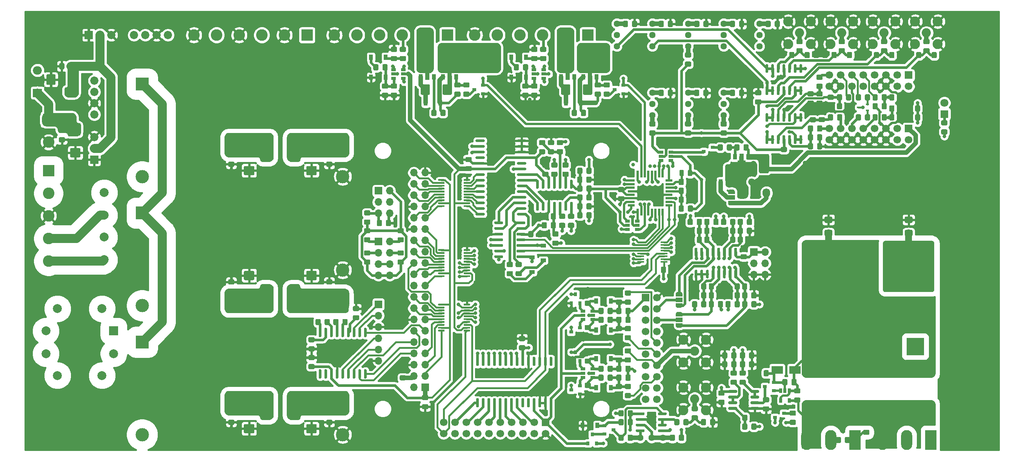
<source format=gbr>
G04 #@! TF.GenerationSoftware,KiCad,Pcbnew,5.1.7+dfsg1-1~bpo10+1*
G04 #@! TF.CreationDate,2020-10-25T22:46:56+01:00*
G04 #@! TF.ProjectId,RF-AMP-CNTLR_V1,52462d41-4d50-42d4-934e-544c525f5631,rev?*
G04 #@! TF.SameCoordinates,Original*
G04 #@! TF.FileFunction,Copper,L4,Bot*
G04 #@! TF.FilePolarity,Positive*
%FSLAX46Y46*%
G04 Gerber Fmt 4.6, Leading zero omitted, Abs format (unit mm)*
G04 Created by KiCad (PCBNEW 5.1.7+dfsg1-1~bpo10+1) date 2020-10-25 22:46:56*
%MOMM*%
%LPD*%
G01*
G04 APERTURE LIST*
G04 #@! TA.AperFunction,ComponentPad*
%ADD10R,2.000000X2.000000*%
G04 #@! TD*
G04 #@! TA.AperFunction,ComponentPad*
%ADD11C,2.000000*%
G04 #@! TD*
G04 #@! TA.AperFunction,ComponentPad*
%ADD12C,1.850000*%
G04 #@! TD*
G04 #@! TA.AperFunction,ComponentPad*
%ADD13R,1.850000X1.850000*%
G04 #@! TD*
G04 #@! TA.AperFunction,ComponentPad*
%ADD14C,8.600000*%
G04 #@! TD*
G04 #@! TA.AperFunction,ComponentPad*
%ADD15C,3.000000*%
G04 #@! TD*
G04 #@! TA.AperFunction,ComponentPad*
%ADD16R,3.000000X3.000000*%
G04 #@! TD*
G04 #@! TA.AperFunction,ComponentPad*
%ADD17C,2.600000*%
G04 #@! TD*
G04 #@! TA.AperFunction,ComponentPad*
%ADD18R,2.600000X2.600000*%
G04 #@! TD*
G04 #@! TA.AperFunction,ComponentPad*
%ADD19R,1.800000X1.800000*%
G04 #@! TD*
G04 #@! TA.AperFunction,ComponentPad*
%ADD20C,1.800000*%
G04 #@! TD*
G04 #@! TA.AperFunction,ComponentPad*
%ADD21R,1.700000X1.700000*%
G04 #@! TD*
G04 #@! TA.AperFunction,ComponentPad*
%ADD22C,1.700000*%
G04 #@! TD*
G04 #@! TA.AperFunction,ComponentPad*
%ADD23O,1.700000X1.700000*%
G04 #@! TD*
G04 #@! TA.AperFunction,ComponentPad*
%ADD24R,4.000000X4.000000*%
G04 #@! TD*
G04 #@! TA.AperFunction,ComponentPad*
%ADD25C,4.000000*%
G04 #@! TD*
G04 #@! TA.AperFunction,SMDPad,CuDef*
%ADD26R,2.500000X1.800000*%
G04 #@! TD*
G04 #@! TA.AperFunction,SMDPad,CuDef*
%ADD27R,0.700000X0.450000*%
G04 #@! TD*
G04 #@! TA.AperFunction,SMDPad,CuDef*
%ADD28R,0.900000X1.200000*%
G04 #@! TD*
G04 #@! TA.AperFunction,ComponentPad*
%ADD29C,2.250000*%
G04 #@! TD*
G04 #@! TA.AperFunction,ComponentPad*
%ADD30C,2.050000*%
G04 #@! TD*
G04 #@! TA.AperFunction,SMDPad,CuDef*
%ADD31C,0.100000*%
G04 #@! TD*
G04 #@! TA.AperFunction,SMDPad,CuDef*
%ADD32R,1.500000X1.000000*%
G04 #@! TD*
G04 #@! TA.AperFunction,SMDPad,CuDef*
%ADD33R,0.900000X0.800000*%
G04 #@! TD*
G04 #@! TA.AperFunction,ComponentPad*
%ADD34O,2.500000X4.500000*%
G04 #@! TD*
G04 #@! TA.AperFunction,ComponentPad*
%ADD35R,2.500000X4.500000*%
G04 #@! TD*
G04 #@! TA.AperFunction,SMDPad,CuDef*
%ADD36R,0.800000X0.900000*%
G04 #@! TD*
G04 #@! TA.AperFunction,SMDPad,CuDef*
%ADD37R,0.600000X0.510000*%
G04 #@! TD*
G04 #@! TA.AperFunction,SMDPad,CuDef*
%ADD38R,5.840000X3.940000*%
G04 #@! TD*
G04 #@! TA.AperFunction,ComponentPad*
%ADD39C,1.440000*%
G04 #@! TD*
G04 #@! TA.AperFunction,ComponentPad*
%ADD40R,2.000000X1.905000*%
G04 #@! TD*
G04 #@! TA.AperFunction,ComponentPad*
%ADD41O,2.000000X1.905000*%
G04 #@! TD*
G04 #@! TA.AperFunction,SMDPad,CuDef*
%ADD42R,0.650000X1.060000*%
G04 #@! TD*
G04 #@! TA.AperFunction,SMDPad,CuDef*
%ADD43R,1.600000X0.550000*%
G04 #@! TD*
G04 #@! TA.AperFunction,SMDPad,CuDef*
%ADD44R,0.550000X1.600000*%
G04 #@! TD*
G04 #@! TA.AperFunction,SMDPad,CuDef*
%ADD45R,1.600000X0.410000*%
G04 #@! TD*
G04 #@! TA.AperFunction,SMDPad,CuDef*
%ADD46R,1.060000X0.650000*%
G04 #@! TD*
G04 #@! TA.AperFunction,ComponentPad*
%ADD47C,3.200000*%
G04 #@! TD*
G04 #@! TA.AperFunction,ComponentPad*
%ADD48C,0.100000*%
G04 #@! TD*
G04 #@! TA.AperFunction,SMDPad,CuDef*
%ADD49R,1.200000X0.900000*%
G04 #@! TD*
G04 #@! TA.AperFunction,SMDPad,CuDef*
%ADD50R,0.900000X1.300000*%
G04 #@! TD*
G04 #@! TA.AperFunction,ComponentPad*
%ADD51R,1.730000X2.030000*%
G04 #@! TD*
G04 #@! TA.AperFunction,ComponentPad*
%ADD52O,1.730000X2.030000*%
G04 #@! TD*
G04 #@! TA.AperFunction,ViaPad*
%ADD53C,0.800000*%
G04 #@! TD*
G04 #@! TA.AperFunction,ViaPad*
%ADD54C,1.700000*%
G04 #@! TD*
G04 #@! TA.AperFunction,ViaPad*
%ADD55C,3.000000*%
G04 #@! TD*
G04 #@! TA.AperFunction,Conductor*
%ADD56C,0.500000*%
G04 #@! TD*
G04 #@! TA.AperFunction,Conductor*
%ADD57C,0.600000*%
G04 #@! TD*
G04 #@! TA.AperFunction,Conductor*
%ADD58C,1.500000*%
G04 #@! TD*
G04 #@! TA.AperFunction,Conductor*
%ADD59C,0.400000*%
G04 #@! TD*
G04 #@! TA.AperFunction,Conductor*
%ADD60C,1.000000*%
G04 #@! TD*
G04 #@! TA.AperFunction,Conductor*
%ADD61C,2.000000*%
G04 #@! TD*
G04 #@! TA.AperFunction,Conductor*
%ADD62C,0.100000*%
G04 #@! TD*
G04 #@! TA.AperFunction,Conductor*
%ADD63C,0.300000*%
G04 #@! TD*
G04 #@! TA.AperFunction,Conductor*
%ADD64C,0.254000*%
G04 #@! TD*
G04 APERTURE END LIST*
D10*
X40600000Y-122500000D03*
D11*
X40600000Y-127600000D03*
X25400000Y-122500000D03*
X25400000Y-127600000D03*
D12*
X45160000Y-56000000D03*
X40080000Y-56000000D03*
X52780000Y-56000000D03*
X50240000Y-56000000D03*
X47700000Y-56000000D03*
X37540000Y-56000000D03*
D13*
X35000000Y-56000000D03*
D14*
X27000000Y-143000000D03*
X233000000Y-143000000D03*
X233000000Y-57000000D03*
X27000000Y-57000000D03*
D11*
X28000000Y-117500000D03*
X38000000Y-117500000D03*
X38000000Y-132500000D03*
X28000000Y-132500000D03*
D15*
X92000000Y-87800000D03*
X47000000Y-87800000D03*
X92000000Y-79800000D03*
D16*
X47000000Y-67000000D03*
X47000000Y-96000000D03*
D15*
X92000000Y-108800000D03*
X47000000Y-116800000D03*
X92000000Y-116800000D03*
X92000000Y-145800000D03*
X47000000Y-145800000D03*
X92000000Y-137800000D03*
D16*
X47000000Y-125000000D03*
D11*
X38500000Y-96500000D03*
X38500000Y-91420000D03*
X38500000Y-101420000D03*
X38500000Y-106500000D03*
D17*
X26000000Y-111900000D03*
X26000000Y-106820000D03*
X26000000Y-101740000D03*
X26000000Y-96660000D03*
X26000000Y-91580000D03*
D18*
X26000000Y-86500000D03*
X84000000Y-56000000D03*
D17*
X78920000Y-56000000D03*
X73840000Y-56000000D03*
X68760000Y-56000000D03*
X63680000Y-56000000D03*
X58600000Y-56000000D03*
D18*
X26000000Y-75000000D03*
D17*
X26000000Y-80080000D03*
D18*
X115500000Y-56000000D03*
D17*
X110420000Y-56000000D03*
X105340000Y-56000000D03*
X100260000Y-56000000D03*
X95180000Y-56000000D03*
X90100000Y-56000000D03*
X121600000Y-56000000D03*
X126680000Y-56000000D03*
X131760000Y-56000000D03*
X136840000Y-56000000D03*
X141920000Y-56000000D03*
D18*
X147000000Y-56000000D03*
G04 #@! TA.AperFunction,SMDPad,CuDef*
G36*
G01*
X31075000Y-81425000D02*
X32925000Y-81425000D01*
G75*
G02*
X33175000Y-81675000I0J-250000D01*
G01*
X33175000Y-83250000D01*
G75*
G02*
X32925000Y-83500000I-250000J0D01*
G01*
X31075000Y-83500000D01*
G75*
G02*
X30825000Y-83250000I0J250000D01*
G01*
X30825000Y-81675000D01*
G75*
G02*
X31075000Y-81425000I250000J0D01*
G01*
G37*
G04 #@! TD.AperFunction*
G04 #@! TA.AperFunction,SMDPad,CuDef*
G36*
G01*
X31075000Y-76500000D02*
X32925000Y-76500000D01*
G75*
G02*
X33175000Y-76750000I0J-250000D01*
G01*
X33175000Y-78325000D01*
G75*
G02*
X32925000Y-78575000I-250000J0D01*
G01*
X31075000Y-78575000D01*
G75*
G02*
X30825000Y-78325000I0J250000D01*
G01*
X30825000Y-76750000D01*
G75*
G02*
X31075000Y-76500000I250000J0D01*
G01*
G37*
G04 #@! TD.AperFunction*
G04 #@! TA.AperFunction,SMDPad,CuDef*
G36*
G01*
X28549999Y-78950000D02*
X29450001Y-78950000D01*
G75*
G02*
X29700000Y-79199999I0J-249999D01*
G01*
X29700000Y-79850001D01*
G75*
G02*
X29450001Y-80100000I-249999J0D01*
G01*
X28549999Y-80100000D01*
G75*
G02*
X28300000Y-79850001I0J249999D01*
G01*
X28300000Y-79199999D01*
G75*
G02*
X28549999Y-78950000I249999J0D01*
G01*
G37*
G04 #@! TD.AperFunction*
G04 #@! TA.AperFunction,SMDPad,CuDef*
G36*
G01*
X28549999Y-76900000D02*
X29450001Y-76900000D01*
G75*
G02*
X29700000Y-77149999I0J-249999D01*
G01*
X29700000Y-77800001D01*
G75*
G02*
X29450001Y-78050000I-249999J0D01*
G01*
X28549999Y-78050000D01*
G75*
G02*
X28300000Y-77800001I0J249999D01*
G01*
X28300000Y-77149999D01*
G75*
G02*
X28549999Y-76900000I249999J0D01*
G01*
G37*
G04 #@! TD.AperFunction*
G04 #@! TA.AperFunction,SMDPad,CuDef*
G36*
G01*
X31600000Y-62549999D02*
X31600000Y-63450001D01*
G75*
G02*
X31350001Y-63700000I-249999J0D01*
G01*
X30699999Y-63700000D01*
G75*
G02*
X30450000Y-63450001I0J249999D01*
G01*
X30450000Y-62549999D01*
G75*
G02*
X30699999Y-62300000I249999J0D01*
G01*
X31350001Y-62300000D01*
G75*
G02*
X31600000Y-62549999I0J-249999D01*
G01*
G37*
G04 #@! TD.AperFunction*
G04 #@! TA.AperFunction,SMDPad,CuDef*
G36*
G01*
X29550000Y-62549999D02*
X29550000Y-63450001D01*
G75*
G02*
X29300001Y-63700000I-249999J0D01*
G01*
X28649999Y-63700000D01*
G75*
G02*
X28400000Y-63450001I0J249999D01*
G01*
X28400000Y-62549999D01*
G75*
G02*
X28649999Y-62300000I249999J0D01*
G01*
X29300001Y-62300000D01*
G75*
G02*
X29550000Y-62549999I0J-249999D01*
G01*
G37*
G04 #@! TD.AperFunction*
G04 #@! TA.AperFunction,SMDPad,CuDef*
G36*
G01*
X32500000Y-65075000D02*
X32500000Y-66925000D01*
G75*
G02*
X32250000Y-67175000I-250000J0D01*
G01*
X30675000Y-67175000D01*
G75*
G02*
X30425000Y-66925000I0J250000D01*
G01*
X30425000Y-65075000D01*
G75*
G02*
X30675000Y-64825000I250000J0D01*
G01*
X32250000Y-64825000D01*
G75*
G02*
X32500000Y-65075000I0J-250000D01*
G01*
G37*
G04 #@! TD.AperFunction*
G04 #@! TA.AperFunction,SMDPad,CuDef*
G36*
G01*
X27575000Y-65075000D02*
X27575000Y-66925000D01*
G75*
G02*
X27325000Y-67175000I-250000J0D01*
G01*
X25750000Y-67175000D01*
G75*
G02*
X25500000Y-66925000I0J250000D01*
G01*
X25500000Y-65075000D01*
G75*
G02*
X25750000Y-64825000I250000J0D01*
G01*
X27325000Y-64825000D01*
G75*
G02*
X27575000Y-65075000I0J-250000D01*
G01*
G37*
G04 #@! TD.AperFunction*
G04 #@! TA.AperFunction,SMDPad,CuDef*
G36*
G01*
X84075000Y-80500000D02*
X85925000Y-80500000D01*
G75*
G02*
X86175000Y-80750000I0J-250000D01*
G01*
X86175000Y-82325000D01*
G75*
G02*
X85925000Y-82575000I-250000J0D01*
G01*
X84075000Y-82575000D01*
G75*
G02*
X83825000Y-82325000I0J250000D01*
G01*
X83825000Y-80750000D01*
G75*
G02*
X84075000Y-80500000I250000J0D01*
G01*
G37*
G04 #@! TD.AperFunction*
G04 #@! TA.AperFunction,SMDPad,CuDef*
G36*
G01*
X84075000Y-85425000D02*
X85925000Y-85425000D01*
G75*
G02*
X86175000Y-85675000I0J-250000D01*
G01*
X86175000Y-87250000D01*
G75*
G02*
X85925000Y-87500000I-250000J0D01*
G01*
X84075000Y-87500000D01*
G75*
G02*
X83825000Y-87250000I0J250000D01*
G01*
X83825000Y-85675000D01*
G75*
G02*
X84075000Y-85425000I250000J0D01*
G01*
G37*
G04 #@! TD.AperFunction*
G04 #@! TA.AperFunction,SMDPad,CuDef*
G36*
G01*
X84075000Y-109000000D02*
X85925000Y-109000000D01*
G75*
G02*
X86175000Y-109250000I0J-250000D01*
G01*
X86175000Y-110825000D01*
G75*
G02*
X85925000Y-111075000I-250000J0D01*
G01*
X84075000Y-111075000D01*
G75*
G02*
X83825000Y-110825000I0J250000D01*
G01*
X83825000Y-109250000D01*
G75*
G02*
X84075000Y-109000000I250000J0D01*
G01*
G37*
G04 #@! TD.AperFunction*
G04 #@! TA.AperFunction,SMDPad,CuDef*
G36*
G01*
X84075000Y-113925000D02*
X85925000Y-113925000D01*
G75*
G02*
X86175000Y-114175000I0J-250000D01*
G01*
X86175000Y-115750000D01*
G75*
G02*
X85925000Y-116000000I-250000J0D01*
G01*
X84075000Y-116000000D01*
G75*
G02*
X83825000Y-115750000I0J250000D01*
G01*
X83825000Y-114175000D01*
G75*
G02*
X84075000Y-113925000I250000J0D01*
G01*
G37*
G04 #@! TD.AperFunction*
G04 #@! TA.AperFunction,SMDPad,CuDef*
G36*
G01*
X84075000Y-143425000D02*
X85925000Y-143425000D01*
G75*
G02*
X86175000Y-143675000I0J-250000D01*
G01*
X86175000Y-145250000D01*
G75*
G02*
X85925000Y-145500000I-250000J0D01*
G01*
X84075000Y-145500000D01*
G75*
G02*
X83825000Y-145250000I0J250000D01*
G01*
X83825000Y-143675000D01*
G75*
G02*
X84075000Y-143425000I250000J0D01*
G01*
G37*
G04 #@! TD.AperFunction*
G04 #@! TA.AperFunction,SMDPad,CuDef*
G36*
G01*
X84075000Y-138500000D02*
X85925000Y-138500000D01*
G75*
G02*
X86175000Y-138750000I0J-250000D01*
G01*
X86175000Y-140325000D01*
G75*
G02*
X85925000Y-140575000I-250000J0D01*
G01*
X84075000Y-140575000D01*
G75*
G02*
X83825000Y-140325000I0J250000D01*
G01*
X83825000Y-138750000D01*
G75*
G02*
X84075000Y-138500000I250000J0D01*
G01*
G37*
G04 #@! TD.AperFunction*
G04 #@! TA.AperFunction,SMDPad,CuDef*
G36*
G01*
X88549999Y-82400000D02*
X89450001Y-82400000D01*
G75*
G02*
X89700000Y-82649999I0J-249999D01*
G01*
X89700000Y-83300001D01*
G75*
G02*
X89450001Y-83550000I-249999J0D01*
G01*
X88549999Y-83550000D01*
G75*
G02*
X88300000Y-83300001I0J249999D01*
G01*
X88300000Y-82649999D01*
G75*
G02*
X88549999Y-82400000I249999J0D01*
G01*
G37*
G04 #@! TD.AperFunction*
G04 #@! TA.AperFunction,SMDPad,CuDef*
G36*
G01*
X88549999Y-84450000D02*
X89450001Y-84450000D01*
G75*
G02*
X89700000Y-84699999I0J-249999D01*
G01*
X89700000Y-85350001D01*
G75*
G02*
X89450001Y-85600000I-249999J0D01*
G01*
X88549999Y-85600000D01*
G75*
G02*
X88300000Y-85350001I0J249999D01*
G01*
X88300000Y-84699999D01*
G75*
G02*
X88549999Y-84450000I249999J0D01*
G01*
G37*
G04 #@! TD.AperFunction*
G04 #@! TA.AperFunction,SMDPad,CuDef*
G36*
G01*
X89450001Y-114100000D02*
X88549999Y-114100000D01*
G75*
G02*
X88300000Y-113850001I0J249999D01*
G01*
X88300000Y-113199999D01*
G75*
G02*
X88549999Y-112950000I249999J0D01*
G01*
X89450001Y-112950000D01*
G75*
G02*
X89700000Y-113199999I0J-249999D01*
G01*
X89700000Y-113850001D01*
G75*
G02*
X89450001Y-114100000I-249999J0D01*
G01*
G37*
G04 #@! TD.AperFunction*
G04 #@! TA.AperFunction,SMDPad,CuDef*
G36*
G01*
X89450001Y-112050000D02*
X88549999Y-112050000D01*
G75*
G02*
X88300000Y-111800001I0J249999D01*
G01*
X88300000Y-111149999D01*
G75*
G02*
X88549999Y-110900000I249999J0D01*
G01*
X89450001Y-110900000D01*
G75*
G02*
X89700000Y-111149999I0J-249999D01*
G01*
X89700000Y-111800001D01*
G75*
G02*
X89450001Y-112050000I-249999J0D01*
G01*
G37*
G04 #@! TD.AperFunction*
G04 #@! TA.AperFunction,SMDPad,CuDef*
G36*
G01*
X88549999Y-142450000D02*
X89450001Y-142450000D01*
G75*
G02*
X89700000Y-142699999I0J-249999D01*
G01*
X89700000Y-143350001D01*
G75*
G02*
X89450001Y-143600000I-249999J0D01*
G01*
X88549999Y-143600000D01*
G75*
G02*
X88300000Y-143350001I0J249999D01*
G01*
X88300000Y-142699999D01*
G75*
G02*
X88549999Y-142450000I249999J0D01*
G01*
G37*
G04 #@! TD.AperFunction*
G04 #@! TA.AperFunction,SMDPad,CuDef*
G36*
G01*
X88549999Y-140400000D02*
X89450001Y-140400000D01*
G75*
G02*
X89700000Y-140649999I0J-249999D01*
G01*
X89700000Y-141300001D01*
G75*
G02*
X89450001Y-141550000I-249999J0D01*
G01*
X88549999Y-141550000D01*
G75*
G02*
X88300000Y-141300001I0J249999D01*
G01*
X88300000Y-140649999D01*
G75*
G02*
X88549999Y-140400000I249999J0D01*
G01*
G37*
G04 #@! TD.AperFunction*
G04 #@! TA.AperFunction,SMDPad,CuDef*
G36*
G01*
X66549999Y-84450000D02*
X67450001Y-84450000D01*
G75*
G02*
X67700000Y-84699999I0J-249999D01*
G01*
X67700000Y-85350001D01*
G75*
G02*
X67450001Y-85600000I-249999J0D01*
G01*
X66549999Y-85600000D01*
G75*
G02*
X66300000Y-85350001I0J249999D01*
G01*
X66300000Y-84699999D01*
G75*
G02*
X66549999Y-84450000I249999J0D01*
G01*
G37*
G04 #@! TD.AperFunction*
G04 #@! TA.AperFunction,SMDPad,CuDef*
G36*
G01*
X66549999Y-82400000D02*
X67450001Y-82400000D01*
G75*
G02*
X67700000Y-82649999I0J-249999D01*
G01*
X67700000Y-83300001D01*
G75*
G02*
X67450001Y-83550000I-249999J0D01*
G01*
X66549999Y-83550000D01*
G75*
G02*
X66300000Y-83300001I0J249999D01*
G01*
X66300000Y-82649999D01*
G75*
G02*
X66549999Y-82400000I249999J0D01*
G01*
G37*
G04 #@! TD.AperFunction*
G04 #@! TA.AperFunction,SMDPad,CuDef*
G36*
G01*
X67450001Y-112050000D02*
X66549999Y-112050000D01*
G75*
G02*
X66300000Y-111800001I0J249999D01*
G01*
X66300000Y-111149999D01*
G75*
G02*
X66549999Y-110900000I249999J0D01*
G01*
X67450001Y-110900000D01*
G75*
G02*
X67700000Y-111149999I0J-249999D01*
G01*
X67700000Y-111800001D01*
G75*
G02*
X67450001Y-112050000I-249999J0D01*
G01*
G37*
G04 #@! TD.AperFunction*
G04 #@! TA.AperFunction,SMDPad,CuDef*
G36*
G01*
X67450001Y-114100000D02*
X66549999Y-114100000D01*
G75*
G02*
X66300000Y-113850001I0J249999D01*
G01*
X66300000Y-113199999D01*
G75*
G02*
X66549999Y-112950000I249999J0D01*
G01*
X67450001Y-112950000D01*
G75*
G02*
X67700000Y-113199999I0J-249999D01*
G01*
X67700000Y-113850001D01*
G75*
G02*
X67450001Y-114100000I-249999J0D01*
G01*
G37*
G04 #@! TD.AperFunction*
G04 #@! TA.AperFunction,SMDPad,CuDef*
G36*
G01*
X66549999Y-140400000D02*
X67450001Y-140400000D01*
G75*
G02*
X67700000Y-140649999I0J-249999D01*
G01*
X67700000Y-141300001D01*
G75*
G02*
X67450001Y-141550000I-249999J0D01*
G01*
X66549999Y-141550000D01*
G75*
G02*
X66300000Y-141300001I0J249999D01*
G01*
X66300000Y-140649999D01*
G75*
G02*
X66549999Y-140400000I249999J0D01*
G01*
G37*
G04 #@! TD.AperFunction*
G04 #@! TA.AperFunction,SMDPad,CuDef*
G36*
G01*
X66549999Y-142450000D02*
X67450001Y-142450000D01*
G75*
G02*
X67700000Y-142699999I0J-249999D01*
G01*
X67700000Y-143350001D01*
G75*
G02*
X67450001Y-143600000I-249999J0D01*
G01*
X66549999Y-143600000D01*
G75*
G02*
X66300000Y-143350001I0J249999D01*
G01*
X66300000Y-142699999D01*
G75*
G02*
X66549999Y-142450000I249999J0D01*
G01*
G37*
G04 #@! TD.AperFunction*
G04 #@! TA.AperFunction,SMDPad,CuDef*
G36*
G01*
X70075000Y-80500000D02*
X71925000Y-80500000D01*
G75*
G02*
X72175000Y-80750000I0J-250000D01*
G01*
X72175000Y-82325000D01*
G75*
G02*
X71925000Y-82575000I-250000J0D01*
G01*
X70075000Y-82575000D01*
G75*
G02*
X69825000Y-82325000I0J250000D01*
G01*
X69825000Y-80750000D01*
G75*
G02*
X70075000Y-80500000I250000J0D01*
G01*
G37*
G04 #@! TD.AperFunction*
G04 #@! TA.AperFunction,SMDPad,CuDef*
G36*
G01*
X70075000Y-85425000D02*
X71925000Y-85425000D01*
G75*
G02*
X72175000Y-85675000I0J-250000D01*
G01*
X72175000Y-87250000D01*
G75*
G02*
X71925000Y-87500000I-250000J0D01*
G01*
X70075000Y-87500000D01*
G75*
G02*
X69825000Y-87250000I0J250000D01*
G01*
X69825000Y-85675000D01*
G75*
G02*
X70075000Y-85425000I250000J0D01*
G01*
G37*
G04 #@! TD.AperFunction*
G04 #@! TA.AperFunction,SMDPad,CuDef*
G36*
G01*
X70075000Y-113925000D02*
X71925000Y-113925000D01*
G75*
G02*
X72175000Y-114175000I0J-250000D01*
G01*
X72175000Y-115750000D01*
G75*
G02*
X71925000Y-116000000I-250000J0D01*
G01*
X70075000Y-116000000D01*
G75*
G02*
X69825000Y-115750000I0J250000D01*
G01*
X69825000Y-114175000D01*
G75*
G02*
X70075000Y-113925000I250000J0D01*
G01*
G37*
G04 #@! TD.AperFunction*
G04 #@! TA.AperFunction,SMDPad,CuDef*
G36*
G01*
X70075000Y-109000000D02*
X71925000Y-109000000D01*
G75*
G02*
X72175000Y-109250000I0J-250000D01*
G01*
X72175000Y-110825000D01*
G75*
G02*
X71925000Y-111075000I-250000J0D01*
G01*
X70075000Y-111075000D01*
G75*
G02*
X69825000Y-110825000I0J250000D01*
G01*
X69825000Y-109250000D01*
G75*
G02*
X70075000Y-109000000I250000J0D01*
G01*
G37*
G04 #@! TD.AperFunction*
G04 #@! TA.AperFunction,SMDPad,CuDef*
G36*
G01*
X70075000Y-143425000D02*
X71925000Y-143425000D01*
G75*
G02*
X72175000Y-143675000I0J-250000D01*
G01*
X72175000Y-145250000D01*
G75*
G02*
X71925000Y-145500000I-250000J0D01*
G01*
X70075000Y-145500000D01*
G75*
G02*
X69825000Y-145250000I0J250000D01*
G01*
X69825000Y-143675000D01*
G75*
G02*
X70075000Y-143425000I250000J0D01*
G01*
G37*
G04 #@! TD.AperFunction*
G04 #@! TA.AperFunction,SMDPad,CuDef*
G36*
G01*
X70075000Y-138500000D02*
X71925000Y-138500000D01*
G75*
G02*
X72175000Y-138750000I0J-250000D01*
G01*
X72175000Y-140325000D01*
G75*
G02*
X71925000Y-140575000I-250000J0D01*
G01*
X70075000Y-140575000D01*
G75*
G02*
X69825000Y-140325000I0J250000D01*
G01*
X69825000Y-138750000D01*
G75*
G02*
X70075000Y-138500000I250000J0D01*
G01*
G37*
G04 #@! TD.AperFunction*
D19*
X227000000Y-73750000D03*
D20*
X227000000Y-71210000D03*
D21*
X219000000Y-77000000D03*
D22*
X219000000Y-79540000D03*
X216460000Y-77000000D03*
X216460000Y-79540000D03*
X213920000Y-77000000D03*
X213920000Y-79540000D03*
X211380000Y-77000000D03*
X211380000Y-79540000D03*
X208840000Y-77000000D03*
X208840000Y-79540000D03*
X206300000Y-77000000D03*
X206300000Y-79540000D03*
X203760000Y-77000000D03*
X203760000Y-79540000D03*
X201220000Y-77000000D03*
X201220000Y-79540000D03*
X201220000Y-67540000D03*
X201220000Y-65000000D03*
X203760000Y-67540000D03*
X203760000Y-65000000D03*
X206300000Y-67540000D03*
X206300000Y-65000000D03*
X208840000Y-67540000D03*
X208840000Y-65000000D03*
X211380000Y-67540000D03*
X211380000Y-65000000D03*
X213920000Y-67540000D03*
X213920000Y-65000000D03*
X216460000Y-67540000D03*
X216460000Y-65000000D03*
X219000000Y-67540000D03*
D21*
X219000000Y-65000000D03*
X110500000Y-135200000D03*
D23*
X107960000Y-135200000D03*
X110500000Y-132660000D03*
X107960000Y-132660000D03*
X110500000Y-130120000D03*
X107960000Y-130120000D03*
X110500000Y-127580000D03*
X107960000Y-127580000D03*
X110500000Y-125040000D03*
X107960000Y-125040000D03*
X110500000Y-122500000D03*
X107960000Y-122500000D03*
X110500000Y-119960000D03*
X107960000Y-119960000D03*
X110500000Y-117420000D03*
X107960000Y-117420000D03*
X110500000Y-114880000D03*
X107960000Y-114880000D03*
X110500000Y-112340000D03*
X107960000Y-112340000D03*
X110500000Y-109800000D03*
X107960000Y-109800000D03*
X110500000Y-107260000D03*
X107960000Y-107260000D03*
X110500000Y-104720000D03*
X107960000Y-104720000D03*
X110500000Y-102180000D03*
X107960000Y-102180000D03*
X110500000Y-99640000D03*
X107960000Y-99640000D03*
X110500000Y-97100000D03*
X107960000Y-97100000D03*
X110500000Y-94560000D03*
X107960000Y-94560000D03*
X110500000Y-92020000D03*
X107960000Y-92020000D03*
X110500000Y-89480000D03*
X107960000Y-89480000D03*
X110500000Y-86940000D03*
X107960000Y-86940000D03*
D13*
X36250000Y-84000000D03*
D12*
X36250000Y-81460000D03*
X36250000Y-71300000D03*
X36250000Y-68760000D03*
X36250000Y-66220000D03*
X36250000Y-78920000D03*
X36250000Y-73840000D03*
G04 #@! TA.AperFunction,SMDPad,CuDef*
G36*
G01*
X30275000Y-68500000D02*
X31725000Y-68500000D01*
G75*
G02*
X32100000Y-68875000I0J-375000D01*
G01*
X32100000Y-69625000D01*
G75*
G02*
X31725000Y-70000000I-375000J0D01*
G01*
X30275000Y-70000000D01*
G75*
G02*
X29900000Y-69625000I0J375000D01*
G01*
X29900000Y-68875000D01*
G75*
G02*
X30275000Y-68500000I375000J0D01*
G01*
G37*
G04 #@! TD.AperFunction*
G04 #@! TA.AperFunction,SMDPad,CuDef*
G36*
G01*
X30275000Y-74000000D02*
X31725000Y-74000000D01*
G75*
G02*
X32100000Y-74375000I0J-375000D01*
G01*
X32100000Y-75125000D01*
G75*
G02*
X31725000Y-75500000I-375000J0D01*
G01*
X30275000Y-75500000D01*
G75*
G02*
X29900000Y-75125000I0J375000D01*
G01*
X29900000Y-74375000D01*
G75*
G02*
X30275000Y-74000000I375000J0D01*
G01*
G37*
G04 #@! TD.AperFunction*
G04 #@! TA.AperFunction,SMDPad,CuDef*
G36*
G01*
X80000000Y-83725000D02*
X80000000Y-82275000D01*
G75*
G02*
X80375000Y-81900000I375000J0D01*
G01*
X81125000Y-81900000D01*
G75*
G02*
X81500000Y-82275000I0J-375000D01*
G01*
X81500000Y-83725000D01*
G75*
G02*
X81125000Y-84100000I-375000J0D01*
G01*
X80375000Y-84100000D01*
G75*
G02*
X80000000Y-83725000I0J375000D01*
G01*
G37*
G04 #@! TD.AperFunction*
G04 #@! TA.AperFunction,SMDPad,CuDef*
G36*
G01*
X74500000Y-83725000D02*
X74500000Y-82275000D01*
G75*
G02*
X74875000Y-81900000I375000J0D01*
G01*
X75625000Y-81900000D01*
G75*
G02*
X76000000Y-82275000I0J-375000D01*
G01*
X76000000Y-83725000D01*
G75*
G02*
X75625000Y-84100000I-375000J0D01*
G01*
X74875000Y-84100000D01*
G75*
G02*
X74500000Y-83725000I0J375000D01*
G01*
G37*
G04 #@! TD.AperFunction*
G04 #@! TA.AperFunction,SMDPad,CuDef*
G36*
G01*
X74500000Y-114225000D02*
X74500000Y-112775000D01*
G75*
G02*
X74875000Y-112400000I375000J0D01*
G01*
X75625000Y-112400000D01*
G75*
G02*
X76000000Y-112775000I0J-375000D01*
G01*
X76000000Y-114225000D01*
G75*
G02*
X75625000Y-114600000I-375000J0D01*
G01*
X74875000Y-114600000D01*
G75*
G02*
X74500000Y-114225000I0J375000D01*
G01*
G37*
G04 #@! TD.AperFunction*
G04 #@! TA.AperFunction,SMDPad,CuDef*
G36*
G01*
X80000000Y-114225000D02*
X80000000Y-112775000D01*
G75*
G02*
X80375000Y-112400000I375000J0D01*
G01*
X81125000Y-112400000D01*
G75*
G02*
X81500000Y-112775000I0J-375000D01*
G01*
X81500000Y-114225000D01*
G75*
G02*
X81125000Y-114600000I-375000J0D01*
G01*
X80375000Y-114600000D01*
G75*
G02*
X80000000Y-114225000I0J375000D01*
G01*
G37*
G04 #@! TD.AperFunction*
G04 #@! TA.AperFunction,SMDPad,CuDef*
G36*
G01*
X80000000Y-141725000D02*
X80000000Y-140275000D01*
G75*
G02*
X80375000Y-139900000I375000J0D01*
G01*
X81125000Y-139900000D01*
G75*
G02*
X81500000Y-140275000I0J-375000D01*
G01*
X81500000Y-141725000D01*
G75*
G02*
X81125000Y-142100000I-375000J0D01*
G01*
X80375000Y-142100000D01*
G75*
G02*
X80000000Y-141725000I0J375000D01*
G01*
G37*
G04 #@! TD.AperFunction*
G04 #@! TA.AperFunction,SMDPad,CuDef*
G36*
G01*
X74500000Y-141725000D02*
X74500000Y-140275000D01*
G75*
G02*
X74875000Y-139900000I375000J0D01*
G01*
X75625000Y-139900000D01*
G75*
G02*
X76000000Y-140275000I0J-375000D01*
G01*
X76000000Y-141725000D01*
G75*
G02*
X75625000Y-142100000I-375000J0D01*
G01*
X74875000Y-142100000D01*
G75*
G02*
X74500000Y-141725000I0J375000D01*
G01*
G37*
G04 #@! TD.AperFunction*
G04 #@! TA.AperFunction,SMDPad,CuDef*
G36*
G01*
X176549999Y-137950000D02*
X177450001Y-137950000D01*
G75*
G02*
X177700000Y-138199999I0J-249999D01*
G01*
X177700000Y-138850001D01*
G75*
G02*
X177450001Y-139100000I-249999J0D01*
G01*
X176549999Y-139100000D01*
G75*
G02*
X176300000Y-138850001I0J249999D01*
G01*
X176300000Y-138199999D01*
G75*
G02*
X176549999Y-137950000I249999J0D01*
G01*
G37*
G04 #@! TD.AperFunction*
G04 #@! TA.AperFunction,SMDPad,CuDef*
G36*
G01*
X176549999Y-135900000D02*
X177450001Y-135900000D01*
G75*
G02*
X177700000Y-136149999I0J-249999D01*
G01*
X177700000Y-136800001D01*
G75*
G02*
X177450001Y-137050000I-249999J0D01*
G01*
X176549999Y-137050000D01*
G75*
G02*
X176300000Y-136800001I0J249999D01*
G01*
X176300000Y-136149999D01*
G75*
G02*
X176549999Y-135900000I249999J0D01*
G01*
G37*
G04 #@! TD.AperFunction*
G04 #@! TA.AperFunction,SMDPad,CuDef*
G36*
G01*
X201625000Y-98225000D02*
X200375000Y-98225000D01*
G75*
G02*
X200125000Y-97975000I0J250000D01*
G01*
X200125000Y-97050000D01*
G75*
G02*
X200375000Y-96800000I250000J0D01*
G01*
X201625000Y-96800000D01*
G75*
G02*
X201875000Y-97050000I0J-250000D01*
G01*
X201875000Y-97975000D01*
G75*
G02*
X201625000Y-98225000I-250000J0D01*
G01*
G37*
G04 #@! TD.AperFunction*
G04 #@! TA.AperFunction,SMDPad,CuDef*
G36*
G01*
X201625000Y-101200000D02*
X200375000Y-101200000D01*
G75*
G02*
X200125000Y-100950000I0J250000D01*
G01*
X200125000Y-100025000D01*
G75*
G02*
X200375000Y-99775000I250000J0D01*
G01*
X201625000Y-99775000D01*
G75*
G02*
X201875000Y-100025000I0J-250000D01*
G01*
X201875000Y-100950000D01*
G75*
G02*
X201625000Y-101200000I-250000J0D01*
G01*
G37*
G04 #@! TD.AperFunction*
D24*
X199500000Y-125500000D03*
D25*
X189500000Y-125500000D03*
G04 #@! TA.AperFunction,SMDPad,CuDef*
G36*
G01*
X199950001Y-75575000D02*
X199049999Y-75575000D01*
G75*
G02*
X198800000Y-75325001I0J249999D01*
G01*
X198800000Y-74674999D01*
G75*
G02*
X199049999Y-74425000I249999J0D01*
G01*
X199950001Y-74425000D01*
G75*
G02*
X200200000Y-74674999I0J-249999D01*
G01*
X200200000Y-75325001D01*
G75*
G02*
X199950001Y-75575000I-249999J0D01*
G01*
G37*
G04 #@! TD.AperFunction*
G04 #@! TA.AperFunction,SMDPad,CuDef*
G36*
G01*
X199950450Y-73525000D02*
X199049550Y-73525000D01*
G75*
G02*
X198800000Y-73275450I0J249550D01*
G01*
X198800000Y-72624550D01*
G75*
G02*
X199049550Y-72375000I249550J0D01*
G01*
X199950450Y-72375000D01*
G75*
G02*
X200200000Y-72624550I0J-249550D01*
G01*
X200200000Y-73275450D01*
G75*
G02*
X199950450Y-73525000I-249550J0D01*
G01*
G37*
G04 #@! TD.AperFunction*
G04 #@! TA.AperFunction,SMDPad,CuDef*
G36*
G01*
X198450000Y-79450001D02*
X198450000Y-78549999D01*
G75*
G02*
X198699999Y-78300000I249999J0D01*
G01*
X199350001Y-78300000D01*
G75*
G02*
X199600000Y-78549999I0J-249999D01*
G01*
X199600000Y-79450001D01*
G75*
G02*
X199350001Y-79700000I-249999J0D01*
G01*
X198699999Y-79700000D01*
G75*
G02*
X198450000Y-79450001I0J249999D01*
G01*
G37*
G04 #@! TD.AperFunction*
G04 #@! TA.AperFunction,SMDPad,CuDef*
G36*
G01*
X196400000Y-79450001D02*
X196400000Y-78549999D01*
G75*
G02*
X196649999Y-78300000I249999J0D01*
G01*
X197300001Y-78300000D01*
G75*
G02*
X197550000Y-78549999I0J-249999D01*
G01*
X197550000Y-79450001D01*
G75*
G02*
X197300001Y-79700000I-249999J0D01*
G01*
X196649999Y-79700000D01*
G75*
G02*
X196400000Y-79450001I0J249999D01*
G01*
G37*
G04 #@! TD.AperFunction*
G04 #@! TA.AperFunction,SMDPad,CuDef*
G36*
G01*
X201049999Y-69400000D02*
X201950001Y-69400000D01*
G75*
G02*
X202200000Y-69649999I0J-249999D01*
G01*
X202200000Y-70300001D01*
G75*
G02*
X201950001Y-70550000I-249999J0D01*
G01*
X201049999Y-70550000D01*
G75*
G02*
X200800000Y-70300001I0J249999D01*
G01*
X200800000Y-69649999D01*
G75*
G02*
X201049999Y-69400000I249999J0D01*
G01*
G37*
G04 #@! TD.AperFunction*
G04 #@! TA.AperFunction,SMDPad,CuDef*
G36*
G01*
X201049550Y-71450000D02*
X201950450Y-71450000D01*
G75*
G02*
X202200000Y-71699550I0J-249550D01*
G01*
X202200000Y-72350450D01*
G75*
G02*
X201950450Y-72600000I-249550J0D01*
G01*
X201049550Y-72600000D01*
G75*
G02*
X200800000Y-72350450I0J249550D01*
G01*
X200800000Y-71699550D01*
G75*
G02*
X201049550Y-71450000I249550J0D01*
G01*
G37*
G04 #@! TD.AperFunction*
G04 #@! TA.AperFunction,SMDPad,CuDef*
G36*
G01*
X198549550Y-70700000D02*
X199450450Y-70700000D01*
G75*
G02*
X199700000Y-70949550I0J-249550D01*
G01*
X199700000Y-71600450D01*
G75*
G02*
X199450450Y-71850000I-249550J0D01*
G01*
X198549550Y-71850000D01*
G75*
G02*
X198300000Y-71600450I0J249550D01*
G01*
X198300000Y-70949550D01*
G75*
G02*
X198549550Y-70700000I249550J0D01*
G01*
G37*
G04 #@! TD.AperFunction*
G04 #@! TA.AperFunction,SMDPad,CuDef*
G36*
G01*
X198549999Y-68650000D02*
X199450001Y-68650000D01*
G75*
G02*
X199700000Y-68899999I0J-249999D01*
G01*
X199700000Y-69550001D01*
G75*
G02*
X199450001Y-69800000I-249999J0D01*
G01*
X198549999Y-69800000D01*
G75*
G02*
X198300000Y-69550001I0J249999D01*
G01*
X198300000Y-68899999D01*
G75*
G02*
X198549999Y-68650000I249999J0D01*
G01*
G37*
G04 #@! TD.AperFunction*
G04 #@! TA.AperFunction,SMDPad,CuDef*
G36*
G01*
X194450001Y-136550000D02*
X193549999Y-136550000D01*
G75*
G02*
X193300000Y-136300001I0J249999D01*
G01*
X193300000Y-135649999D01*
G75*
G02*
X193549999Y-135400000I249999J0D01*
G01*
X194450001Y-135400000D01*
G75*
G02*
X194700000Y-135649999I0J-249999D01*
G01*
X194700000Y-136300001D01*
G75*
G02*
X194450001Y-136550000I-249999J0D01*
G01*
G37*
G04 #@! TD.AperFunction*
G04 #@! TA.AperFunction,SMDPad,CuDef*
G36*
G01*
X194450001Y-138600000D02*
X193549999Y-138600000D01*
G75*
G02*
X193300000Y-138350001I0J249999D01*
G01*
X193300000Y-137699999D01*
G75*
G02*
X193549999Y-137450000I249999J0D01*
G01*
X194450001Y-137450000D01*
G75*
G02*
X194700000Y-137699999I0J-249999D01*
G01*
X194700000Y-138350001D01*
G75*
G02*
X194450001Y-138600000I-249999J0D01*
G01*
G37*
G04 #@! TD.AperFunction*
G04 #@! TA.AperFunction,SMDPad,CuDef*
G36*
G01*
X191800000Y-133549999D02*
X191800000Y-134450001D01*
G75*
G02*
X191550001Y-134700000I-249999J0D01*
G01*
X190899999Y-134700000D01*
G75*
G02*
X190650000Y-134450001I0J249999D01*
G01*
X190650000Y-133549999D01*
G75*
G02*
X190899999Y-133300000I249999J0D01*
G01*
X191550001Y-133300000D01*
G75*
G02*
X191800000Y-133549999I0J-249999D01*
G01*
G37*
G04 #@! TD.AperFunction*
G04 #@! TA.AperFunction,SMDPad,CuDef*
G36*
G01*
X193850000Y-133549999D02*
X193850000Y-134450001D01*
G75*
G02*
X193600001Y-134700000I-249999J0D01*
G01*
X192949999Y-134700000D01*
G75*
G02*
X192700000Y-134450001I0J249999D01*
G01*
X192700000Y-133549999D01*
G75*
G02*
X192949999Y-133300000I249999J0D01*
G01*
X193600001Y-133300000D01*
G75*
G02*
X193850000Y-133549999I0J-249999D01*
G01*
G37*
G04 #@! TD.AperFunction*
G04 #@! TA.AperFunction,SMDPad,CuDef*
G36*
G01*
X183200000Y-130450001D02*
X183200000Y-129549999D01*
G75*
G02*
X183449999Y-129300000I249999J0D01*
G01*
X184100001Y-129300000D01*
G75*
G02*
X184350000Y-129549999I0J-249999D01*
G01*
X184350000Y-130450001D01*
G75*
G02*
X184100001Y-130700000I-249999J0D01*
G01*
X183449999Y-130700000D01*
G75*
G02*
X183200000Y-130450001I0J249999D01*
G01*
G37*
G04 #@! TD.AperFunction*
G04 #@! TA.AperFunction,SMDPad,CuDef*
G36*
G01*
X181150000Y-130450001D02*
X181150000Y-129549999D01*
G75*
G02*
X181399999Y-129300000I249999J0D01*
G01*
X182050001Y-129300000D01*
G75*
G02*
X182300000Y-129549999I0J-249999D01*
G01*
X182300000Y-130450001D01*
G75*
G02*
X182050001Y-130700000I-249999J0D01*
G01*
X181399999Y-130700000D01*
G75*
G02*
X181150000Y-130450001I0J249999D01*
G01*
G37*
G04 #@! TD.AperFunction*
G04 #@! TA.AperFunction,SMDPad,CuDef*
G36*
G01*
X205850000Y-146549999D02*
X205850000Y-147450001D01*
G75*
G02*
X205600001Y-147700000I-249999J0D01*
G01*
X204949999Y-147700000D01*
G75*
G02*
X204700000Y-147450001I0J249999D01*
G01*
X204700000Y-146549999D01*
G75*
G02*
X204949999Y-146300000I249999J0D01*
G01*
X205600001Y-146300000D01*
G75*
G02*
X205850000Y-146549999I0J-249999D01*
G01*
G37*
G04 #@! TD.AperFunction*
G04 #@! TA.AperFunction,SMDPad,CuDef*
G36*
G01*
X203800000Y-146549999D02*
X203800000Y-147450001D01*
G75*
G02*
X203550001Y-147700000I-249999J0D01*
G01*
X202899999Y-147700000D01*
G75*
G02*
X202650000Y-147450001I0J249999D01*
G01*
X202650000Y-146549999D01*
G75*
G02*
X202899999Y-146300000I249999J0D01*
G01*
X203550001Y-146300000D01*
G75*
G02*
X203800000Y-146549999I0J-249999D01*
G01*
G37*
G04 #@! TD.AperFunction*
G04 #@! TA.AperFunction,SMDPad,CuDef*
G36*
G01*
X219625000Y-101200000D02*
X218375000Y-101200000D01*
G75*
G02*
X218125000Y-100950000I0J250000D01*
G01*
X218125000Y-100025000D01*
G75*
G02*
X218375000Y-99775000I250000J0D01*
G01*
X219625000Y-99775000D01*
G75*
G02*
X219875000Y-100025000I0J-250000D01*
G01*
X219875000Y-100950000D01*
G75*
G02*
X219625000Y-101200000I-250000J0D01*
G01*
G37*
G04 #@! TD.AperFunction*
G04 #@! TA.AperFunction,SMDPad,CuDef*
G36*
G01*
X219625000Y-98225000D02*
X218375000Y-98225000D01*
G75*
G02*
X218125000Y-97975000I0J250000D01*
G01*
X218125000Y-97050000D01*
G75*
G02*
X218375000Y-96800000I250000J0D01*
G01*
X219625000Y-96800000D01*
G75*
G02*
X219875000Y-97050000I0J-250000D01*
G01*
X219875000Y-97975000D01*
G75*
G02*
X219625000Y-98225000I-250000J0D01*
G01*
G37*
G04 #@! TD.AperFunction*
X230500000Y-126000000D03*
D24*
X220500000Y-126000000D03*
G04 #@! TA.AperFunction,SMDPad,CuDef*
G36*
G01*
X180350000Y-129549999D02*
X180350000Y-130450001D01*
G75*
G02*
X180100001Y-130700000I-249999J0D01*
G01*
X179449999Y-130700000D01*
G75*
G02*
X179200000Y-130450001I0J249999D01*
G01*
X179200000Y-129549999D01*
G75*
G02*
X179449999Y-129300000I249999J0D01*
G01*
X180100001Y-129300000D01*
G75*
G02*
X180350000Y-129549999I0J-249999D01*
G01*
G37*
G04 #@! TD.AperFunction*
G04 #@! TA.AperFunction,SMDPad,CuDef*
G36*
G01*
X178300000Y-129549999D02*
X178300000Y-130450001D01*
G75*
G02*
X178050001Y-130700000I-249999J0D01*
G01*
X177399999Y-130700000D01*
G75*
G02*
X177150000Y-130450001I0J249999D01*
G01*
X177150000Y-129549999D01*
G75*
G02*
X177399999Y-129300000I249999J0D01*
G01*
X178050001Y-129300000D01*
G75*
G02*
X178300000Y-129549999I0J-249999D01*
G01*
G37*
G04 #@! TD.AperFunction*
G04 #@! TA.AperFunction,SMDPad,CuDef*
G36*
G01*
X221850000Y-60049999D02*
X221850000Y-60950001D01*
G75*
G02*
X221600001Y-61200000I-249999J0D01*
G01*
X220949999Y-61200000D01*
G75*
G02*
X220700000Y-60950001I0J249999D01*
G01*
X220700000Y-60049999D01*
G75*
G02*
X220949999Y-59800000I249999J0D01*
G01*
X221600001Y-59800000D01*
G75*
G02*
X221850000Y-60049999I0J-249999D01*
G01*
G37*
G04 #@! TD.AperFunction*
G04 #@! TA.AperFunction,SMDPad,CuDef*
G36*
G01*
X219800000Y-60049550D02*
X219800000Y-60950450D01*
G75*
G02*
X219550450Y-61200000I-249550J0D01*
G01*
X218899550Y-61200000D01*
G75*
G02*
X218650000Y-60950450I0J249550D01*
G01*
X218650000Y-60049550D01*
G75*
G02*
X218899550Y-59800000I249550J0D01*
G01*
X219550450Y-59800000D01*
G75*
G02*
X219800000Y-60049550I0J-249550D01*
G01*
G37*
G04 #@! TD.AperFunction*
G04 #@! TA.AperFunction,SMDPad,CuDef*
G36*
G01*
X212350000Y-60049999D02*
X212350000Y-60950001D01*
G75*
G02*
X212100001Y-61200000I-249999J0D01*
G01*
X211449999Y-61200000D01*
G75*
G02*
X211200000Y-60950001I0J249999D01*
G01*
X211200000Y-60049999D01*
G75*
G02*
X211449999Y-59800000I249999J0D01*
G01*
X212100001Y-59800000D01*
G75*
G02*
X212350000Y-60049999I0J-249999D01*
G01*
G37*
G04 #@! TD.AperFunction*
G04 #@! TA.AperFunction,SMDPad,CuDef*
G36*
G01*
X210300000Y-60049550D02*
X210300000Y-60950450D01*
G75*
G02*
X210050450Y-61200000I-249550J0D01*
G01*
X209399550Y-61200000D01*
G75*
G02*
X209150000Y-60950450I0J249550D01*
G01*
X209150000Y-60049550D01*
G75*
G02*
X209399550Y-59800000I249550J0D01*
G01*
X210050450Y-59800000D01*
G75*
G02*
X210300000Y-60049550I0J-249550D01*
G01*
G37*
G04 #@! TD.AperFunction*
G04 #@! TA.AperFunction,SMDPad,CuDef*
G36*
G01*
X200800000Y-60049550D02*
X200800000Y-60950450D01*
G75*
G02*
X200550450Y-61200000I-249550J0D01*
G01*
X199899550Y-61200000D01*
G75*
G02*
X199650000Y-60950450I0J249550D01*
G01*
X199650000Y-60049550D01*
G75*
G02*
X199899550Y-59800000I249550J0D01*
G01*
X200550450Y-59800000D01*
G75*
G02*
X200800000Y-60049550I0J-249550D01*
G01*
G37*
G04 #@! TD.AperFunction*
G04 #@! TA.AperFunction,SMDPad,CuDef*
G36*
G01*
X202850000Y-60049999D02*
X202850000Y-60950001D01*
G75*
G02*
X202600001Y-61200000I-249999J0D01*
G01*
X201949999Y-61200000D01*
G75*
G02*
X201700000Y-60950001I0J249999D01*
G01*
X201700000Y-60049999D01*
G75*
G02*
X201949999Y-59800000I249999J0D01*
G01*
X202600001Y-59800000D01*
G75*
G02*
X202850000Y-60049999I0J-249999D01*
G01*
G37*
G04 #@! TD.AperFunction*
G04 #@! TA.AperFunction,SMDPad,CuDef*
G36*
G01*
X193350000Y-60049999D02*
X193350000Y-60950001D01*
G75*
G02*
X193100001Y-61200000I-249999J0D01*
G01*
X192449999Y-61200000D01*
G75*
G02*
X192200000Y-60950001I0J249999D01*
G01*
X192200000Y-60049999D01*
G75*
G02*
X192449999Y-59800000I249999J0D01*
G01*
X193100001Y-59800000D01*
G75*
G02*
X193350000Y-60049999I0J-249999D01*
G01*
G37*
G04 #@! TD.AperFunction*
G04 #@! TA.AperFunction,SMDPad,CuDef*
G36*
G01*
X191300000Y-60049550D02*
X191300000Y-60950450D01*
G75*
G02*
X191050450Y-61200000I-249550J0D01*
G01*
X190399550Y-61200000D01*
G75*
G02*
X190150000Y-60950450I0J249550D01*
G01*
X190150000Y-60049550D01*
G75*
G02*
X190399550Y-59800000I249550J0D01*
G01*
X191050450Y-59800000D01*
G75*
G02*
X191300000Y-60049550I0J-249550D01*
G01*
G37*
G04 #@! TD.AperFunction*
G04 #@! TA.AperFunction,SMDPad,CuDef*
G36*
G01*
X155950000Y-141450001D02*
X155950000Y-140549999D01*
G75*
G02*
X156199999Y-140300000I249999J0D01*
G01*
X156850001Y-140300000D01*
G75*
G02*
X157100000Y-140549999I0J-249999D01*
G01*
X157100000Y-141450001D01*
G75*
G02*
X156850001Y-141700000I-249999J0D01*
G01*
X156199999Y-141700000D01*
G75*
G02*
X155950000Y-141450001I0J249999D01*
G01*
G37*
G04 #@! TD.AperFunction*
G04 #@! TA.AperFunction,SMDPad,CuDef*
G36*
G01*
X153900000Y-141450001D02*
X153900000Y-140549999D01*
G75*
G02*
X154149999Y-140300000I249999J0D01*
G01*
X154800001Y-140300000D01*
G75*
G02*
X155050000Y-140549999I0J-249999D01*
G01*
X155050000Y-141450001D01*
G75*
G02*
X154800001Y-141700000I-249999J0D01*
G01*
X154149999Y-141700000D01*
G75*
G02*
X153900000Y-141450001I0J249999D01*
G01*
G37*
G04 #@! TD.AperFunction*
G04 #@! TA.AperFunction,SMDPad,CuDef*
G36*
G01*
X174450000Y-143450001D02*
X174450000Y-142549999D01*
G75*
G02*
X174699999Y-142300000I249999J0D01*
G01*
X175350001Y-142300000D01*
G75*
G02*
X175600000Y-142549999I0J-249999D01*
G01*
X175600000Y-143450001D01*
G75*
G02*
X175350001Y-143700000I-249999J0D01*
G01*
X174699999Y-143700000D01*
G75*
G02*
X174450000Y-143450001I0J249999D01*
G01*
G37*
G04 #@! TD.AperFunction*
G04 #@! TA.AperFunction,SMDPad,CuDef*
G36*
G01*
X172400000Y-143450001D02*
X172400000Y-142549999D01*
G75*
G02*
X172649999Y-142300000I249999J0D01*
G01*
X173300001Y-142300000D01*
G75*
G02*
X173550000Y-142549999I0J-249999D01*
G01*
X173550000Y-143450001D01*
G75*
G02*
X173300001Y-143700000I-249999J0D01*
G01*
X172649999Y-143700000D01*
G75*
G02*
X172400000Y-143450001I0J249999D01*
G01*
G37*
G04 #@! TD.AperFunction*
G04 #@! TA.AperFunction,SMDPad,CuDef*
G36*
G01*
X190549999Y-81150000D02*
X191450001Y-81150000D01*
G75*
G02*
X191700000Y-81399999I0J-249999D01*
G01*
X191700000Y-82050001D01*
G75*
G02*
X191450001Y-82300000I-249999J0D01*
G01*
X190549999Y-82300000D01*
G75*
G02*
X190300000Y-82050001I0J249999D01*
G01*
X190300000Y-81399999D01*
G75*
G02*
X190549999Y-81150000I249999J0D01*
G01*
G37*
G04 #@! TD.AperFunction*
G04 #@! TA.AperFunction,SMDPad,CuDef*
G36*
G01*
X190549550Y-83200000D02*
X191450450Y-83200000D01*
G75*
G02*
X191700000Y-83449550I0J-249550D01*
G01*
X191700000Y-84100450D01*
G75*
G02*
X191450450Y-84350000I-249550J0D01*
G01*
X190549550Y-84350000D01*
G75*
G02*
X190300000Y-84100450I0J249550D01*
G01*
X190300000Y-83449550D01*
G75*
G02*
X190549550Y-83200000I249550J0D01*
G01*
G37*
G04 #@! TD.AperFunction*
G04 #@! TA.AperFunction,SMDPad,CuDef*
G36*
G01*
X185700001Y-69550000D02*
X184799999Y-69550000D01*
G75*
G02*
X184550000Y-69300001I0J249999D01*
G01*
X184550000Y-68649999D01*
G75*
G02*
X184799999Y-68400000I249999J0D01*
G01*
X185700001Y-68400000D01*
G75*
G02*
X185950000Y-68649999I0J-249999D01*
G01*
X185950000Y-69300001D01*
G75*
G02*
X185700001Y-69550000I-249999J0D01*
G01*
G37*
G04 #@! TD.AperFunction*
G04 #@! TA.AperFunction,SMDPad,CuDef*
G36*
G01*
X185700001Y-71600000D02*
X184799999Y-71600000D01*
G75*
G02*
X184550000Y-71350001I0J249999D01*
G01*
X184550000Y-70699999D01*
G75*
G02*
X184799999Y-70450000I249999J0D01*
G01*
X185700001Y-70450000D01*
G75*
G02*
X185950000Y-70699999I0J-249999D01*
G01*
X185950000Y-71350001D01*
G75*
G02*
X185700001Y-71600000I-249999J0D01*
G01*
G37*
G04 #@! TD.AperFunction*
G04 #@! TA.AperFunction,SMDPad,CuDef*
G36*
G01*
X182450001Y-106400000D02*
X181549999Y-106400000D01*
G75*
G02*
X181300000Y-106150001I0J249999D01*
G01*
X181300000Y-105499999D01*
G75*
G02*
X181549999Y-105250000I249999J0D01*
G01*
X182450001Y-105250000D01*
G75*
G02*
X182700000Y-105499999I0J-249999D01*
G01*
X182700000Y-106150001D01*
G75*
G02*
X182450001Y-106400000I-249999J0D01*
G01*
G37*
G04 #@! TD.AperFunction*
G04 #@! TA.AperFunction,SMDPad,CuDef*
G36*
G01*
X182450450Y-104350000D02*
X181549550Y-104350000D01*
G75*
G02*
X181300000Y-104100450I0J249550D01*
G01*
X181300000Y-103449550D01*
G75*
G02*
X181549550Y-103200000I249550J0D01*
G01*
X182450450Y-103200000D01*
G75*
G02*
X182700000Y-103449550I0J-249550D01*
G01*
X182700000Y-104100450D01*
G75*
G02*
X182450450Y-104350000I-249550J0D01*
G01*
G37*
G04 #@! TD.AperFunction*
G04 #@! TA.AperFunction,SMDPad,CuDef*
G36*
G01*
X169450000Y-91450450D02*
X169450000Y-90549550D01*
G75*
G02*
X169699550Y-90300000I249550J0D01*
G01*
X170350450Y-90300000D01*
G75*
G02*
X170600000Y-90549550I0J-249550D01*
G01*
X170600000Y-91450450D01*
G75*
G02*
X170350450Y-91700000I-249550J0D01*
G01*
X169699550Y-91700000D01*
G75*
G02*
X169450000Y-91450450I0J249550D01*
G01*
G37*
G04 #@! TD.AperFunction*
G04 #@! TA.AperFunction,SMDPad,CuDef*
G36*
G01*
X167400000Y-91450001D02*
X167400000Y-90549999D01*
G75*
G02*
X167649999Y-90300000I249999J0D01*
G01*
X168300001Y-90300000D01*
G75*
G02*
X168550000Y-90549999I0J-249999D01*
G01*
X168550000Y-91450001D01*
G75*
G02*
X168300001Y-91700000I-249999J0D01*
G01*
X167649999Y-91700000D01*
G75*
G02*
X167400000Y-91450001I0J249999D01*
G01*
G37*
G04 #@! TD.AperFunction*
G04 #@! TA.AperFunction,SMDPad,CuDef*
G36*
G01*
X154049999Y-92200000D02*
X154950001Y-92200000D01*
G75*
G02*
X155200000Y-92449999I0J-249999D01*
G01*
X155200000Y-93100001D01*
G75*
G02*
X154950001Y-93350000I-249999J0D01*
G01*
X154049999Y-93350000D01*
G75*
G02*
X153800000Y-93100001I0J249999D01*
G01*
X153800000Y-92449999D01*
G75*
G02*
X154049999Y-92200000I249999J0D01*
G01*
G37*
G04 #@! TD.AperFunction*
G04 #@! TA.AperFunction,SMDPad,CuDef*
G36*
G01*
X154049999Y-90150000D02*
X154950001Y-90150000D01*
G75*
G02*
X155200000Y-90399999I0J-249999D01*
G01*
X155200000Y-91050001D01*
G75*
G02*
X154950001Y-91300000I-249999J0D01*
G01*
X154049999Y-91300000D01*
G75*
G02*
X153800000Y-91050001I0J249999D01*
G01*
X153800000Y-90399999D01*
G75*
G02*
X154049999Y-90150000I249999J0D01*
G01*
G37*
G04 #@! TD.AperFunction*
G04 #@! TA.AperFunction,SMDPad,CuDef*
G36*
G01*
X169450000Y-89450450D02*
X169450000Y-88549550D01*
G75*
G02*
X169699550Y-88300000I249550J0D01*
G01*
X170350450Y-88300000D01*
G75*
G02*
X170600000Y-88549550I0J-249550D01*
G01*
X170600000Y-89450450D01*
G75*
G02*
X170350450Y-89700000I-249550J0D01*
G01*
X169699550Y-89700000D01*
G75*
G02*
X169450000Y-89450450I0J249550D01*
G01*
G37*
G04 #@! TD.AperFunction*
G04 #@! TA.AperFunction,SMDPad,CuDef*
G36*
G01*
X167400000Y-89450001D02*
X167400000Y-88549999D01*
G75*
G02*
X167649999Y-88300000I249999J0D01*
G01*
X168300001Y-88300000D01*
G75*
G02*
X168550000Y-88549999I0J-249999D01*
G01*
X168550000Y-89450001D01*
G75*
G02*
X168300001Y-89700000I-249999J0D01*
G01*
X167649999Y-89700000D01*
G75*
G02*
X167400000Y-89450001I0J249999D01*
G01*
G37*
G04 #@! TD.AperFunction*
G04 #@! TA.AperFunction,SMDPad,CuDef*
G36*
G01*
X120700001Y-84550000D02*
X119799999Y-84550000D01*
G75*
G02*
X119550000Y-84300001I0J249999D01*
G01*
X119550000Y-83649999D01*
G75*
G02*
X119799999Y-83400000I249999J0D01*
G01*
X120700001Y-83400000D01*
G75*
G02*
X120950000Y-83649999I0J-249999D01*
G01*
X120950000Y-84300001D01*
G75*
G02*
X120700001Y-84550000I-249999J0D01*
G01*
G37*
G04 #@! TD.AperFunction*
G04 #@! TA.AperFunction,SMDPad,CuDef*
G36*
G01*
X120700001Y-86600000D02*
X119799999Y-86600000D01*
G75*
G02*
X119550000Y-86350001I0J249999D01*
G01*
X119550000Y-85699999D01*
G75*
G02*
X119799999Y-85450000I249999J0D01*
G01*
X120700001Y-85450000D01*
G75*
G02*
X120950000Y-85699999I0J-249999D01*
G01*
X120950000Y-86350001D01*
G75*
G02*
X120700001Y-86600000I-249999J0D01*
G01*
G37*
G04 #@! TD.AperFunction*
G04 #@! TA.AperFunction,SMDPad,CuDef*
G36*
G01*
X163400000Y-109200001D02*
X163400000Y-108299999D01*
G75*
G02*
X163649999Y-108050000I249999J0D01*
G01*
X164300001Y-108050000D01*
G75*
G02*
X164550000Y-108299999I0J-249999D01*
G01*
X164550000Y-109200001D01*
G75*
G02*
X164300001Y-109450000I-249999J0D01*
G01*
X163649999Y-109450000D01*
G75*
G02*
X163400000Y-109200001I0J249999D01*
G01*
G37*
G04 #@! TD.AperFunction*
G04 #@! TA.AperFunction,SMDPad,CuDef*
G36*
G01*
X165450000Y-109200450D02*
X165450000Y-108299550D01*
G75*
G02*
X165699550Y-108050000I249550J0D01*
G01*
X166350450Y-108050000D01*
G75*
G02*
X166600000Y-108299550I0J-249550D01*
G01*
X166600000Y-109200450D01*
G75*
G02*
X166350450Y-109450000I-249550J0D01*
G01*
X165699550Y-109450000D01*
G75*
G02*
X165450000Y-109200450I0J249550D01*
G01*
G37*
G04 #@! TD.AperFunction*
G04 #@! TA.AperFunction,SMDPad,CuDef*
G36*
G01*
X85900000Y-120950001D02*
X85900000Y-120049999D01*
G75*
G02*
X86149999Y-119800000I249999J0D01*
G01*
X86800001Y-119800000D01*
G75*
G02*
X87050000Y-120049999I0J-249999D01*
G01*
X87050000Y-120950001D01*
G75*
G02*
X86800001Y-121200000I-249999J0D01*
G01*
X86149999Y-121200000D01*
G75*
G02*
X85900000Y-120950001I0J249999D01*
G01*
G37*
G04 #@! TD.AperFunction*
G04 #@! TA.AperFunction,SMDPad,CuDef*
G36*
G01*
X87950000Y-120950001D02*
X87950000Y-120049999D01*
G75*
G02*
X88199999Y-119800000I249999J0D01*
G01*
X88850001Y-119800000D01*
G75*
G02*
X89100000Y-120049999I0J-249999D01*
G01*
X89100000Y-120950001D01*
G75*
G02*
X88850001Y-121200000I-249999J0D01*
G01*
X88199999Y-121200000D01*
G75*
G02*
X87950000Y-120950001I0J249999D01*
G01*
G37*
G04 #@! TD.AperFunction*
G04 #@! TA.AperFunction,SMDPad,CuDef*
G36*
G01*
X105950450Y-131550000D02*
X105049550Y-131550000D01*
G75*
G02*
X104800000Y-131300450I0J249550D01*
G01*
X104800000Y-130649550D01*
G75*
G02*
X105049550Y-130400000I249550J0D01*
G01*
X105950450Y-130400000D01*
G75*
G02*
X106200000Y-130649550I0J-249550D01*
G01*
X106200000Y-131300450D01*
G75*
G02*
X105950450Y-131550000I-249550J0D01*
G01*
G37*
G04 #@! TD.AperFunction*
G04 #@! TA.AperFunction,SMDPad,CuDef*
G36*
G01*
X105950001Y-133600000D02*
X105049999Y-133600000D01*
G75*
G02*
X104800000Y-133350001I0J249999D01*
G01*
X104800000Y-132699999D01*
G75*
G02*
X105049999Y-132450000I249999J0D01*
G01*
X105950001Y-132450000D01*
G75*
G02*
X106200000Y-132699999I0J-249999D01*
G01*
X106200000Y-133350001D01*
G75*
G02*
X105950001Y-133600000I-249999J0D01*
G01*
G37*
G04 #@! TD.AperFunction*
G04 #@! TA.AperFunction,SMDPad,CuDef*
G36*
G01*
X132700001Y-126850000D02*
X131799999Y-126850000D01*
G75*
G02*
X131550000Y-126600001I0J249999D01*
G01*
X131550000Y-125949999D01*
G75*
G02*
X131799999Y-125700000I249999J0D01*
G01*
X132700001Y-125700000D01*
G75*
G02*
X132950000Y-125949999I0J-249999D01*
G01*
X132950000Y-126600001D01*
G75*
G02*
X132700001Y-126850000I-249999J0D01*
G01*
G37*
G04 #@! TD.AperFunction*
G04 #@! TA.AperFunction,SMDPad,CuDef*
G36*
G01*
X132700001Y-124800000D02*
X131799999Y-124800000D01*
G75*
G02*
X131550000Y-124550001I0J249999D01*
G01*
X131550000Y-123899999D01*
G75*
G02*
X131799999Y-123650000I249999J0D01*
G01*
X132700001Y-123650000D01*
G75*
G02*
X132950000Y-123899999I0J-249999D01*
G01*
X132950000Y-124550001D01*
G75*
G02*
X132700001Y-124800000I-249999J0D01*
G01*
G37*
G04 #@! TD.AperFunction*
G04 #@! TA.AperFunction,SMDPad,CuDef*
G36*
G01*
X85450001Y-129050000D02*
X84549999Y-129050000D01*
G75*
G02*
X84300000Y-128800001I0J249999D01*
G01*
X84300000Y-128149999D01*
G75*
G02*
X84549999Y-127900000I249999J0D01*
G01*
X85450001Y-127900000D01*
G75*
G02*
X85700000Y-128149999I0J-249999D01*
G01*
X85700000Y-128800001D01*
G75*
G02*
X85450001Y-129050000I-249999J0D01*
G01*
G37*
G04 #@! TD.AperFunction*
G04 #@! TA.AperFunction,SMDPad,CuDef*
G36*
G01*
X85450001Y-131100000D02*
X84549999Y-131100000D01*
G75*
G02*
X84300000Y-130850001I0J249999D01*
G01*
X84300000Y-130199999D01*
G75*
G02*
X84549999Y-129950000I249999J0D01*
G01*
X85450001Y-129950000D01*
G75*
G02*
X85700000Y-130199999I0J-249999D01*
G01*
X85700000Y-130850001D01*
G75*
G02*
X85450001Y-131100000I-249999J0D01*
G01*
G37*
G04 #@! TD.AperFunction*
G04 #@! TA.AperFunction,SMDPad,CuDef*
G36*
G01*
X89900000Y-120950001D02*
X89900000Y-120049999D01*
G75*
G02*
X90149999Y-119800000I249999J0D01*
G01*
X90800001Y-119800000D01*
G75*
G02*
X91050000Y-120049999I0J-249999D01*
G01*
X91050000Y-120950001D01*
G75*
G02*
X90800001Y-121200000I-249999J0D01*
G01*
X90149999Y-121200000D01*
G75*
G02*
X89900000Y-120950001I0J249999D01*
G01*
G37*
G04 #@! TD.AperFunction*
G04 #@! TA.AperFunction,SMDPad,CuDef*
G36*
G01*
X91950000Y-120950001D02*
X91950000Y-120049999D01*
G75*
G02*
X92199999Y-119800000I249999J0D01*
G01*
X92850001Y-119800000D01*
G75*
G02*
X93100000Y-120049999I0J-249999D01*
G01*
X93100000Y-120950001D01*
G75*
G02*
X92850001Y-121200000I-249999J0D01*
G01*
X92199999Y-121200000D01*
G75*
G02*
X91950000Y-120950001I0J249999D01*
G01*
G37*
G04 #@! TD.AperFunction*
G04 #@! TA.AperFunction,SMDPad,CuDef*
G36*
G01*
X84549999Y-123900000D02*
X85450001Y-123900000D01*
G75*
G02*
X85700000Y-124149999I0J-249999D01*
G01*
X85700000Y-124800001D01*
G75*
G02*
X85450001Y-125050000I-249999J0D01*
G01*
X84549999Y-125050000D01*
G75*
G02*
X84300000Y-124800001I0J249999D01*
G01*
X84300000Y-124149999D01*
G75*
G02*
X84549999Y-123900000I249999J0D01*
G01*
G37*
G04 #@! TD.AperFunction*
G04 #@! TA.AperFunction,SMDPad,CuDef*
G36*
G01*
X84549999Y-125950000D02*
X85450001Y-125950000D01*
G75*
G02*
X85700000Y-126199999I0J-249999D01*
G01*
X85700000Y-126850001D01*
G75*
G02*
X85450001Y-127100000I-249999J0D01*
G01*
X84549999Y-127100000D01*
G75*
G02*
X84300000Y-126850001I0J249999D01*
G01*
X84300000Y-126199999D01*
G75*
G02*
X84549999Y-125950000I249999J0D01*
G01*
G37*
G04 #@! TD.AperFunction*
G04 #@! TA.AperFunction,SMDPad,CuDef*
G36*
G01*
X95450001Y-118050000D02*
X94549999Y-118050000D01*
G75*
G02*
X94300000Y-117800001I0J249999D01*
G01*
X94300000Y-117149999D01*
G75*
G02*
X94549999Y-116900000I249999J0D01*
G01*
X95450001Y-116900000D01*
G75*
G02*
X95700000Y-117149999I0J-249999D01*
G01*
X95700000Y-117800001D01*
G75*
G02*
X95450001Y-118050000I-249999J0D01*
G01*
G37*
G04 #@! TD.AperFunction*
G04 #@! TA.AperFunction,SMDPad,CuDef*
G36*
G01*
X95450001Y-120100000D02*
X94549999Y-120100000D01*
G75*
G02*
X94300000Y-119850001I0J249999D01*
G01*
X94300000Y-119199999D01*
G75*
G02*
X94549999Y-118950000I249999J0D01*
G01*
X95450001Y-118950000D01*
G75*
G02*
X95700000Y-119199999I0J-249999D01*
G01*
X95700000Y-119850001D01*
G75*
G02*
X95450001Y-120100000I-249999J0D01*
G01*
G37*
G04 #@! TD.AperFunction*
D26*
X193500000Y-131250000D03*
X189500000Y-131250000D03*
D27*
X209750000Y-71600000D03*
X209750000Y-72900000D03*
X207750000Y-72250000D03*
D28*
X152150000Y-128750000D03*
X148850000Y-128750000D03*
X148850000Y-135250000D03*
X152150000Y-135250000D03*
X148850000Y-115750000D03*
X152150000Y-115750000D03*
X152150000Y-122250000D03*
X148850000Y-122250000D03*
G04 #@! TA.AperFunction,SMDPad,CuDef*
G36*
G01*
X200900000Y-74950001D02*
X200900000Y-74049999D01*
G75*
G02*
X201149999Y-73800000I249999J0D01*
G01*
X201800001Y-73800000D01*
G75*
G02*
X202050000Y-74049999I0J-249999D01*
G01*
X202050000Y-74950001D01*
G75*
G02*
X201800001Y-75200000I-249999J0D01*
G01*
X201149999Y-75200000D01*
G75*
G02*
X200900000Y-74950001I0J249999D01*
G01*
G37*
G04 #@! TD.AperFunction*
G04 #@! TA.AperFunction,SMDPad,CuDef*
G36*
G01*
X202950000Y-74950001D02*
X202950000Y-74049999D01*
G75*
G02*
X203199999Y-73800000I249999J0D01*
G01*
X203850001Y-73800000D01*
G75*
G02*
X204100000Y-74049999I0J-249999D01*
G01*
X204100000Y-74950001D01*
G75*
G02*
X203850001Y-75200000I-249999J0D01*
G01*
X203199999Y-75200000D01*
G75*
G02*
X202950000Y-74950001I0J249999D01*
G01*
G37*
G04 #@! TD.AperFunction*
G04 #@! TA.AperFunction,SMDPad,CuDef*
G36*
G01*
X196400000Y-77450001D02*
X196400000Y-76549999D01*
G75*
G02*
X196649999Y-76300000I249999J0D01*
G01*
X197300001Y-76300000D01*
G75*
G02*
X197550000Y-76549999I0J-249999D01*
G01*
X197550000Y-77450001D01*
G75*
G02*
X197300001Y-77700000I-249999J0D01*
G01*
X196649999Y-77700000D01*
G75*
G02*
X196400000Y-77450001I0J249999D01*
G01*
G37*
G04 #@! TD.AperFunction*
G04 #@! TA.AperFunction,SMDPad,CuDef*
G36*
G01*
X198450000Y-77450001D02*
X198450000Y-76549999D01*
G75*
G02*
X198699999Y-76300000I249999J0D01*
G01*
X199350001Y-76300000D01*
G75*
G02*
X199600000Y-76549999I0J-249999D01*
G01*
X199600000Y-77450001D01*
G75*
G02*
X199350001Y-77700000I-249999J0D01*
G01*
X198699999Y-77700000D01*
G75*
G02*
X198450000Y-77450001I0J249999D01*
G01*
G37*
G04 #@! TD.AperFunction*
G04 #@! TA.AperFunction,SMDPad,CuDef*
G36*
G01*
X204950000Y-70450001D02*
X204950000Y-69549999D01*
G75*
G02*
X205199999Y-69300000I249999J0D01*
G01*
X205850001Y-69300000D01*
G75*
G02*
X206100000Y-69549999I0J-249999D01*
G01*
X206100000Y-70450001D01*
G75*
G02*
X205850001Y-70700000I-249999J0D01*
G01*
X205199999Y-70700000D01*
G75*
G02*
X204950000Y-70450001I0J249999D01*
G01*
G37*
G04 #@! TD.AperFunction*
G04 #@! TA.AperFunction,SMDPad,CuDef*
G36*
G01*
X202900000Y-70450001D02*
X202900000Y-69549999D01*
G75*
G02*
X203149999Y-69300000I249999J0D01*
G01*
X203800001Y-69300000D01*
G75*
G02*
X204050000Y-69549999I0J-249999D01*
G01*
X204050000Y-70450001D01*
G75*
G02*
X203800001Y-70700000I-249999J0D01*
G01*
X203149999Y-70700000D01*
G75*
G02*
X202900000Y-70450001I0J249999D01*
G01*
G37*
G04 #@! TD.AperFunction*
G04 #@! TA.AperFunction,SMDPad,CuDef*
G36*
G01*
X199450001Y-68100000D02*
X198549999Y-68100000D01*
G75*
G02*
X198300000Y-67850001I0J249999D01*
G01*
X198300000Y-67199999D01*
G75*
G02*
X198549999Y-66950000I249999J0D01*
G01*
X199450001Y-66950000D01*
G75*
G02*
X199700000Y-67199999I0J-249999D01*
G01*
X199700000Y-67850001D01*
G75*
G02*
X199450001Y-68100000I-249999J0D01*
G01*
G37*
G04 #@! TD.AperFunction*
G04 #@! TA.AperFunction,SMDPad,CuDef*
G36*
G01*
X199450001Y-66050000D02*
X198549999Y-66050000D01*
G75*
G02*
X198300000Y-65800001I0J249999D01*
G01*
X198300000Y-65149999D01*
G75*
G02*
X198549999Y-64900000I249999J0D01*
G01*
X199450001Y-64900000D01*
G75*
G02*
X199700000Y-65149999I0J-249999D01*
G01*
X199700000Y-65800001D01*
G75*
G02*
X199450001Y-66050000I-249999J0D01*
G01*
G37*
G04 #@! TD.AperFunction*
G04 #@! TA.AperFunction,SMDPad,CuDef*
G36*
G01*
X223450001Y-60100000D02*
X222549999Y-60100000D01*
G75*
G02*
X222300000Y-59850001I0J249999D01*
G01*
X222300000Y-59199999D01*
G75*
G02*
X222549999Y-58950000I249999J0D01*
G01*
X223450001Y-58950000D01*
G75*
G02*
X223700000Y-59199999I0J-249999D01*
G01*
X223700000Y-59850001D01*
G75*
G02*
X223450001Y-60100000I-249999J0D01*
G01*
G37*
G04 #@! TD.AperFunction*
G04 #@! TA.AperFunction,SMDPad,CuDef*
G36*
G01*
X223450001Y-58050000D02*
X222549999Y-58050000D01*
G75*
G02*
X222300000Y-57800001I0J249999D01*
G01*
X222300000Y-57149999D01*
G75*
G02*
X222549999Y-56900000I249999J0D01*
G01*
X223450001Y-56900000D01*
G75*
G02*
X223700000Y-57149999I0J-249999D01*
G01*
X223700000Y-57800001D01*
G75*
G02*
X223450001Y-58050000I-249999J0D01*
G01*
G37*
G04 #@! TD.AperFunction*
G04 #@! TA.AperFunction,SMDPad,CuDef*
G36*
G01*
X213950001Y-58050000D02*
X213049999Y-58050000D01*
G75*
G02*
X212800000Y-57800001I0J249999D01*
G01*
X212800000Y-57149999D01*
G75*
G02*
X213049999Y-56900000I249999J0D01*
G01*
X213950001Y-56900000D01*
G75*
G02*
X214200000Y-57149999I0J-249999D01*
G01*
X214200000Y-57800001D01*
G75*
G02*
X213950001Y-58050000I-249999J0D01*
G01*
G37*
G04 #@! TD.AperFunction*
G04 #@! TA.AperFunction,SMDPad,CuDef*
G36*
G01*
X213950001Y-60100000D02*
X213049999Y-60100000D01*
G75*
G02*
X212800000Y-59850001I0J249999D01*
G01*
X212800000Y-59199999D01*
G75*
G02*
X213049999Y-58950000I249999J0D01*
G01*
X213950001Y-58950000D01*
G75*
G02*
X214200000Y-59199999I0J-249999D01*
G01*
X214200000Y-59850001D01*
G75*
G02*
X213950001Y-60100000I-249999J0D01*
G01*
G37*
G04 #@! TD.AperFunction*
G04 #@! TA.AperFunction,SMDPad,CuDef*
G36*
G01*
X204450001Y-58050000D02*
X203549999Y-58050000D01*
G75*
G02*
X203300000Y-57800001I0J249999D01*
G01*
X203300000Y-57149999D01*
G75*
G02*
X203549999Y-56900000I249999J0D01*
G01*
X204450001Y-56900000D01*
G75*
G02*
X204700000Y-57149999I0J-249999D01*
G01*
X204700000Y-57800001D01*
G75*
G02*
X204450001Y-58050000I-249999J0D01*
G01*
G37*
G04 #@! TD.AperFunction*
G04 #@! TA.AperFunction,SMDPad,CuDef*
G36*
G01*
X204450001Y-60100000D02*
X203549999Y-60100000D01*
G75*
G02*
X203300000Y-59850001I0J249999D01*
G01*
X203300000Y-59199999D01*
G75*
G02*
X203549999Y-58950000I249999J0D01*
G01*
X204450001Y-58950000D01*
G75*
G02*
X204700000Y-59199999I0J-249999D01*
G01*
X204700000Y-59850001D01*
G75*
G02*
X204450001Y-60100000I-249999J0D01*
G01*
G37*
G04 #@! TD.AperFunction*
G04 #@! TA.AperFunction,SMDPad,CuDef*
G36*
G01*
X194950001Y-58050000D02*
X194049999Y-58050000D01*
G75*
G02*
X193800000Y-57800001I0J249999D01*
G01*
X193800000Y-57149999D01*
G75*
G02*
X194049999Y-56900000I249999J0D01*
G01*
X194950001Y-56900000D01*
G75*
G02*
X195200000Y-57149999I0J-249999D01*
G01*
X195200000Y-57800001D01*
G75*
G02*
X194950001Y-58050000I-249999J0D01*
G01*
G37*
G04 #@! TD.AperFunction*
G04 #@! TA.AperFunction,SMDPad,CuDef*
G36*
G01*
X194950001Y-60100000D02*
X194049999Y-60100000D01*
G75*
G02*
X193800000Y-59850001I0J249999D01*
G01*
X193800000Y-59199999D01*
G75*
G02*
X194049999Y-58950000I249999J0D01*
G01*
X194950001Y-58950000D01*
G75*
G02*
X195200000Y-59199999I0J-249999D01*
G01*
X195200000Y-59850001D01*
G75*
G02*
X194950001Y-60100000I-249999J0D01*
G01*
G37*
G04 #@! TD.AperFunction*
G04 #@! TA.AperFunction,SMDPad,CuDef*
G36*
G01*
X214100000Y-74049999D02*
X214100000Y-74950001D01*
G75*
G02*
X213850001Y-75200000I-249999J0D01*
G01*
X213199999Y-75200000D01*
G75*
G02*
X212950000Y-74950001I0J249999D01*
G01*
X212950000Y-74049999D01*
G75*
G02*
X213199999Y-73800000I249999J0D01*
G01*
X213850001Y-73800000D01*
G75*
G02*
X214100000Y-74049999I0J-249999D01*
G01*
G37*
G04 #@! TD.AperFunction*
G04 #@! TA.AperFunction,SMDPad,CuDef*
G36*
G01*
X212050000Y-74049999D02*
X212050000Y-74950001D01*
G75*
G02*
X211800001Y-75200000I-249999J0D01*
G01*
X211149999Y-75200000D01*
G75*
G02*
X210900000Y-74950001I0J249999D01*
G01*
X210900000Y-74049999D01*
G75*
G02*
X211149999Y-73800000I249999J0D01*
G01*
X211800001Y-73800000D01*
G75*
G02*
X212050000Y-74049999I0J-249999D01*
G01*
G37*
G04 #@! TD.AperFunction*
G04 #@! TA.AperFunction,SMDPad,CuDef*
G36*
G01*
X214100000Y-69549999D02*
X214100000Y-70450001D01*
G75*
G02*
X213850001Y-70700000I-249999J0D01*
G01*
X213199999Y-70700000D01*
G75*
G02*
X212950000Y-70450001I0J249999D01*
G01*
X212950000Y-69549999D01*
G75*
G02*
X213199999Y-69300000I249999J0D01*
G01*
X213850001Y-69300000D01*
G75*
G02*
X214100000Y-69549999I0J-249999D01*
G01*
G37*
G04 #@! TD.AperFunction*
G04 #@! TA.AperFunction,SMDPad,CuDef*
G36*
G01*
X212050000Y-69549550D02*
X212050000Y-70450450D01*
G75*
G02*
X211800450Y-70700000I-249550J0D01*
G01*
X211149550Y-70700000D01*
G75*
G02*
X210900000Y-70450450I0J249550D01*
G01*
X210900000Y-69549550D01*
G75*
G02*
X211149550Y-69300000I249550J0D01*
G01*
X211800450Y-69300000D01*
G75*
G02*
X212050000Y-69549550I0J-249550D01*
G01*
G37*
G04 #@! TD.AperFunction*
G04 #@! TA.AperFunction,SMDPad,CuDef*
G36*
G01*
X170549999Y-139400000D02*
X171450001Y-139400000D01*
G75*
G02*
X171700000Y-139649999I0J-249999D01*
G01*
X171700000Y-140300001D01*
G75*
G02*
X171450001Y-140550000I-249999J0D01*
G01*
X170549999Y-140550000D01*
G75*
G02*
X170300000Y-140300001I0J249999D01*
G01*
X170300000Y-139649999D01*
G75*
G02*
X170549999Y-139400000I249999J0D01*
G01*
G37*
G04 #@! TD.AperFunction*
G04 #@! TA.AperFunction,SMDPad,CuDef*
G36*
G01*
X170549999Y-141450000D02*
X171450001Y-141450000D01*
G75*
G02*
X171700000Y-141699999I0J-249999D01*
G01*
X171700000Y-142350001D01*
G75*
G02*
X171450001Y-142600000I-249999J0D01*
G01*
X170549999Y-142600000D01*
G75*
G02*
X170300000Y-142350001I0J249999D01*
G01*
X170300000Y-141699999D01*
G75*
G02*
X170549999Y-141450000I249999J0D01*
G01*
G37*
G04 #@! TD.AperFunction*
G04 #@! TA.AperFunction,SMDPad,CuDef*
G36*
G01*
X156450001Y-127550000D02*
X155549999Y-127550000D01*
G75*
G02*
X155300000Y-127300001I0J249999D01*
G01*
X155300000Y-126649999D01*
G75*
G02*
X155549999Y-126400000I249999J0D01*
G01*
X156450001Y-126400000D01*
G75*
G02*
X156700000Y-126649999I0J-249999D01*
G01*
X156700000Y-127300001D01*
G75*
G02*
X156450001Y-127550000I-249999J0D01*
G01*
G37*
G04 #@! TD.AperFunction*
G04 #@! TA.AperFunction,SMDPad,CuDef*
G36*
G01*
X156450001Y-129600000D02*
X155549999Y-129600000D01*
G75*
G02*
X155300000Y-129350001I0J249999D01*
G01*
X155300000Y-128699999D01*
G75*
G02*
X155549999Y-128450000I249999J0D01*
G01*
X156450001Y-128450000D01*
G75*
G02*
X156700000Y-128699999I0J-249999D01*
G01*
X156700000Y-129350001D01*
G75*
G02*
X156450001Y-129600000I-249999J0D01*
G01*
G37*
G04 #@! TD.AperFunction*
G04 #@! TA.AperFunction,SMDPad,CuDef*
G36*
G01*
X155549999Y-134400000D02*
X156450001Y-134400000D01*
G75*
G02*
X156700000Y-134649999I0J-249999D01*
G01*
X156700000Y-135300001D01*
G75*
G02*
X156450001Y-135550000I-249999J0D01*
G01*
X155549999Y-135550000D01*
G75*
G02*
X155300000Y-135300001I0J249999D01*
G01*
X155300000Y-134649999D01*
G75*
G02*
X155549999Y-134400000I249999J0D01*
G01*
G37*
G04 #@! TD.AperFunction*
G04 #@! TA.AperFunction,SMDPad,CuDef*
G36*
G01*
X155549999Y-136450000D02*
X156450001Y-136450000D01*
G75*
G02*
X156700000Y-136699999I0J-249999D01*
G01*
X156700000Y-137350001D01*
G75*
G02*
X156450001Y-137600000I-249999J0D01*
G01*
X155549999Y-137600000D01*
G75*
G02*
X155300000Y-137350001I0J249999D01*
G01*
X155300000Y-136699999D01*
G75*
G02*
X155549999Y-136450000I249999J0D01*
G01*
G37*
G04 #@! TD.AperFunction*
G04 #@! TA.AperFunction,SMDPad,CuDef*
G36*
G01*
X156450001Y-116600000D02*
X155549999Y-116600000D01*
G75*
G02*
X155300000Y-116350001I0J249999D01*
G01*
X155300000Y-115699999D01*
G75*
G02*
X155549999Y-115450000I249999J0D01*
G01*
X156450001Y-115450000D01*
G75*
G02*
X156700000Y-115699999I0J-249999D01*
G01*
X156700000Y-116350001D01*
G75*
G02*
X156450001Y-116600000I-249999J0D01*
G01*
G37*
G04 #@! TD.AperFunction*
G04 #@! TA.AperFunction,SMDPad,CuDef*
G36*
G01*
X156450001Y-114550000D02*
X155549999Y-114550000D01*
G75*
G02*
X155300000Y-114300001I0J249999D01*
G01*
X155300000Y-113649999D01*
G75*
G02*
X155549999Y-113400000I249999J0D01*
G01*
X156450001Y-113400000D01*
G75*
G02*
X156700000Y-113649999I0J-249999D01*
G01*
X156700000Y-114300001D01*
G75*
G02*
X156450001Y-114550000I-249999J0D01*
G01*
G37*
G04 #@! TD.AperFunction*
G04 #@! TA.AperFunction,SMDPad,CuDef*
G36*
G01*
X155549999Y-123450000D02*
X156450001Y-123450000D01*
G75*
G02*
X156700000Y-123699999I0J-249999D01*
G01*
X156700000Y-124350001D01*
G75*
G02*
X156450001Y-124600000I-249999J0D01*
G01*
X155549999Y-124600000D01*
G75*
G02*
X155300000Y-124350001I0J249999D01*
G01*
X155300000Y-123699999D01*
G75*
G02*
X155549999Y-123450000I249999J0D01*
G01*
G37*
G04 #@! TD.AperFunction*
G04 #@! TA.AperFunction,SMDPad,CuDef*
G36*
G01*
X155549999Y-121400000D02*
X156450001Y-121400000D01*
G75*
G02*
X156700000Y-121649999I0J-249999D01*
G01*
X156700000Y-122300001D01*
G75*
G02*
X156450001Y-122550000I-249999J0D01*
G01*
X155549999Y-122550000D01*
G75*
G02*
X155300000Y-122300001I0J249999D01*
G01*
X155300000Y-121649999D01*
G75*
G02*
X155549999Y-121400000I249999J0D01*
G01*
G37*
G04 #@! TD.AperFunction*
D29*
X220460000Y-52960000D03*
X225540000Y-52960000D03*
X225540000Y-58040000D03*
X220460000Y-58040000D03*
D30*
X223000000Y-55500000D03*
X213500000Y-55500000D03*
D29*
X210960000Y-58040000D03*
X216040000Y-58040000D03*
X216040000Y-52960000D03*
X210960000Y-52960000D03*
X201460000Y-52960000D03*
X206540000Y-52960000D03*
X206540000Y-58040000D03*
X201460000Y-58040000D03*
D30*
X204000000Y-55500000D03*
X194500000Y-55500000D03*
D29*
X191960000Y-58040000D03*
X197040000Y-58040000D03*
X197040000Y-52960000D03*
X191960000Y-52960000D03*
X168460000Y-140290000D03*
X168460000Y-135210000D03*
X173540000Y-135210000D03*
X173540000Y-140290000D03*
D30*
X171000000Y-137750000D03*
X171000000Y-127000000D03*
D29*
X173540000Y-129540000D03*
X173540000Y-124460000D03*
X168460000Y-124460000D03*
X168460000Y-129540000D03*
D22*
X162540000Y-137860000D03*
X160000000Y-137860000D03*
X162540000Y-135320000D03*
X160000000Y-135320000D03*
X162540000Y-132780000D03*
X160000000Y-132780000D03*
X162540000Y-130240000D03*
X160000000Y-130240000D03*
X162540000Y-127700000D03*
X160000000Y-127700000D03*
X162540000Y-125160000D03*
X160000000Y-125160000D03*
X162540000Y-122620000D03*
X160000000Y-122620000D03*
X162540000Y-120080000D03*
X160000000Y-120080000D03*
X162540000Y-117540000D03*
X160000000Y-117540000D03*
X162540000Y-115000000D03*
D21*
X160000000Y-115000000D03*
X137500000Y-143000000D03*
D22*
X137500000Y-145540000D03*
X134960000Y-143000000D03*
X134960000Y-145540000D03*
X132420000Y-143000000D03*
X132420000Y-145540000D03*
X129880000Y-143000000D03*
X129880000Y-145540000D03*
X127340000Y-143000000D03*
X127340000Y-145540000D03*
X124800000Y-143000000D03*
X124800000Y-145540000D03*
X122260000Y-143000000D03*
X122260000Y-145540000D03*
X119720000Y-143000000D03*
X119720000Y-145540000D03*
X117180000Y-143000000D03*
X117180000Y-145540000D03*
X114640000Y-143000000D03*
X114640000Y-145540000D03*
D21*
X100000000Y-102380000D03*
D23*
X102540000Y-102380000D03*
X100000000Y-104920000D03*
X102540000Y-104920000D03*
X100000000Y-107460000D03*
X102540000Y-107460000D03*
X100000000Y-110000000D03*
X102540000Y-110000000D03*
D21*
X100000000Y-116500000D03*
D23*
X100000000Y-119040000D03*
X100000000Y-121580000D03*
X100000000Y-124120000D03*
X100000000Y-126660000D03*
X100000000Y-129200000D03*
X186790000Y-109830000D03*
X184250000Y-109830000D03*
X186790000Y-107290000D03*
X184250000Y-107290000D03*
X186790000Y-104750000D03*
D21*
X184250000Y-104750000D03*
X100000000Y-91000000D03*
D23*
X102540000Y-91000000D03*
X100000000Y-93540000D03*
X102540000Y-93540000D03*
X100000000Y-96080000D03*
X102540000Y-96080000D03*
G04 #@! TA.AperFunction,SMDPad,CuDef*
D31*
G36*
X166750000Y-114750000D02*
G01*
X166750000Y-114200000D01*
X166750602Y-114200000D01*
X166750602Y-114175466D01*
X166755412Y-114126635D01*
X166764984Y-114078510D01*
X166779228Y-114031555D01*
X166798005Y-113986222D01*
X166821136Y-113942949D01*
X166848396Y-113902150D01*
X166879524Y-113864221D01*
X166914221Y-113829524D01*
X166952150Y-113798396D01*
X166992949Y-113771136D01*
X167036222Y-113748005D01*
X167081555Y-113729228D01*
X167128510Y-113714984D01*
X167176635Y-113705412D01*
X167225466Y-113700602D01*
X167250000Y-113700602D01*
X167250000Y-113700000D01*
X167750000Y-113700000D01*
X167750000Y-113700602D01*
X167774534Y-113700602D01*
X167823365Y-113705412D01*
X167871490Y-113714984D01*
X167918445Y-113729228D01*
X167963778Y-113748005D01*
X168007051Y-113771136D01*
X168047850Y-113798396D01*
X168085779Y-113829524D01*
X168120476Y-113864221D01*
X168151604Y-113902150D01*
X168178864Y-113942949D01*
X168201995Y-113986222D01*
X168220772Y-114031555D01*
X168235016Y-114078510D01*
X168244588Y-114126635D01*
X168249398Y-114175466D01*
X168249398Y-114200000D01*
X168250000Y-114200000D01*
X168250000Y-114750000D01*
X166750000Y-114750000D01*
G37*
G04 #@! TD.AperFunction*
G04 #@! TA.AperFunction,SMDPad,CuDef*
G36*
X168249398Y-116800000D02*
G01*
X168249398Y-116824534D01*
X168244588Y-116873365D01*
X168235016Y-116921490D01*
X168220772Y-116968445D01*
X168201995Y-117013778D01*
X168178864Y-117057051D01*
X168151604Y-117097850D01*
X168120476Y-117135779D01*
X168085779Y-117170476D01*
X168047850Y-117201604D01*
X168007051Y-117228864D01*
X167963778Y-117251995D01*
X167918445Y-117270772D01*
X167871490Y-117285016D01*
X167823365Y-117294588D01*
X167774534Y-117299398D01*
X167750000Y-117299398D01*
X167750000Y-117300000D01*
X167250000Y-117300000D01*
X167250000Y-117299398D01*
X167225466Y-117299398D01*
X167176635Y-117294588D01*
X167128510Y-117285016D01*
X167081555Y-117270772D01*
X167036222Y-117251995D01*
X166992949Y-117228864D01*
X166952150Y-117201604D01*
X166914221Y-117170476D01*
X166879524Y-117135779D01*
X166848396Y-117097850D01*
X166821136Y-117057051D01*
X166798005Y-117013778D01*
X166779228Y-116968445D01*
X166764984Y-116921490D01*
X166755412Y-116873365D01*
X166750602Y-116824534D01*
X166750602Y-116800000D01*
X166750000Y-116800000D01*
X166750000Y-116250000D01*
X168250000Y-116250000D01*
X168250000Y-116800000D01*
X168249398Y-116800000D01*
G37*
G04 #@! TD.AperFunction*
D32*
X167500000Y-115500000D03*
X167500000Y-120000000D03*
G04 #@! TA.AperFunction,SMDPad,CuDef*
D31*
G36*
X168249398Y-121300000D02*
G01*
X168249398Y-121324534D01*
X168244588Y-121373365D01*
X168235016Y-121421490D01*
X168220772Y-121468445D01*
X168201995Y-121513778D01*
X168178864Y-121557051D01*
X168151604Y-121597850D01*
X168120476Y-121635779D01*
X168085779Y-121670476D01*
X168047850Y-121701604D01*
X168007051Y-121728864D01*
X167963778Y-121751995D01*
X167918445Y-121770772D01*
X167871490Y-121785016D01*
X167823365Y-121794588D01*
X167774534Y-121799398D01*
X167750000Y-121799398D01*
X167750000Y-121800000D01*
X167250000Y-121800000D01*
X167250000Y-121799398D01*
X167225466Y-121799398D01*
X167176635Y-121794588D01*
X167128510Y-121785016D01*
X167081555Y-121770772D01*
X167036222Y-121751995D01*
X166992949Y-121728864D01*
X166952150Y-121701604D01*
X166914221Y-121670476D01*
X166879524Y-121635779D01*
X166848396Y-121597850D01*
X166821136Y-121557051D01*
X166798005Y-121513778D01*
X166779228Y-121468445D01*
X166764984Y-121421490D01*
X166755412Y-121373365D01*
X166750602Y-121324534D01*
X166750602Y-121300000D01*
X166750000Y-121300000D01*
X166750000Y-120750000D01*
X168250000Y-120750000D01*
X168250000Y-121300000D01*
X168249398Y-121300000D01*
G37*
G04 #@! TD.AperFunction*
G04 #@! TA.AperFunction,SMDPad,CuDef*
G36*
X166750000Y-119250000D02*
G01*
X166750000Y-118700000D01*
X166750602Y-118700000D01*
X166750602Y-118675466D01*
X166755412Y-118626635D01*
X166764984Y-118578510D01*
X166779228Y-118531555D01*
X166798005Y-118486222D01*
X166821136Y-118442949D01*
X166848396Y-118402150D01*
X166879524Y-118364221D01*
X166914221Y-118329524D01*
X166952150Y-118298396D01*
X166992949Y-118271136D01*
X167036222Y-118248005D01*
X167081555Y-118229228D01*
X167128510Y-118214984D01*
X167176635Y-118205412D01*
X167225466Y-118200602D01*
X167250000Y-118200602D01*
X167250000Y-118200000D01*
X167750000Y-118200000D01*
X167750000Y-118200602D01*
X167774534Y-118200602D01*
X167823365Y-118205412D01*
X167871490Y-118214984D01*
X167918445Y-118229228D01*
X167963778Y-118248005D01*
X168007051Y-118271136D01*
X168047850Y-118298396D01*
X168085779Y-118329524D01*
X168120476Y-118364221D01*
X168151604Y-118402150D01*
X168178864Y-118442949D01*
X168201995Y-118486222D01*
X168220772Y-118531555D01*
X168235016Y-118578510D01*
X168244588Y-118626635D01*
X168249398Y-118675466D01*
X168249398Y-118700000D01*
X168250000Y-118700000D01*
X168250000Y-119250000D01*
X166750000Y-119250000D01*
G37*
G04 #@! TD.AperFunction*
D33*
X188750000Y-134050000D03*
X188750000Y-135950000D03*
X186750000Y-135000000D03*
D34*
X213100000Y-147000000D03*
X218550000Y-147000000D03*
D35*
X224000000Y-147000000D03*
D33*
X191000000Y-141000000D03*
X189000000Y-140050000D03*
X189000000Y-141950000D03*
D35*
X207000000Y-147000000D03*
D34*
X201550000Y-147000000D03*
X196100000Y-147000000D03*
D36*
X148950000Y-147750000D03*
X147050000Y-147750000D03*
X148000000Y-145750000D03*
D33*
X152750000Y-144750000D03*
X150750000Y-143800000D03*
X150750000Y-145700000D03*
D36*
X144250000Y-127250000D03*
X143300000Y-129250000D03*
X145200000Y-129250000D03*
D33*
X145250000Y-134800000D03*
X145250000Y-136700000D03*
X143250000Y-135750000D03*
D36*
X144250000Y-114250000D03*
X143300000Y-116250000D03*
X145200000Y-116250000D03*
D33*
X145250000Y-121800000D03*
X145250000Y-123700000D03*
X143250000Y-122750000D03*
G04 #@! TA.AperFunction,SMDPad,CuDef*
G36*
G01*
X197950450Y-73550000D02*
X197049550Y-73550000D01*
G75*
G02*
X196800000Y-73300450I0J249550D01*
G01*
X196800000Y-72649550D01*
G75*
G02*
X197049550Y-72400000I249550J0D01*
G01*
X197950450Y-72400000D01*
G75*
G02*
X198200000Y-72649550I0J-249550D01*
G01*
X198200000Y-73300450D01*
G75*
G02*
X197950450Y-73550000I-249550J0D01*
G01*
G37*
G04 #@! TD.AperFunction*
G04 #@! TA.AperFunction,SMDPad,CuDef*
G36*
G01*
X197950001Y-75600000D02*
X197049999Y-75600000D01*
G75*
G02*
X196800000Y-75350001I0J249999D01*
G01*
X196800000Y-74699999D01*
G75*
G02*
X197049999Y-74450000I249999J0D01*
G01*
X197950001Y-74450000D01*
G75*
G02*
X198200000Y-74699999I0J-249999D01*
G01*
X198200000Y-75350001D01*
G75*
G02*
X197950001Y-75600000I-249999J0D01*
G01*
G37*
G04 #@! TD.AperFunction*
G04 #@! TA.AperFunction,SMDPad,CuDef*
G36*
G01*
X196400000Y-81450001D02*
X196400000Y-80549999D01*
G75*
G02*
X196649999Y-80300000I249999J0D01*
G01*
X197300001Y-80300000D01*
G75*
G02*
X197550000Y-80549999I0J-249999D01*
G01*
X197550000Y-81450001D01*
G75*
G02*
X197300001Y-81700000I-249999J0D01*
G01*
X196649999Y-81700000D01*
G75*
G02*
X196400000Y-81450001I0J249999D01*
G01*
G37*
G04 #@! TD.AperFunction*
G04 #@! TA.AperFunction,SMDPad,CuDef*
G36*
G01*
X198450000Y-81450001D02*
X198450000Y-80549999D01*
G75*
G02*
X198699999Y-80300000I249999J0D01*
G01*
X199350001Y-80300000D01*
G75*
G02*
X199600000Y-80549999I0J-249999D01*
G01*
X199600000Y-81450001D01*
G75*
G02*
X199350001Y-81700000I-249999J0D01*
G01*
X198699999Y-81700000D01*
G75*
G02*
X198450000Y-81450001I0J249999D01*
G01*
G37*
G04 #@! TD.AperFunction*
G04 #@! TA.AperFunction,SMDPad,CuDef*
G36*
G01*
X204950000Y-72450450D02*
X204950000Y-71549550D01*
G75*
G02*
X205199550Y-71300000I249550J0D01*
G01*
X205850450Y-71300000D01*
G75*
G02*
X206100000Y-71549550I0J-249550D01*
G01*
X206100000Y-72450450D01*
G75*
G02*
X205850450Y-72700000I-249550J0D01*
G01*
X205199550Y-72700000D01*
G75*
G02*
X204950000Y-72450450I0J249550D01*
G01*
G37*
G04 #@! TD.AperFunction*
G04 #@! TA.AperFunction,SMDPad,CuDef*
G36*
G01*
X202900000Y-72450001D02*
X202900000Y-71549999D01*
G75*
G02*
X203149999Y-71300000I249999J0D01*
G01*
X203800001Y-71300000D01*
G75*
G02*
X204050000Y-71549999I0J-249999D01*
G01*
X204050000Y-72450001D01*
G75*
G02*
X203800001Y-72700000I-249999J0D01*
G01*
X203149999Y-72700000D01*
G75*
G02*
X202900000Y-72450001I0J249999D01*
G01*
G37*
G04 #@! TD.AperFunction*
G04 #@! TA.AperFunction,SMDPad,CuDef*
G36*
G01*
X196549999Y-68650000D02*
X197450001Y-68650000D01*
G75*
G02*
X197700000Y-68899999I0J-249999D01*
G01*
X197700000Y-69550001D01*
G75*
G02*
X197450001Y-69800000I-249999J0D01*
G01*
X196549999Y-69800000D01*
G75*
G02*
X196300000Y-69550001I0J249999D01*
G01*
X196300000Y-68899999D01*
G75*
G02*
X196549999Y-68650000I249999J0D01*
G01*
G37*
G04 #@! TD.AperFunction*
G04 #@! TA.AperFunction,SMDPad,CuDef*
G36*
G01*
X196549550Y-70700000D02*
X197450450Y-70700000D01*
G75*
G02*
X197700000Y-70949550I0J-249550D01*
G01*
X197700000Y-71600450D01*
G75*
G02*
X197450450Y-71850000I-249550J0D01*
G01*
X196549550Y-71850000D01*
G75*
G02*
X196300000Y-71600450I0J249550D01*
G01*
X196300000Y-70949550D01*
G75*
G02*
X196549550Y-70700000I249550J0D01*
G01*
G37*
G04 #@! TD.AperFunction*
D37*
X218090000Y-141790000D03*
X218090000Y-129210000D03*
D38*
X221290000Y-130925000D03*
X221290000Y-140075000D03*
X213790000Y-140075000D03*
X213790000Y-130925000D03*
D37*
X210590000Y-129210000D03*
X210590000Y-141790000D03*
D38*
X206290000Y-140075000D03*
X206290000Y-130925000D03*
D37*
X203090000Y-129210000D03*
X203090000Y-141790000D03*
X195590000Y-141790000D03*
X195590000Y-129210000D03*
D38*
X198790000Y-130925000D03*
X198790000Y-140075000D03*
G04 #@! TA.AperFunction,SMDPad,CuDef*
G36*
G01*
X186549999Y-137400000D02*
X187450001Y-137400000D01*
G75*
G02*
X187700000Y-137649999I0J-249999D01*
G01*
X187700000Y-138300001D01*
G75*
G02*
X187450001Y-138550000I-249999J0D01*
G01*
X186549999Y-138550000D01*
G75*
G02*
X186300000Y-138300001I0J249999D01*
G01*
X186300000Y-137649999D01*
G75*
G02*
X186549999Y-137400000I249999J0D01*
G01*
G37*
G04 #@! TD.AperFunction*
G04 #@! TA.AperFunction,SMDPad,CuDef*
G36*
G01*
X186549999Y-139450000D02*
X187450001Y-139450000D01*
G75*
G02*
X187700000Y-139699999I0J-249999D01*
G01*
X187700000Y-140350001D01*
G75*
G02*
X187450001Y-140600000I-249999J0D01*
G01*
X186549999Y-140600000D01*
G75*
G02*
X186300000Y-140350001I0J249999D01*
G01*
X186300000Y-139699999D01*
G75*
G02*
X186549999Y-139450000I249999J0D01*
G01*
G37*
G04 #@! TD.AperFunction*
G04 #@! TA.AperFunction,SMDPad,CuDef*
G36*
G01*
X141200001Y-80750000D02*
X140299999Y-80750000D01*
G75*
G02*
X140050000Y-80500001I0J249999D01*
G01*
X140050000Y-79849999D01*
G75*
G02*
X140299999Y-79600000I249999J0D01*
G01*
X141200001Y-79600000D01*
G75*
G02*
X141450000Y-79849999I0J-249999D01*
G01*
X141450000Y-80500001D01*
G75*
G02*
X141200001Y-80750000I-249999J0D01*
G01*
G37*
G04 #@! TD.AperFunction*
G04 #@! TA.AperFunction,SMDPad,CuDef*
G36*
G01*
X141200001Y-82800000D02*
X140299999Y-82800000D01*
G75*
G02*
X140050000Y-82550001I0J249999D01*
G01*
X140050000Y-81899999D01*
G75*
G02*
X140299999Y-81650000I249999J0D01*
G01*
X141200001Y-81650000D01*
G75*
G02*
X141450000Y-81899999I0J-249999D01*
G01*
X141450000Y-82550001D01*
G75*
G02*
X141200001Y-82800000I-249999J0D01*
G01*
G37*
G04 #@! TD.AperFunction*
G04 #@! TA.AperFunction,SMDPad,CuDef*
G36*
G01*
X146700000Y-86950001D02*
X146700000Y-86049999D01*
G75*
G02*
X146949999Y-85800000I249999J0D01*
G01*
X147600001Y-85800000D01*
G75*
G02*
X147850000Y-86049999I0J-249999D01*
G01*
X147850000Y-86950001D01*
G75*
G02*
X147600001Y-87200000I-249999J0D01*
G01*
X146949999Y-87200000D01*
G75*
G02*
X146700000Y-86950001I0J249999D01*
G01*
G37*
G04 #@! TD.AperFunction*
G04 #@! TA.AperFunction,SMDPad,CuDef*
G36*
G01*
X144650000Y-86950001D02*
X144650000Y-86049999D01*
G75*
G02*
X144899999Y-85800000I249999J0D01*
G01*
X145550001Y-85800000D01*
G75*
G02*
X145800000Y-86049999I0J-249999D01*
G01*
X145800000Y-86950001D01*
G75*
G02*
X145550001Y-87200000I-249999J0D01*
G01*
X144899999Y-87200000D01*
G75*
G02*
X144650000Y-86950001I0J249999D01*
G01*
G37*
G04 #@! TD.AperFunction*
G04 #@! TA.AperFunction,SMDPad,CuDef*
G36*
G01*
X187600000Y-131549999D02*
X187600000Y-132450001D01*
G75*
G02*
X187350001Y-132700000I-249999J0D01*
G01*
X186699999Y-132700000D01*
G75*
G02*
X186450000Y-132450001I0J249999D01*
G01*
X186450000Y-131549999D01*
G75*
G02*
X186699999Y-131300000I249999J0D01*
G01*
X187350001Y-131300000D01*
G75*
G02*
X187600000Y-131549999I0J-249999D01*
G01*
G37*
G04 #@! TD.AperFunction*
G04 #@! TA.AperFunction,SMDPad,CuDef*
G36*
G01*
X185550000Y-131549550D02*
X185550000Y-132450450D01*
G75*
G02*
X185300450Y-132700000I-249550J0D01*
G01*
X184649550Y-132700000D01*
G75*
G02*
X184400000Y-132450450I0J249550D01*
G01*
X184400000Y-131549550D01*
G75*
G02*
X184649550Y-131300000I249550J0D01*
G01*
X185300450Y-131300000D01*
G75*
G02*
X185550000Y-131549550I0J-249550D01*
G01*
G37*
G04 #@! TD.AperFunction*
G04 #@! TA.AperFunction,SMDPad,CuDef*
G36*
G01*
X139200001Y-82800000D02*
X138299999Y-82800000D01*
G75*
G02*
X138050000Y-82550001I0J249999D01*
G01*
X138050000Y-81899999D01*
G75*
G02*
X138299999Y-81650000I249999J0D01*
G01*
X139200001Y-81650000D01*
G75*
G02*
X139450000Y-81899999I0J-249999D01*
G01*
X139450000Y-82550001D01*
G75*
G02*
X139200001Y-82800000I-249999J0D01*
G01*
G37*
G04 #@! TD.AperFunction*
G04 #@! TA.AperFunction,SMDPad,CuDef*
G36*
G01*
X139200001Y-80750000D02*
X138299999Y-80750000D01*
G75*
G02*
X138050000Y-80500001I0J249999D01*
G01*
X138050000Y-79849999D01*
G75*
G02*
X138299999Y-79600000I249999J0D01*
G01*
X139200001Y-79600000D01*
G75*
G02*
X139450000Y-79849999I0J-249999D01*
G01*
X139450000Y-80500001D01*
G75*
G02*
X139200001Y-80750000I-249999J0D01*
G01*
G37*
G04 #@! TD.AperFunction*
G04 #@! TA.AperFunction,SMDPad,CuDef*
G36*
G01*
X146675000Y-88950001D02*
X146675000Y-88049999D01*
G75*
G02*
X146924999Y-87800000I249999J0D01*
G01*
X147575001Y-87800000D01*
G75*
G02*
X147825000Y-88049999I0J-249999D01*
G01*
X147825000Y-88950001D01*
G75*
G02*
X147575001Y-89200000I-249999J0D01*
G01*
X146924999Y-89200000D01*
G75*
G02*
X146675000Y-88950001I0J249999D01*
G01*
G37*
G04 #@! TD.AperFunction*
G04 #@! TA.AperFunction,SMDPad,CuDef*
G36*
G01*
X144625000Y-88950001D02*
X144625000Y-88049999D01*
G75*
G02*
X144874999Y-87800000I249999J0D01*
G01*
X145525001Y-87800000D01*
G75*
G02*
X145775000Y-88049999I0J-249999D01*
G01*
X145775000Y-88950001D01*
G75*
G02*
X145525001Y-89200000I-249999J0D01*
G01*
X144874999Y-89200000D01*
G75*
G02*
X144625000Y-88950001I0J249999D01*
G01*
G37*
G04 #@! TD.AperFunction*
G04 #@! TA.AperFunction,SMDPad,CuDef*
G36*
G01*
X181299999Y-133450000D02*
X182200001Y-133450000D01*
G75*
G02*
X182450000Y-133699999I0J-249999D01*
G01*
X182450000Y-134350001D01*
G75*
G02*
X182200001Y-134600000I-249999J0D01*
G01*
X181299999Y-134600000D01*
G75*
G02*
X181050000Y-134350001I0J249999D01*
G01*
X181050000Y-133699999D01*
G75*
G02*
X181299999Y-133450000I249999J0D01*
G01*
G37*
G04 #@! TD.AperFunction*
G04 #@! TA.AperFunction,SMDPad,CuDef*
G36*
G01*
X181299999Y-131400000D02*
X182200001Y-131400000D01*
G75*
G02*
X182450000Y-131649999I0J-249999D01*
G01*
X182450000Y-132300001D01*
G75*
G02*
X182200001Y-132550000I-249999J0D01*
G01*
X181299999Y-132550000D01*
G75*
G02*
X181050000Y-132300001I0J249999D01*
G01*
X181050000Y-131649999D01*
G75*
G02*
X181299999Y-131400000I249999J0D01*
G01*
G37*
G04 #@! TD.AperFunction*
G04 #@! TA.AperFunction,SMDPad,CuDef*
G36*
G01*
X209950001Y-143800000D02*
X209049999Y-143800000D01*
G75*
G02*
X208800000Y-143550001I0J249999D01*
G01*
X208800000Y-142899999D01*
G75*
G02*
X209049999Y-142650000I249999J0D01*
G01*
X209950001Y-142650000D01*
G75*
G02*
X210200000Y-142899999I0J-249999D01*
G01*
X210200000Y-143550001D01*
G75*
G02*
X209950001Y-143800000I-249999J0D01*
G01*
G37*
G04 #@! TD.AperFunction*
G04 #@! TA.AperFunction,SMDPad,CuDef*
G36*
G01*
X209950001Y-145850000D02*
X209049999Y-145850000D01*
G75*
G02*
X208800000Y-145600001I0J249999D01*
G01*
X208800000Y-144949999D01*
G75*
G02*
X209049999Y-144700000I249999J0D01*
G01*
X209950001Y-144700000D01*
G75*
G02*
X210200000Y-144949999I0J-249999D01*
G01*
X210200000Y-145600001D01*
G75*
G02*
X209950001Y-145850000I-249999J0D01*
G01*
G37*
G04 #@! TD.AperFunction*
G04 #@! TA.AperFunction,SMDPad,CuDef*
G36*
G01*
X136299999Y-81650000D02*
X137200001Y-81650000D01*
G75*
G02*
X137450000Y-81899999I0J-249999D01*
G01*
X137450000Y-82550001D01*
G75*
G02*
X137200001Y-82800000I-249999J0D01*
G01*
X136299999Y-82800000D01*
G75*
G02*
X136050000Y-82550001I0J249999D01*
G01*
X136050000Y-81899999D01*
G75*
G02*
X136299999Y-81650000I249999J0D01*
G01*
G37*
G04 #@! TD.AperFunction*
G04 #@! TA.AperFunction,SMDPad,CuDef*
G36*
G01*
X136299999Y-79600000D02*
X137200001Y-79600000D01*
G75*
G02*
X137450000Y-79849999I0J-249999D01*
G01*
X137450000Y-80500001D01*
G75*
G02*
X137200001Y-80750000I-249999J0D01*
G01*
X136299999Y-80750000D01*
G75*
G02*
X136050000Y-80500001I0J249999D01*
G01*
X136050000Y-79849999D01*
G75*
G02*
X136299999Y-79600000I249999J0D01*
G01*
G37*
G04 #@! TD.AperFunction*
G04 #@! TA.AperFunction,SMDPad,CuDef*
G36*
G01*
X144650000Y-90950001D02*
X144650000Y-90049999D01*
G75*
G02*
X144899999Y-89800000I249999J0D01*
G01*
X145550001Y-89800000D01*
G75*
G02*
X145800000Y-90049999I0J-249999D01*
G01*
X145800000Y-90950001D01*
G75*
G02*
X145550001Y-91200000I-249999J0D01*
G01*
X144899999Y-91200000D01*
G75*
G02*
X144650000Y-90950001I0J249999D01*
G01*
G37*
G04 #@! TD.AperFunction*
G04 #@! TA.AperFunction,SMDPad,CuDef*
G36*
G01*
X146700000Y-90950001D02*
X146700000Y-90049999D01*
G75*
G02*
X146949999Y-89800000I249999J0D01*
G01*
X147600001Y-89800000D01*
G75*
G02*
X147850000Y-90049999I0J-249999D01*
G01*
X147850000Y-90950001D01*
G75*
G02*
X147600001Y-91200000I-249999J0D01*
G01*
X146949999Y-91200000D01*
G75*
G02*
X146700000Y-90950001I0J249999D01*
G01*
G37*
G04 #@! TD.AperFunction*
G04 #@! TA.AperFunction,SMDPad,CuDef*
G36*
G01*
X139049999Y-84650000D02*
X139950001Y-84650000D01*
G75*
G02*
X140200000Y-84899999I0J-249999D01*
G01*
X140200000Y-85550001D01*
G75*
G02*
X139950001Y-85800000I-249999J0D01*
G01*
X139049999Y-85800000D01*
G75*
G02*
X138800000Y-85550001I0J249999D01*
G01*
X138800000Y-84899999D01*
G75*
G02*
X139049999Y-84650000I249999J0D01*
G01*
G37*
G04 #@! TD.AperFunction*
G04 #@! TA.AperFunction,SMDPad,CuDef*
G36*
G01*
X139049999Y-86700000D02*
X139950001Y-86700000D01*
G75*
G02*
X140200000Y-86949999I0J-249999D01*
G01*
X140200000Y-87600001D01*
G75*
G02*
X139950001Y-87850000I-249999J0D01*
G01*
X139049999Y-87850000D01*
G75*
G02*
X138800000Y-87600001I0J249999D01*
G01*
X138800000Y-86949999D01*
G75*
G02*
X139049999Y-86700000I249999J0D01*
G01*
G37*
G04 #@! TD.AperFunction*
G04 #@! TA.AperFunction,SMDPad,CuDef*
G36*
G01*
X141549999Y-86700000D02*
X142450001Y-86700000D01*
G75*
G02*
X142700000Y-86949999I0J-249999D01*
G01*
X142700000Y-87600001D01*
G75*
G02*
X142450001Y-87850000I-249999J0D01*
G01*
X141549999Y-87850000D01*
G75*
G02*
X141300000Y-87600001I0J249999D01*
G01*
X141300000Y-86949999D01*
G75*
G02*
X141549999Y-86700000I249999J0D01*
G01*
G37*
G04 #@! TD.AperFunction*
G04 #@! TA.AperFunction,SMDPad,CuDef*
G36*
G01*
X141549999Y-84650000D02*
X142450001Y-84650000D01*
G75*
G02*
X142700000Y-84899999I0J-249999D01*
G01*
X142700000Y-85550001D01*
G75*
G02*
X142450001Y-85800000I-249999J0D01*
G01*
X141549999Y-85800000D01*
G75*
G02*
X141300000Y-85550001I0J249999D01*
G01*
X141300000Y-84899999D01*
G75*
G02*
X141549999Y-84650000I249999J0D01*
G01*
G37*
G04 #@! TD.AperFunction*
G04 #@! TA.AperFunction,SMDPad,CuDef*
G36*
G01*
X192549999Y-142450000D02*
X193450001Y-142450000D01*
G75*
G02*
X193700000Y-142699999I0J-249999D01*
G01*
X193700000Y-143350001D01*
G75*
G02*
X193450001Y-143600000I-249999J0D01*
G01*
X192549999Y-143600000D01*
G75*
G02*
X192300000Y-143350001I0J249999D01*
G01*
X192300000Y-142699999D01*
G75*
G02*
X192549999Y-142450000I249999J0D01*
G01*
G37*
G04 #@! TD.AperFunction*
G04 #@! TA.AperFunction,SMDPad,CuDef*
G36*
G01*
X192549999Y-140400000D02*
X193450001Y-140400000D01*
G75*
G02*
X193700000Y-140649999I0J-249999D01*
G01*
X193700000Y-141300001D01*
G75*
G02*
X193450001Y-141550000I-249999J0D01*
G01*
X192549999Y-141550000D01*
G75*
G02*
X192300000Y-141300001I0J249999D01*
G01*
X192300000Y-140649999D01*
G75*
G02*
X192549999Y-140400000I249999J0D01*
G01*
G37*
G04 #@! TD.AperFunction*
G04 #@! TA.AperFunction,SMDPad,CuDef*
G36*
G01*
X182300000Y-127549999D02*
X182300000Y-128450001D01*
G75*
G02*
X182050001Y-128700000I-249999J0D01*
G01*
X181399999Y-128700000D01*
G75*
G02*
X181150000Y-128450001I0J249999D01*
G01*
X181150000Y-127549999D01*
G75*
G02*
X181399999Y-127300000I249999J0D01*
G01*
X182050001Y-127300000D01*
G75*
G02*
X182300000Y-127549999I0J-249999D01*
G01*
G37*
G04 #@! TD.AperFunction*
G04 #@! TA.AperFunction,SMDPad,CuDef*
G36*
G01*
X184350000Y-127549999D02*
X184350000Y-128450001D01*
G75*
G02*
X184100001Y-128700000I-249999J0D01*
G01*
X183449999Y-128700000D01*
G75*
G02*
X183200000Y-128450001I0J249999D01*
G01*
X183200000Y-127549999D01*
G75*
G02*
X183449999Y-127300000I249999J0D01*
G01*
X184100001Y-127300000D01*
G75*
G02*
X184350000Y-127549999I0J-249999D01*
G01*
G37*
G04 #@! TD.AperFunction*
G04 #@! TA.AperFunction,SMDPad,CuDef*
G36*
G01*
X186900000Y-53950001D02*
X186900000Y-53049999D01*
G75*
G02*
X187149999Y-52800000I249999J0D01*
G01*
X187800001Y-52800000D01*
G75*
G02*
X188050000Y-53049999I0J-249999D01*
G01*
X188050000Y-53950001D01*
G75*
G02*
X187800001Y-54200000I-249999J0D01*
G01*
X187149999Y-54200000D01*
G75*
G02*
X186900000Y-53950001I0J249999D01*
G01*
G37*
G04 #@! TD.AperFunction*
G04 #@! TA.AperFunction,SMDPad,CuDef*
G36*
G01*
X188950000Y-53950001D02*
X188950000Y-53049999D01*
G75*
G02*
X189199999Y-52800000I249999J0D01*
G01*
X189850001Y-52800000D01*
G75*
G02*
X190100000Y-53049999I0J-249999D01*
G01*
X190100000Y-53950001D01*
G75*
G02*
X189850001Y-54200000I-249999J0D01*
G01*
X189199999Y-54200000D01*
G75*
G02*
X188950000Y-53950001I0J249999D01*
G01*
G37*
G04 #@! TD.AperFunction*
G04 #@! TA.AperFunction,SMDPad,CuDef*
G36*
G01*
X178900000Y-53950001D02*
X178900000Y-53049999D01*
G75*
G02*
X179149999Y-52800000I249999J0D01*
G01*
X179800001Y-52800000D01*
G75*
G02*
X180050000Y-53049999I0J-249999D01*
G01*
X180050000Y-53950001D01*
G75*
G02*
X179800001Y-54200000I-249999J0D01*
G01*
X179149999Y-54200000D01*
G75*
G02*
X178900000Y-53950001I0J249999D01*
G01*
G37*
G04 #@! TD.AperFunction*
G04 #@! TA.AperFunction,SMDPad,CuDef*
G36*
G01*
X180950000Y-53950001D02*
X180950000Y-53049999D01*
G75*
G02*
X181199999Y-52800000I249999J0D01*
G01*
X181850001Y-52800000D01*
G75*
G02*
X182100000Y-53049999I0J-249999D01*
G01*
X182100000Y-53950001D01*
G75*
G02*
X181850001Y-54200000I-249999J0D01*
G01*
X181199999Y-54200000D01*
G75*
G02*
X180950000Y-53950001I0J249999D01*
G01*
G37*
G04 #@! TD.AperFunction*
G04 #@! TA.AperFunction,SMDPad,CuDef*
G36*
G01*
X184850000Y-143549999D02*
X184850000Y-144450001D01*
G75*
G02*
X184600001Y-144700000I-249999J0D01*
G01*
X183949999Y-144700000D01*
G75*
G02*
X183700000Y-144450001I0J249999D01*
G01*
X183700000Y-143549999D01*
G75*
G02*
X183949999Y-143300000I249999J0D01*
G01*
X184600001Y-143300000D01*
G75*
G02*
X184850000Y-143549999I0J-249999D01*
G01*
G37*
G04 #@! TD.AperFunction*
G04 #@! TA.AperFunction,SMDPad,CuDef*
G36*
G01*
X182800000Y-143549999D02*
X182800000Y-144450001D01*
G75*
G02*
X182550001Y-144700000I-249999J0D01*
G01*
X181899999Y-144700000D01*
G75*
G02*
X181650000Y-144450001I0J249999D01*
G01*
X181650000Y-143549999D01*
G75*
G02*
X181899999Y-143300000I249999J0D01*
G01*
X182550001Y-143300000D01*
G75*
G02*
X182800000Y-143549999I0J-249999D01*
G01*
G37*
G04 #@! TD.AperFunction*
G04 #@! TA.AperFunction,SMDPad,CuDef*
G36*
G01*
X181650000Y-142450001D02*
X181650000Y-141549999D01*
G75*
G02*
X181899999Y-141300000I249999J0D01*
G01*
X182550001Y-141300000D01*
G75*
G02*
X182800000Y-141549999I0J-249999D01*
G01*
X182800000Y-142450001D01*
G75*
G02*
X182550001Y-142700000I-249999J0D01*
G01*
X181899999Y-142700000D01*
G75*
G02*
X181650000Y-142450001I0J249999D01*
G01*
G37*
G04 #@! TD.AperFunction*
G04 #@! TA.AperFunction,SMDPad,CuDef*
G36*
G01*
X183700000Y-142450450D02*
X183700000Y-141549550D01*
G75*
G02*
X183949550Y-141300000I249550J0D01*
G01*
X184600450Y-141300000D01*
G75*
G02*
X184850000Y-141549550I0J-249550D01*
G01*
X184850000Y-142450450D01*
G75*
G02*
X184600450Y-142700000I-249550J0D01*
G01*
X183949550Y-142700000D01*
G75*
G02*
X183700000Y-142450450I0J249550D01*
G01*
G37*
G04 #@! TD.AperFunction*
G04 #@! TA.AperFunction,SMDPad,CuDef*
G36*
G01*
X177150000Y-128450001D02*
X177150000Y-127549999D01*
G75*
G02*
X177399999Y-127300000I249999J0D01*
G01*
X178050001Y-127300000D01*
G75*
G02*
X178300000Y-127549999I0J-249999D01*
G01*
X178300000Y-128450001D01*
G75*
G02*
X178050001Y-128700000I-249999J0D01*
G01*
X177399999Y-128700000D01*
G75*
G02*
X177150000Y-128450001I0J249999D01*
G01*
G37*
G04 #@! TD.AperFunction*
G04 #@! TA.AperFunction,SMDPad,CuDef*
G36*
G01*
X179200000Y-128450001D02*
X179200000Y-127549999D01*
G75*
G02*
X179449999Y-127300000I249999J0D01*
G01*
X180100001Y-127300000D01*
G75*
G02*
X180350000Y-127549999I0J-249999D01*
G01*
X180350000Y-128450001D01*
G75*
G02*
X180100001Y-128700000I-249999J0D01*
G01*
X179449999Y-128700000D01*
G75*
G02*
X179200000Y-128450001I0J249999D01*
G01*
G37*
G04 #@! TD.AperFunction*
G04 #@! TA.AperFunction,SMDPad,CuDef*
G36*
G01*
X180200001Y-134600000D02*
X179299999Y-134600000D01*
G75*
G02*
X179050000Y-134350001I0J249999D01*
G01*
X179050000Y-133699999D01*
G75*
G02*
X179299999Y-133450000I249999J0D01*
G01*
X180200001Y-133450000D01*
G75*
G02*
X180450000Y-133699999I0J-249999D01*
G01*
X180450000Y-134350001D01*
G75*
G02*
X180200001Y-134600000I-249999J0D01*
G01*
G37*
G04 #@! TD.AperFunction*
G04 #@! TA.AperFunction,SMDPad,CuDef*
G36*
G01*
X180200001Y-132550000D02*
X179299999Y-132550000D01*
G75*
G02*
X179050000Y-132300001I0J249999D01*
G01*
X179050000Y-131649999D01*
G75*
G02*
X179299999Y-131400000I249999J0D01*
G01*
X180200001Y-131400000D01*
G75*
G02*
X180450000Y-131649999I0J-249999D01*
G01*
X180450000Y-132300001D01*
G75*
G02*
X180200001Y-132550000I-249999J0D01*
G01*
G37*
G04 #@! TD.AperFunction*
G04 #@! TA.AperFunction,SMDPad,CuDef*
G36*
G01*
X226200000Y-60950450D02*
X226200000Y-60049550D01*
G75*
G02*
X226449550Y-59800000I249550J0D01*
G01*
X227100450Y-59800000D01*
G75*
G02*
X227350000Y-60049550I0J-249550D01*
G01*
X227350000Y-60950450D01*
G75*
G02*
X227100450Y-61200000I-249550J0D01*
G01*
X226449550Y-61200000D01*
G75*
G02*
X226200000Y-60950450I0J249550D01*
G01*
G37*
G04 #@! TD.AperFunction*
G04 #@! TA.AperFunction,SMDPad,CuDef*
G36*
G01*
X224150000Y-60950001D02*
X224150000Y-60049999D01*
G75*
G02*
X224399999Y-59800000I249999J0D01*
G01*
X225050001Y-59800000D01*
G75*
G02*
X225300000Y-60049999I0J-249999D01*
G01*
X225300000Y-60950001D01*
G75*
G02*
X225050001Y-61200000I-249999J0D01*
G01*
X224399999Y-61200000D01*
G75*
G02*
X224150000Y-60950001I0J249999D01*
G01*
G37*
G04 #@! TD.AperFunction*
G04 #@! TA.AperFunction,SMDPad,CuDef*
G36*
G01*
X214650000Y-60950001D02*
X214650000Y-60049999D01*
G75*
G02*
X214899999Y-59800000I249999J0D01*
G01*
X215550001Y-59800000D01*
G75*
G02*
X215800000Y-60049999I0J-249999D01*
G01*
X215800000Y-60950001D01*
G75*
G02*
X215550001Y-61200000I-249999J0D01*
G01*
X214899999Y-61200000D01*
G75*
G02*
X214650000Y-60950001I0J249999D01*
G01*
G37*
G04 #@! TD.AperFunction*
G04 #@! TA.AperFunction,SMDPad,CuDef*
G36*
G01*
X216700000Y-60950450D02*
X216700000Y-60049550D01*
G75*
G02*
X216949550Y-59800000I249550J0D01*
G01*
X217600450Y-59800000D01*
G75*
G02*
X217850000Y-60049550I0J-249550D01*
G01*
X217850000Y-60950450D01*
G75*
G02*
X217600450Y-61200000I-249550J0D01*
G01*
X216949550Y-61200000D01*
G75*
G02*
X216700000Y-60950450I0J249550D01*
G01*
G37*
G04 #@! TD.AperFunction*
G04 #@! TA.AperFunction,SMDPad,CuDef*
G36*
G01*
X205150000Y-60950001D02*
X205150000Y-60049999D01*
G75*
G02*
X205399999Y-59800000I249999J0D01*
G01*
X206050001Y-59800000D01*
G75*
G02*
X206300000Y-60049999I0J-249999D01*
G01*
X206300000Y-60950001D01*
G75*
G02*
X206050001Y-61200000I-249999J0D01*
G01*
X205399999Y-61200000D01*
G75*
G02*
X205150000Y-60950001I0J249999D01*
G01*
G37*
G04 #@! TD.AperFunction*
G04 #@! TA.AperFunction,SMDPad,CuDef*
G36*
G01*
X207200000Y-60950450D02*
X207200000Y-60049550D01*
G75*
G02*
X207449550Y-59800000I249550J0D01*
G01*
X208100450Y-59800000D01*
G75*
G02*
X208350000Y-60049550I0J-249550D01*
G01*
X208350000Y-60950450D01*
G75*
G02*
X208100450Y-61200000I-249550J0D01*
G01*
X207449550Y-61200000D01*
G75*
G02*
X207200000Y-60950450I0J249550D01*
G01*
G37*
G04 #@! TD.AperFunction*
G04 #@! TA.AperFunction,SMDPad,CuDef*
G36*
G01*
X195650000Y-60950001D02*
X195650000Y-60049999D01*
G75*
G02*
X195899999Y-59800000I249999J0D01*
G01*
X196550001Y-59800000D01*
G75*
G02*
X196800000Y-60049999I0J-249999D01*
G01*
X196800000Y-60950001D01*
G75*
G02*
X196550001Y-61200000I-249999J0D01*
G01*
X195899999Y-61200000D01*
G75*
G02*
X195650000Y-60950001I0J249999D01*
G01*
G37*
G04 #@! TD.AperFunction*
G04 #@! TA.AperFunction,SMDPad,CuDef*
G36*
G01*
X197700000Y-60950450D02*
X197700000Y-60049550D01*
G75*
G02*
X197949550Y-59800000I249550J0D01*
G01*
X198600450Y-59800000D01*
G75*
G02*
X198850000Y-60049550I0J-249550D01*
G01*
X198850000Y-60950450D01*
G75*
G02*
X198600450Y-61200000I-249550J0D01*
G01*
X197949550Y-61200000D01*
G75*
G02*
X197700000Y-60950450I0J249550D01*
G01*
G37*
G04 #@! TD.AperFunction*
G04 #@! TA.AperFunction,SMDPad,CuDef*
G36*
G01*
X169950001Y-78600000D02*
X169049999Y-78600000D01*
G75*
G02*
X168800000Y-78350001I0J249999D01*
G01*
X168800000Y-77699999D01*
G75*
G02*
X169049999Y-77450000I249999J0D01*
G01*
X169950001Y-77450000D01*
G75*
G02*
X170200000Y-77699999I0J-249999D01*
G01*
X170200000Y-78350001D01*
G75*
G02*
X169950001Y-78600000I-249999J0D01*
G01*
G37*
G04 #@! TD.AperFunction*
G04 #@! TA.AperFunction,SMDPad,CuDef*
G36*
G01*
X169950001Y-76550000D02*
X169049999Y-76550000D01*
G75*
G02*
X168800000Y-76300001I0J249999D01*
G01*
X168800000Y-75649999D01*
G75*
G02*
X169049999Y-75400000I249999J0D01*
G01*
X169950001Y-75400000D01*
G75*
G02*
X170200000Y-75649999I0J-249999D01*
G01*
X170200000Y-76300001D01*
G75*
G02*
X169950001Y-76550000I-249999J0D01*
G01*
G37*
G04 #@! TD.AperFunction*
G04 #@! TA.AperFunction,SMDPad,CuDef*
G36*
G01*
X172925000Y-69450001D02*
X172925000Y-68549999D01*
G75*
G02*
X173174999Y-68300000I249999J0D01*
G01*
X173825001Y-68300000D01*
G75*
G02*
X174075000Y-68549999I0J-249999D01*
G01*
X174075000Y-69450001D01*
G75*
G02*
X173825001Y-69700000I-249999J0D01*
G01*
X173174999Y-69700000D01*
G75*
G02*
X172925000Y-69450001I0J249999D01*
G01*
G37*
G04 #@! TD.AperFunction*
G04 #@! TA.AperFunction,SMDPad,CuDef*
G36*
G01*
X170875000Y-69450001D02*
X170875000Y-68549999D01*
G75*
G02*
X171124999Y-68300000I249999J0D01*
G01*
X171775001Y-68300000D01*
G75*
G02*
X172025000Y-68549999I0J-249999D01*
G01*
X172025000Y-69450001D01*
G75*
G02*
X171775001Y-69700000I-249999J0D01*
G01*
X171124999Y-69700000D01*
G75*
G02*
X170875000Y-69450001I0J249999D01*
G01*
G37*
G04 #@! TD.AperFunction*
G04 #@! TA.AperFunction,SMDPad,CuDef*
G36*
G01*
X167450000Y-146950001D02*
X167450000Y-146049999D01*
G75*
G02*
X167699999Y-145800000I249999J0D01*
G01*
X168350001Y-145800000D01*
G75*
G02*
X168600000Y-146049999I0J-249999D01*
G01*
X168600000Y-146950001D01*
G75*
G02*
X168350001Y-147200000I-249999J0D01*
G01*
X167699999Y-147200000D01*
G75*
G02*
X167450000Y-146950001I0J249999D01*
G01*
G37*
G04 #@! TD.AperFunction*
G04 #@! TA.AperFunction,SMDPad,CuDef*
G36*
G01*
X165400000Y-146950001D02*
X165400000Y-146049999D01*
G75*
G02*
X165649999Y-145800000I249999J0D01*
G01*
X166300001Y-145800000D01*
G75*
G02*
X166550000Y-146049999I0J-249999D01*
G01*
X166550000Y-146950001D01*
G75*
G02*
X166300001Y-147200000I-249999J0D01*
G01*
X165649999Y-147200000D01*
G75*
G02*
X165400000Y-146950001I0J249999D01*
G01*
G37*
G04 #@! TD.AperFunction*
G04 #@! TA.AperFunction,SMDPad,CuDef*
G36*
G01*
X164950000Y-53950001D02*
X164950000Y-53049999D01*
G75*
G02*
X165199999Y-52800000I249999J0D01*
G01*
X165850001Y-52800000D01*
G75*
G02*
X166100000Y-53049999I0J-249999D01*
G01*
X166100000Y-53950001D01*
G75*
G02*
X165850001Y-54200000I-249999J0D01*
G01*
X165199999Y-54200000D01*
G75*
G02*
X164950000Y-53950001I0J249999D01*
G01*
G37*
G04 #@! TD.AperFunction*
G04 #@! TA.AperFunction,SMDPad,CuDef*
G36*
G01*
X162900000Y-53950001D02*
X162900000Y-53049999D01*
G75*
G02*
X163149999Y-52800000I249999J0D01*
G01*
X163800001Y-52800000D01*
G75*
G02*
X164050000Y-53049999I0J-249999D01*
G01*
X164050000Y-53950001D01*
G75*
G02*
X163800001Y-54200000I-249999J0D01*
G01*
X163149999Y-54200000D01*
G75*
G02*
X162900000Y-53950001I0J249999D01*
G01*
G37*
G04 #@! TD.AperFunction*
G04 #@! TA.AperFunction,SMDPad,CuDef*
G36*
G01*
X154875000Y-53950001D02*
X154875000Y-53049999D01*
G75*
G02*
X155124999Y-52800000I249999J0D01*
G01*
X155775001Y-52800000D01*
G75*
G02*
X156025000Y-53049999I0J-249999D01*
G01*
X156025000Y-53950001D01*
G75*
G02*
X155775001Y-54200000I-249999J0D01*
G01*
X155124999Y-54200000D01*
G75*
G02*
X154875000Y-53950001I0J249999D01*
G01*
G37*
G04 #@! TD.AperFunction*
G04 #@! TA.AperFunction,SMDPad,CuDef*
G36*
G01*
X156925000Y-53950001D02*
X156925000Y-53049999D01*
G75*
G02*
X157174999Y-52800000I249999J0D01*
G01*
X157825001Y-52800000D01*
G75*
G02*
X158075000Y-53049999I0J-249999D01*
G01*
X158075000Y-53950001D01*
G75*
G02*
X157825001Y-54200000I-249999J0D01*
G01*
X157174999Y-54200000D01*
G75*
G02*
X156925000Y-53950001I0J249999D01*
G01*
G37*
G04 #@! TD.AperFunction*
G04 #@! TA.AperFunction,SMDPad,CuDef*
G36*
G01*
X153900000Y-146950001D02*
X153900000Y-146049999D01*
G75*
G02*
X154149999Y-145800000I249999J0D01*
G01*
X154800001Y-145800000D01*
G75*
G02*
X155050000Y-146049999I0J-249999D01*
G01*
X155050000Y-146950001D01*
G75*
G02*
X154800001Y-147200000I-249999J0D01*
G01*
X154149999Y-147200000D01*
G75*
G02*
X153900000Y-146950001I0J249999D01*
G01*
G37*
G04 #@! TD.AperFunction*
G04 #@! TA.AperFunction,SMDPad,CuDef*
G36*
G01*
X155950000Y-146950001D02*
X155950000Y-146049999D01*
G75*
G02*
X156199999Y-145800000I249999J0D01*
G01*
X156850001Y-145800000D01*
G75*
G02*
X157100000Y-146049999I0J-249999D01*
G01*
X157100000Y-146950001D01*
G75*
G02*
X156850001Y-147200000I-249999J0D01*
G01*
X156199999Y-147200000D01*
G75*
G02*
X155950000Y-146950001I0J249999D01*
G01*
G37*
G04 #@! TD.AperFunction*
G04 #@! TA.AperFunction,SMDPad,CuDef*
G36*
G01*
X169950001Y-61050000D02*
X169049999Y-61050000D01*
G75*
G02*
X168800000Y-60800001I0J249999D01*
G01*
X168800000Y-60149999D01*
G75*
G02*
X169049999Y-59900000I249999J0D01*
G01*
X169950001Y-59900000D01*
G75*
G02*
X170200000Y-60149999I0J-249999D01*
G01*
X170200000Y-60800001D01*
G75*
G02*
X169950001Y-61050000I-249999J0D01*
G01*
G37*
G04 #@! TD.AperFunction*
G04 #@! TA.AperFunction,SMDPad,CuDef*
G36*
G01*
X169950001Y-63100000D02*
X169049999Y-63100000D01*
G75*
G02*
X168800000Y-62850001I0J249999D01*
G01*
X168800000Y-62199999D01*
G75*
G02*
X169049999Y-61950000I249999J0D01*
G01*
X169950001Y-61950000D01*
G75*
G02*
X170200000Y-62199999I0J-249999D01*
G01*
X170200000Y-62850001D01*
G75*
G02*
X169950001Y-63100000I-249999J0D01*
G01*
G37*
G04 #@! TD.AperFunction*
G04 #@! TA.AperFunction,SMDPad,CuDef*
G36*
G01*
X172950000Y-53950001D02*
X172950000Y-53049999D01*
G75*
G02*
X173199999Y-52800000I249999J0D01*
G01*
X173850001Y-52800000D01*
G75*
G02*
X174100000Y-53049999I0J-249999D01*
G01*
X174100000Y-53950001D01*
G75*
G02*
X173850001Y-54200000I-249999J0D01*
G01*
X173199999Y-54200000D01*
G75*
G02*
X172950000Y-53950001I0J249999D01*
G01*
G37*
G04 #@! TD.AperFunction*
G04 #@! TA.AperFunction,SMDPad,CuDef*
G36*
G01*
X170900000Y-53950001D02*
X170900000Y-53049999D01*
G75*
G02*
X171149999Y-52800000I249999J0D01*
G01*
X171800001Y-52800000D01*
G75*
G02*
X172050000Y-53049999I0J-249999D01*
G01*
X172050000Y-53950001D01*
G75*
G02*
X171800001Y-54200000I-249999J0D01*
G01*
X171149999Y-54200000D01*
G75*
G02*
X170900000Y-53950001I0J249999D01*
G01*
G37*
G04 #@! TD.AperFunction*
G04 #@! TA.AperFunction,SMDPad,CuDef*
G36*
G01*
X177950001Y-76550000D02*
X177049999Y-76550000D01*
G75*
G02*
X176800000Y-76300001I0J249999D01*
G01*
X176800000Y-75649999D01*
G75*
G02*
X177049999Y-75400000I249999J0D01*
G01*
X177950001Y-75400000D01*
G75*
G02*
X178200000Y-75649999I0J-249999D01*
G01*
X178200000Y-76300001D01*
G75*
G02*
X177950001Y-76550000I-249999J0D01*
G01*
G37*
G04 #@! TD.AperFunction*
G04 #@! TA.AperFunction,SMDPad,CuDef*
G36*
G01*
X177950001Y-78600000D02*
X177049999Y-78600000D01*
G75*
G02*
X176800000Y-78350001I0J249999D01*
G01*
X176800000Y-77699999D01*
G75*
G02*
X177049999Y-77450000I249999J0D01*
G01*
X177950001Y-77450000D01*
G75*
G02*
X178200000Y-77699999I0J-249999D01*
G01*
X178200000Y-78350001D01*
G75*
G02*
X177950001Y-78600000I-249999J0D01*
G01*
G37*
G04 #@! TD.AperFunction*
G04 #@! TA.AperFunction,SMDPad,CuDef*
G36*
G01*
X178900000Y-69450001D02*
X178900000Y-68549999D01*
G75*
G02*
X179149999Y-68300000I249999J0D01*
G01*
X179800001Y-68300000D01*
G75*
G02*
X180050000Y-68549999I0J-249999D01*
G01*
X180050000Y-69450001D01*
G75*
G02*
X179800001Y-69700000I-249999J0D01*
G01*
X179149999Y-69700000D01*
G75*
G02*
X178900000Y-69450001I0J249999D01*
G01*
G37*
G04 #@! TD.AperFunction*
G04 #@! TA.AperFunction,SMDPad,CuDef*
G36*
G01*
X180950000Y-69450001D02*
X180950000Y-68549999D01*
G75*
G02*
X181199999Y-68300000I249999J0D01*
G01*
X181850001Y-68300000D01*
G75*
G02*
X182100000Y-68549999I0J-249999D01*
G01*
X182100000Y-69450001D01*
G75*
G02*
X181850001Y-69700000I-249999J0D01*
G01*
X181199999Y-69700000D01*
G75*
G02*
X180950000Y-69450001I0J249999D01*
G01*
G37*
G04 #@! TD.AperFunction*
G04 #@! TA.AperFunction,SMDPad,CuDef*
G36*
G01*
X161950001Y-78600000D02*
X161049999Y-78600000D01*
G75*
G02*
X160800000Y-78350001I0J249999D01*
G01*
X160800000Y-77699999D01*
G75*
G02*
X161049999Y-77450000I249999J0D01*
G01*
X161950001Y-77450000D01*
G75*
G02*
X162200000Y-77699999I0J-249999D01*
G01*
X162200000Y-78350001D01*
G75*
G02*
X161950001Y-78600000I-249999J0D01*
G01*
G37*
G04 #@! TD.AperFunction*
G04 #@! TA.AperFunction,SMDPad,CuDef*
G36*
G01*
X161950001Y-76550000D02*
X161049999Y-76550000D01*
G75*
G02*
X160800000Y-76300001I0J249999D01*
G01*
X160800000Y-75649999D01*
G75*
G02*
X161049999Y-75400000I249999J0D01*
G01*
X161950001Y-75400000D01*
G75*
G02*
X162200000Y-75649999I0J-249999D01*
G01*
X162200000Y-76300001D01*
G75*
G02*
X161950001Y-76550000I-249999J0D01*
G01*
G37*
G04 #@! TD.AperFunction*
G04 #@! TA.AperFunction,SMDPad,CuDef*
G36*
G01*
X164950000Y-69450001D02*
X164950000Y-68549999D01*
G75*
G02*
X165199999Y-68300000I249999J0D01*
G01*
X165850001Y-68300000D01*
G75*
G02*
X166100000Y-68549999I0J-249999D01*
G01*
X166100000Y-69450001D01*
G75*
G02*
X165850001Y-69700000I-249999J0D01*
G01*
X165199999Y-69700000D01*
G75*
G02*
X164950000Y-69450001I0J249999D01*
G01*
G37*
G04 #@! TD.AperFunction*
G04 #@! TA.AperFunction,SMDPad,CuDef*
G36*
G01*
X162900000Y-69450001D02*
X162900000Y-68549999D01*
G75*
G02*
X163149999Y-68300000I249999J0D01*
G01*
X163800001Y-68300000D01*
G75*
G02*
X164050000Y-68549999I0J-249999D01*
G01*
X164050000Y-69450001D01*
G75*
G02*
X163800001Y-69700000I-249999J0D01*
G01*
X163149999Y-69700000D01*
G75*
G02*
X162900000Y-69450001I0J249999D01*
G01*
G37*
G04 #@! TD.AperFunction*
G04 #@! TA.AperFunction,SMDPad,CuDef*
G36*
G01*
X169600000Y-142549999D02*
X169600000Y-143450001D01*
G75*
G02*
X169350001Y-143700000I-249999J0D01*
G01*
X168699999Y-143700000D01*
G75*
G02*
X168450000Y-143450001I0J249999D01*
G01*
X168450000Y-142549999D01*
G75*
G02*
X168699999Y-142300000I249999J0D01*
G01*
X169350001Y-142300000D01*
G75*
G02*
X169600000Y-142549999I0J-249999D01*
G01*
G37*
G04 #@! TD.AperFunction*
G04 #@! TA.AperFunction,SMDPad,CuDef*
G36*
G01*
X167550000Y-142549999D02*
X167550000Y-143450001D01*
G75*
G02*
X167300001Y-143700000I-249999J0D01*
G01*
X166649999Y-143700000D01*
G75*
G02*
X166400000Y-143450001I0J249999D01*
G01*
X166400000Y-142549999D01*
G75*
G02*
X166649999Y-142300000I249999J0D01*
G01*
X167300001Y-142300000D01*
G75*
G02*
X167550000Y-142549999I0J-249999D01*
G01*
G37*
G04 #@! TD.AperFunction*
G04 #@! TA.AperFunction,SMDPad,CuDef*
G36*
G01*
X154550000Y-130549999D02*
X154550000Y-131450001D01*
G75*
G02*
X154300001Y-131700000I-249999J0D01*
G01*
X153649999Y-131700000D01*
G75*
G02*
X153400000Y-131450001I0J249999D01*
G01*
X153400000Y-130549999D01*
G75*
G02*
X153649999Y-130300000I249999J0D01*
G01*
X154300001Y-130300000D01*
G75*
G02*
X154550000Y-130549999I0J-249999D01*
G01*
G37*
G04 #@! TD.AperFunction*
G04 #@! TA.AperFunction,SMDPad,CuDef*
G36*
G01*
X156600000Y-130549999D02*
X156600000Y-131450001D01*
G75*
G02*
X156350001Y-131700000I-249999J0D01*
G01*
X155699999Y-131700000D01*
G75*
G02*
X155450000Y-131450001I0J249999D01*
G01*
X155450000Y-130549999D01*
G75*
G02*
X155699999Y-130300000I249999J0D01*
G01*
X156350001Y-130300000D01*
G75*
G02*
X156600000Y-130549999I0J-249999D01*
G01*
G37*
G04 #@! TD.AperFunction*
G04 #@! TA.AperFunction,SMDPad,CuDef*
G36*
G01*
X156600000Y-132549999D02*
X156600000Y-133450001D01*
G75*
G02*
X156350001Y-133700000I-249999J0D01*
G01*
X155699999Y-133700000D01*
G75*
G02*
X155450000Y-133450001I0J249999D01*
G01*
X155450000Y-132549999D01*
G75*
G02*
X155699999Y-132300000I249999J0D01*
G01*
X156350001Y-132300000D01*
G75*
G02*
X156600000Y-132549999I0J-249999D01*
G01*
G37*
G04 #@! TD.AperFunction*
G04 #@! TA.AperFunction,SMDPad,CuDef*
G36*
G01*
X154550000Y-132549999D02*
X154550000Y-133450001D01*
G75*
G02*
X154300001Y-133700000I-249999J0D01*
G01*
X153649999Y-133700000D01*
G75*
G02*
X153400000Y-133450001I0J249999D01*
G01*
X153400000Y-132549999D01*
G75*
G02*
X153649999Y-132300000I249999J0D01*
G01*
X154300001Y-132300000D01*
G75*
G02*
X154550000Y-132549999I0J-249999D01*
G01*
G37*
G04 #@! TD.AperFunction*
G04 #@! TA.AperFunction,SMDPad,CuDef*
G36*
G01*
X154550000Y-117549999D02*
X154550000Y-118450001D01*
G75*
G02*
X154300001Y-118700000I-249999J0D01*
G01*
X153649999Y-118700000D01*
G75*
G02*
X153400000Y-118450001I0J249999D01*
G01*
X153400000Y-117549999D01*
G75*
G02*
X153649999Y-117300000I249999J0D01*
G01*
X154300001Y-117300000D01*
G75*
G02*
X154550000Y-117549999I0J-249999D01*
G01*
G37*
G04 #@! TD.AperFunction*
G04 #@! TA.AperFunction,SMDPad,CuDef*
G36*
G01*
X156600000Y-117549999D02*
X156600000Y-118450001D01*
G75*
G02*
X156350001Y-118700000I-249999J0D01*
G01*
X155699999Y-118700000D01*
G75*
G02*
X155450000Y-118450001I0J249999D01*
G01*
X155450000Y-117549999D01*
G75*
G02*
X155699999Y-117300000I249999J0D01*
G01*
X156350001Y-117300000D01*
G75*
G02*
X156600000Y-117549999I0J-249999D01*
G01*
G37*
G04 #@! TD.AperFunction*
G04 #@! TA.AperFunction,SMDPad,CuDef*
G36*
G01*
X154550000Y-119549999D02*
X154550000Y-120450001D01*
G75*
G02*
X154300001Y-120700000I-249999J0D01*
G01*
X153649999Y-120700000D01*
G75*
G02*
X153400000Y-120450001I0J249999D01*
G01*
X153400000Y-119549999D01*
G75*
G02*
X153649999Y-119300000I249999J0D01*
G01*
X154300001Y-119300000D01*
G75*
G02*
X154550000Y-119549999I0J-249999D01*
G01*
G37*
G04 #@! TD.AperFunction*
G04 #@! TA.AperFunction,SMDPad,CuDef*
G36*
G01*
X156600000Y-119549999D02*
X156600000Y-120450001D01*
G75*
G02*
X156350001Y-120700000I-249999J0D01*
G01*
X155699999Y-120700000D01*
G75*
G02*
X155450000Y-120450001I0J249999D01*
G01*
X155450000Y-119549999D01*
G75*
G02*
X155699999Y-119300000I249999J0D01*
G01*
X156350001Y-119300000D01*
G75*
G02*
X156600000Y-119549999I0J-249999D01*
G01*
G37*
G04 #@! TD.AperFunction*
G04 #@! TA.AperFunction,SMDPad,CuDef*
G36*
G01*
X149400000Y-131450001D02*
X149400000Y-130549999D01*
G75*
G02*
X149649999Y-130300000I249999J0D01*
G01*
X150300001Y-130300000D01*
G75*
G02*
X150550000Y-130549999I0J-249999D01*
G01*
X150550000Y-131450001D01*
G75*
G02*
X150300001Y-131700000I-249999J0D01*
G01*
X149649999Y-131700000D01*
G75*
G02*
X149400000Y-131450001I0J249999D01*
G01*
G37*
G04 #@! TD.AperFunction*
G04 #@! TA.AperFunction,SMDPad,CuDef*
G36*
G01*
X151450000Y-131450001D02*
X151450000Y-130549999D01*
G75*
G02*
X151699999Y-130300000I249999J0D01*
G01*
X152350001Y-130300000D01*
G75*
G02*
X152600000Y-130549999I0J-249999D01*
G01*
X152600000Y-131450001D01*
G75*
G02*
X152350001Y-131700000I-249999J0D01*
G01*
X151699999Y-131700000D01*
G75*
G02*
X151450000Y-131450001I0J249999D01*
G01*
G37*
G04 #@! TD.AperFunction*
G04 #@! TA.AperFunction,SMDPad,CuDef*
G36*
G01*
X151450000Y-133450001D02*
X151450000Y-132549999D01*
G75*
G02*
X151699999Y-132300000I249999J0D01*
G01*
X152350001Y-132300000D01*
G75*
G02*
X152600000Y-132549999I0J-249999D01*
G01*
X152600000Y-133450001D01*
G75*
G02*
X152350001Y-133700000I-249999J0D01*
G01*
X151699999Y-133700000D01*
G75*
G02*
X151450000Y-133450001I0J249999D01*
G01*
G37*
G04 #@! TD.AperFunction*
G04 #@! TA.AperFunction,SMDPad,CuDef*
G36*
G01*
X149400000Y-133450001D02*
X149400000Y-132549999D01*
G75*
G02*
X149649999Y-132300000I249999J0D01*
G01*
X150300001Y-132300000D01*
G75*
G02*
X150550000Y-132549999I0J-249999D01*
G01*
X150550000Y-133450001D01*
G75*
G02*
X150300001Y-133700000I-249999J0D01*
G01*
X149649999Y-133700000D01*
G75*
G02*
X149400000Y-133450001I0J249999D01*
G01*
G37*
G04 #@! TD.AperFunction*
G04 #@! TA.AperFunction,SMDPad,CuDef*
G36*
G01*
X151450000Y-118450001D02*
X151450000Y-117549999D01*
G75*
G02*
X151699999Y-117300000I249999J0D01*
G01*
X152350001Y-117300000D01*
G75*
G02*
X152600000Y-117549999I0J-249999D01*
G01*
X152600000Y-118450001D01*
G75*
G02*
X152350001Y-118700000I-249999J0D01*
G01*
X151699999Y-118700000D01*
G75*
G02*
X151450000Y-118450001I0J249999D01*
G01*
G37*
G04 #@! TD.AperFunction*
G04 #@! TA.AperFunction,SMDPad,CuDef*
G36*
G01*
X149400000Y-118450001D02*
X149400000Y-117549999D01*
G75*
G02*
X149649999Y-117300000I249999J0D01*
G01*
X150300001Y-117300000D01*
G75*
G02*
X150550000Y-117549999I0J-249999D01*
G01*
X150550000Y-118450001D01*
G75*
G02*
X150300001Y-118700000I-249999J0D01*
G01*
X149649999Y-118700000D01*
G75*
G02*
X149400000Y-118450001I0J249999D01*
G01*
G37*
G04 #@! TD.AperFunction*
G04 #@! TA.AperFunction,SMDPad,CuDef*
G36*
G01*
X149400000Y-120450001D02*
X149400000Y-119549999D01*
G75*
G02*
X149649999Y-119300000I249999J0D01*
G01*
X150300001Y-119300000D01*
G75*
G02*
X150550000Y-119549999I0J-249999D01*
G01*
X150550000Y-120450001D01*
G75*
G02*
X150300001Y-120700000I-249999J0D01*
G01*
X149649999Y-120700000D01*
G75*
G02*
X149400000Y-120450001I0J249999D01*
G01*
G37*
G04 #@! TD.AperFunction*
G04 #@! TA.AperFunction,SMDPad,CuDef*
G36*
G01*
X151450000Y-120450001D02*
X151450000Y-119549999D01*
G75*
G02*
X151699999Y-119300000I249999J0D01*
G01*
X152350001Y-119300000D01*
G75*
G02*
X152600000Y-119549999I0J-249999D01*
G01*
X152600000Y-120450001D01*
G75*
G02*
X152350001Y-120700000I-249999J0D01*
G01*
X151699999Y-120700000D01*
G75*
G02*
X151450000Y-120450001I0J249999D01*
G01*
G37*
G04 #@! TD.AperFunction*
G04 #@! TA.AperFunction,SMDPad,CuDef*
G36*
G01*
X167400000Y-95450001D02*
X167400000Y-94549999D01*
G75*
G02*
X167649999Y-94300000I249999J0D01*
G01*
X168300001Y-94300000D01*
G75*
G02*
X168550000Y-94549999I0J-249999D01*
G01*
X168550000Y-95450001D01*
G75*
G02*
X168300001Y-95700000I-249999J0D01*
G01*
X167649999Y-95700000D01*
G75*
G02*
X167400000Y-95450001I0J249999D01*
G01*
G37*
G04 #@! TD.AperFunction*
G04 #@! TA.AperFunction,SMDPad,CuDef*
G36*
G01*
X169450000Y-95450001D02*
X169450000Y-94549999D01*
G75*
G02*
X169699999Y-94300000I249999J0D01*
G01*
X170350001Y-94300000D01*
G75*
G02*
X170600000Y-94549999I0J-249999D01*
G01*
X170600000Y-95450001D01*
G75*
G02*
X170350001Y-95700000I-249999J0D01*
G01*
X169699999Y-95700000D01*
G75*
G02*
X169450000Y-95450001I0J249999D01*
G01*
G37*
G04 #@! TD.AperFunction*
G04 #@! TA.AperFunction,SMDPad,CuDef*
G36*
G01*
X169450000Y-93450450D02*
X169450000Y-92549550D01*
G75*
G02*
X169699550Y-92300000I249550J0D01*
G01*
X170350450Y-92300000D01*
G75*
G02*
X170600000Y-92549550I0J-249550D01*
G01*
X170600000Y-93450450D01*
G75*
G02*
X170350450Y-93700000I-249550J0D01*
G01*
X169699550Y-93700000D01*
G75*
G02*
X169450000Y-93450450I0J249550D01*
G01*
G37*
G04 #@! TD.AperFunction*
G04 #@! TA.AperFunction,SMDPad,CuDef*
G36*
G01*
X167400000Y-93450001D02*
X167400000Y-92549999D01*
G75*
G02*
X167649999Y-92300000I249999J0D01*
G01*
X168300001Y-92300000D01*
G75*
G02*
X168550000Y-92549999I0J-249999D01*
G01*
X168550000Y-93450001D01*
G75*
G02*
X168300001Y-93700000I-249999J0D01*
G01*
X167649999Y-93700000D01*
G75*
G02*
X167400000Y-93450001I0J249999D01*
G01*
G37*
G04 #@! TD.AperFunction*
G04 #@! TA.AperFunction,SMDPad,CuDef*
G36*
G01*
X97950001Y-98600000D02*
X97049999Y-98600000D01*
G75*
G02*
X96800000Y-98350001I0J249999D01*
G01*
X96800000Y-97699999D01*
G75*
G02*
X97049999Y-97450000I249999J0D01*
G01*
X97950001Y-97450000D01*
G75*
G02*
X98200000Y-97699999I0J-249999D01*
G01*
X98200000Y-98350001D01*
G75*
G02*
X97950001Y-98600000I-249999J0D01*
G01*
G37*
G04 #@! TD.AperFunction*
G04 #@! TA.AperFunction,SMDPad,CuDef*
G36*
G01*
X97950001Y-96550000D02*
X97049999Y-96550000D01*
G75*
G02*
X96800000Y-96300001I0J249999D01*
G01*
X96800000Y-95649999D01*
G75*
G02*
X97049999Y-95400000I249999J0D01*
G01*
X97950001Y-95400000D01*
G75*
G02*
X98200000Y-95649999I0J-249999D01*
G01*
X98200000Y-96300001D01*
G75*
G02*
X97950001Y-96550000I-249999J0D01*
G01*
G37*
G04 #@! TD.AperFunction*
D39*
X185500000Y-58500000D03*
X185500000Y-55960000D03*
X185500000Y-53420000D03*
X177500000Y-58500000D03*
X177500000Y-55960000D03*
X177500000Y-53420000D03*
X169500000Y-68920000D03*
X169500000Y-71460000D03*
X169500000Y-74000000D03*
X161500000Y-53420000D03*
X161500000Y-55960000D03*
X161500000Y-58500000D03*
X153500000Y-58500000D03*
X153500000Y-55960000D03*
X153500000Y-53420000D03*
X163830000Y-146500000D03*
X161290000Y-146500000D03*
X158750000Y-146500000D03*
X169500000Y-58500000D03*
X169500000Y-55960000D03*
X169500000Y-53420000D03*
X177500000Y-68920000D03*
X177500000Y-71460000D03*
X177500000Y-74000000D03*
X161500000Y-74000000D03*
X161500000Y-71460000D03*
X161500000Y-68920000D03*
D40*
X23500000Y-69000000D03*
D41*
X23500000Y-66460000D03*
X23500000Y-63920000D03*
G04 #@! TA.AperFunction,SMDPad,CuDef*
G36*
G01*
X180500000Y-135945000D02*
X180500000Y-136245000D01*
G75*
G02*
X180350000Y-136395000I-150000J0D01*
G01*
X178700000Y-136395000D01*
G75*
G02*
X178550000Y-136245000I0J150000D01*
G01*
X178550000Y-135945000D01*
G75*
G02*
X178700000Y-135795000I150000J0D01*
G01*
X180350000Y-135795000D01*
G75*
G02*
X180500000Y-135945000I0J-150000D01*
G01*
G37*
G04 #@! TD.AperFunction*
G04 #@! TA.AperFunction,SMDPad,CuDef*
G36*
G01*
X180500000Y-137215000D02*
X180500000Y-137515000D01*
G75*
G02*
X180350000Y-137665000I-150000J0D01*
G01*
X178700000Y-137665000D01*
G75*
G02*
X178550000Y-137515000I0J150000D01*
G01*
X178550000Y-137215000D01*
G75*
G02*
X178700000Y-137065000I150000J0D01*
G01*
X180350000Y-137065000D01*
G75*
G02*
X180500000Y-137215000I0J-150000D01*
G01*
G37*
G04 #@! TD.AperFunction*
G04 #@! TA.AperFunction,SMDPad,CuDef*
G36*
G01*
X180500000Y-138485000D02*
X180500000Y-138785000D01*
G75*
G02*
X180350000Y-138935000I-150000J0D01*
G01*
X178700000Y-138935000D01*
G75*
G02*
X178550000Y-138785000I0J150000D01*
G01*
X178550000Y-138485000D01*
G75*
G02*
X178700000Y-138335000I150000J0D01*
G01*
X180350000Y-138335000D01*
G75*
G02*
X180500000Y-138485000I0J-150000D01*
G01*
G37*
G04 #@! TD.AperFunction*
G04 #@! TA.AperFunction,SMDPad,CuDef*
G36*
G01*
X180500000Y-139755000D02*
X180500000Y-140055000D01*
G75*
G02*
X180350000Y-140205000I-150000J0D01*
G01*
X178700000Y-140205000D01*
G75*
G02*
X178550000Y-140055000I0J150000D01*
G01*
X178550000Y-139755000D01*
G75*
G02*
X178700000Y-139605000I150000J0D01*
G01*
X180350000Y-139605000D01*
G75*
G02*
X180500000Y-139755000I0J-150000D01*
G01*
G37*
G04 #@! TD.AperFunction*
G04 #@! TA.AperFunction,SMDPad,CuDef*
G36*
G01*
X185450000Y-139755000D02*
X185450000Y-140055000D01*
G75*
G02*
X185300000Y-140205000I-150000J0D01*
G01*
X183650000Y-140205000D01*
G75*
G02*
X183500000Y-140055000I0J150000D01*
G01*
X183500000Y-139755000D01*
G75*
G02*
X183650000Y-139605000I150000J0D01*
G01*
X185300000Y-139605000D01*
G75*
G02*
X185450000Y-139755000I0J-150000D01*
G01*
G37*
G04 #@! TD.AperFunction*
G04 #@! TA.AperFunction,SMDPad,CuDef*
G36*
G01*
X185450000Y-138485000D02*
X185450000Y-138785000D01*
G75*
G02*
X185300000Y-138935000I-150000J0D01*
G01*
X183650000Y-138935000D01*
G75*
G02*
X183500000Y-138785000I0J150000D01*
G01*
X183500000Y-138485000D01*
G75*
G02*
X183650000Y-138335000I150000J0D01*
G01*
X185300000Y-138335000D01*
G75*
G02*
X185450000Y-138485000I0J-150000D01*
G01*
G37*
G04 #@! TD.AperFunction*
G04 #@! TA.AperFunction,SMDPad,CuDef*
G36*
G01*
X185450000Y-137215000D02*
X185450000Y-137515000D01*
G75*
G02*
X185300000Y-137665000I-150000J0D01*
G01*
X183650000Y-137665000D01*
G75*
G02*
X183500000Y-137515000I0J150000D01*
G01*
X183500000Y-137215000D01*
G75*
G02*
X183650000Y-137065000I150000J0D01*
G01*
X185300000Y-137065000D01*
G75*
G02*
X185450000Y-137215000I0J-150000D01*
G01*
G37*
G04 #@! TD.AperFunction*
G04 #@! TA.AperFunction,SMDPad,CuDef*
G36*
G01*
X185450000Y-135945000D02*
X185450000Y-136245000D01*
G75*
G02*
X185300000Y-136395000I-150000J0D01*
G01*
X183650000Y-136395000D01*
G75*
G02*
X183500000Y-136245000I0J150000D01*
G01*
X183500000Y-135945000D01*
G75*
G02*
X183650000Y-135795000I150000J0D01*
G01*
X185300000Y-135795000D01*
G75*
G02*
X185450000Y-135945000I0J-150000D01*
G01*
G37*
G04 #@! TD.AperFunction*
G04 #@! TA.AperFunction,SMDPad,CuDef*
G36*
G01*
X194960000Y-80450000D02*
X194660000Y-80450000D01*
G75*
G02*
X194510000Y-80300000I0J150000D01*
G01*
X194510000Y-78650000D01*
G75*
G02*
X194660000Y-78500000I150000J0D01*
G01*
X194960000Y-78500000D01*
G75*
G02*
X195110000Y-78650000I0J-150000D01*
G01*
X195110000Y-80300000D01*
G75*
G02*
X194960000Y-80450000I-150000J0D01*
G01*
G37*
G04 #@! TD.AperFunction*
G04 #@! TA.AperFunction,SMDPad,CuDef*
G36*
G01*
X193690000Y-80450000D02*
X193390000Y-80450000D01*
G75*
G02*
X193240000Y-80300000I0J150000D01*
G01*
X193240000Y-78650000D01*
G75*
G02*
X193390000Y-78500000I150000J0D01*
G01*
X193690000Y-78500000D01*
G75*
G02*
X193840000Y-78650000I0J-150000D01*
G01*
X193840000Y-80300000D01*
G75*
G02*
X193690000Y-80450000I-150000J0D01*
G01*
G37*
G04 #@! TD.AperFunction*
G04 #@! TA.AperFunction,SMDPad,CuDef*
G36*
G01*
X192420000Y-80450000D02*
X192120000Y-80450000D01*
G75*
G02*
X191970000Y-80300000I0J150000D01*
G01*
X191970000Y-78650000D01*
G75*
G02*
X192120000Y-78500000I150000J0D01*
G01*
X192420000Y-78500000D01*
G75*
G02*
X192570000Y-78650000I0J-150000D01*
G01*
X192570000Y-80300000D01*
G75*
G02*
X192420000Y-80450000I-150000J0D01*
G01*
G37*
G04 #@! TD.AperFunction*
G04 #@! TA.AperFunction,SMDPad,CuDef*
G36*
G01*
X191150000Y-80450000D02*
X190850000Y-80450000D01*
G75*
G02*
X190700000Y-80300000I0J150000D01*
G01*
X190700000Y-78650000D01*
G75*
G02*
X190850000Y-78500000I150000J0D01*
G01*
X191150000Y-78500000D01*
G75*
G02*
X191300000Y-78650000I0J-150000D01*
G01*
X191300000Y-80300000D01*
G75*
G02*
X191150000Y-80450000I-150000J0D01*
G01*
G37*
G04 #@! TD.AperFunction*
G04 #@! TA.AperFunction,SMDPad,CuDef*
G36*
G01*
X189880000Y-80450000D02*
X189580000Y-80450000D01*
G75*
G02*
X189430000Y-80300000I0J150000D01*
G01*
X189430000Y-78650000D01*
G75*
G02*
X189580000Y-78500000I150000J0D01*
G01*
X189880000Y-78500000D01*
G75*
G02*
X190030000Y-78650000I0J-150000D01*
G01*
X190030000Y-80300000D01*
G75*
G02*
X189880000Y-80450000I-150000J0D01*
G01*
G37*
G04 #@! TD.AperFunction*
G04 #@! TA.AperFunction,SMDPad,CuDef*
G36*
G01*
X188610000Y-80450000D02*
X188310000Y-80450000D01*
G75*
G02*
X188160000Y-80300000I0J150000D01*
G01*
X188160000Y-78650000D01*
G75*
G02*
X188310000Y-78500000I150000J0D01*
G01*
X188610000Y-78500000D01*
G75*
G02*
X188760000Y-78650000I0J-150000D01*
G01*
X188760000Y-80300000D01*
G75*
G02*
X188610000Y-80450000I-150000J0D01*
G01*
G37*
G04 #@! TD.AperFunction*
G04 #@! TA.AperFunction,SMDPad,CuDef*
G36*
G01*
X187340000Y-80450000D02*
X187040000Y-80450000D01*
G75*
G02*
X186890000Y-80300000I0J150000D01*
G01*
X186890000Y-78650000D01*
G75*
G02*
X187040000Y-78500000I150000J0D01*
G01*
X187340000Y-78500000D01*
G75*
G02*
X187490000Y-78650000I0J-150000D01*
G01*
X187490000Y-80300000D01*
G75*
G02*
X187340000Y-80450000I-150000J0D01*
G01*
G37*
G04 #@! TD.AperFunction*
G04 #@! TA.AperFunction,SMDPad,CuDef*
G36*
G01*
X187340000Y-75500000D02*
X187040000Y-75500000D01*
G75*
G02*
X186890000Y-75350000I0J150000D01*
G01*
X186890000Y-73700000D01*
G75*
G02*
X187040000Y-73550000I150000J0D01*
G01*
X187340000Y-73550000D01*
G75*
G02*
X187490000Y-73700000I0J-150000D01*
G01*
X187490000Y-75350000D01*
G75*
G02*
X187340000Y-75500000I-150000J0D01*
G01*
G37*
G04 #@! TD.AperFunction*
G04 #@! TA.AperFunction,SMDPad,CuDef*
G36*
G01*
X188610000Y-75500000D02*
X188310000Y-75500000D01*
G75*
G02*
X188160000Y-75350000I0J150000D01*
G01*
X188160000Y-73700000D01*
G75*
G02*
X188310000Y-73550000I150000J0D01*
G01*
X188610000Y-73550000D01*
G75*
G02*
X188760000Y-73700000I0J-150000D01*
G01*
X188760000Y-75350000D01*
G75*
G02*
X188610000Y-75500000I-150000J0D01*
G01*
G37*
G04 #@! TD.AperFunction*
G04 #@! TA.AperFunction,SMDPad,CuDef*
G36*
G01*
X189880000Y-75500000D02*
X189580000Y-75500000D01*
G75*
G02*
X189430000Y-75350000I0J150000D01*
G01*
X189430000Y-73700000D01*
G75*
G02*
X189580000Y-73550000I150000J0D01*
G01*
X189880000Y-73550000D01*
G75*
G02*
X190030000Y-73700000I0J-150000D01*
G01*
X190030000Y-75350000D01*
G75*
G02*
X189880000Y-75500000I-150000J0D01*
G01*
G37*
G04 #@! TD.AperFunction*
G04 #@! TA.AperFunction,SMDPad,CuDef*
G36*
G01*
X191150000Y-75500000D02*
X190850000Y-75500000D01*
G75*
G02*
X190700000Y-75350000I0J150000D01*
G01*
X190700000Y-73700000D01*
G75*
G02*
X190850000Y-73550000I150000J0D01*
G01*
X191150000Y-73550000D01*
G75*
G02*
X191300000Y-73700000I0J-150000D01*
G01*
X191300000Y-75350000D01*
G75*
G02*
X191150000Y-75500000I-150000J0D01*
G01*
G37*
G04 #@! TD.AperFunction*
G04 #@! TA.AperFunction,SMDPad,CuDef*
G36*
G01*
X192420000Y-75500000D02*
X192120000Y-75500000D01*
G75*
G02*
X191970000Y-75350000I0J150000D01*
G01*
X191970000Y-73700000D01*
G75*
G02*
X192120000Y-73550000I150000J0D01*
G01*
X192420000Y-73550000D01*
G75*
G02*
X192570000Y-73700000I0J-150000D01*
G01*
X192570000Y-75350000D01*
G75*
G02*
X192420000Y-75500000I-150000J0D01*
G01*
G37*
G04 #@! TD.AperFunction*
G04 #@! TA.AperFunction,SMDPad,CuDef*
G36*
G01*
X193690000Y-75500000D02*
X193390000Y-75500000D01*
G75*
G02*
X193240000Y-75350000I0J150000D01*
G01*
X193240000Y-73700000D01*
G75*
G02*
X193390000Y-73550000I150000J0D01*
G01*
X193690000Y-73550000D01*
G75*
G02*
X193840000Y-73700000I0J-150000D01*
G01*
X193840000Y-75350000D01*
G75*
G02*
X193690000Y-75500000I-150000J0D01*
G01*
G37*
G04 #@! TD.AperFunction*
G04 #@! TA.AperFunction,SMDPad,CuDef*
G36*
G01*
X194960000Y-75500000D02*
X194660000Y-75500000D01*
G75*
G02*
X194510000Y-75350000I0J150000D01*
G01*
X194510000Y-73700000D01*
G75*
G02*
X194660000Y-73550000I150000J0D01*
G01*
X194960000Y-73550000D01*
G75*
G02*
X195110000Y-73700000I0J-150000D01*
G01*
X195110000Y-75350000D01*
G75*
G02*
X194960000Y-75500000I-150000J0D01*
G01*
G37*
G04 #@! TD.AperFunction*
D42*
X190300000Y-135900000D03*
X191250000Y-135900000D03*
X192200000Y-135900000D03*
X192200000Y-138100000D03*
X190300000Y-138100000D03*
G04 #@! TA.AperFunction,SMDPad,CuDef*
G36*
G01*
X135540000Y-88550000D02*
X135840000Y-88550000D01*
G75*
G02*
X135990000Y-88700000I0J-150000D01*
G01*
X135990000Y-90350000D01*
G75*
G02*
X135840000Y-90500000I-150000J0D01*
G01*
X135540000Y-90500000D01*
G75*
G02*
X135390000Y-90350000I0J150000D01*
G01*
X135390000Y-88700000D01*
G75*
G02*
X135540000Y-88550000I150000J0D01*
G01*
G37*
G04 #@! TD.AperFunction*
G04 #@! TA.AperFunction,SMDPad,CuDef*
G36*
G01*
X136810000Y-88550000D02*
X137110000Y-88550000D01*
G75*
G02*
X137260000Y-88700000I0J-150000D01*
G01*
X137260000Y-90350000D01*
G75*
G02*
X137110000Y-90500000I-150000J0D01*
G01*
X136810000Y-90500000D01*
G75*
G02*
X136660000Y-90350000I0J150000D01*
G01*
X136660000Y-88700000D01*
G75*
G02*
X136810000Y-88550000I150000J0D01*
G01*
G37*
G04 #@! TD.AperFunction*
G04 #@! TA.AperFunction,SMDPad,CuDef*
G36*
G01*
X138080000Y-88550000D02*
X138380000Y-88550000D01*
G75*
G02*
X138530000Y-88700000I0J-150000D01*
G01*
X138530000Y-90350000D01*
G75*
G02*
X138380000Y-90500000I-150000J0D01*
G01*
X138080000Y-90500000D01*
G75*
G02*
X137930000Y-90350000I0J150000D01*
G01*
X137930000Y-88700000D01*
G75*
G02*
X138080000Y-88550000I150000J0D01*
G01*
G37*
G04 #@! TD.AperFunction*
G04 #@! TA.AperFunction,SMDPad,CuDef*
G36*
G01*
X139350000Y-88550000D02*
X139650000Y-88550000D01*
G75*
G02*
X139800000Y-88700000I0J-150000D01*
G01*
X139800000Y-90350000D01*
G75*
G02*
X139650000Y-90500000I-150000J0D01*
G01*
X139350000Y-90500000D01*
G75*
G02*
X139200000Y-90350000I0J150000D01*
G01*
X139200000Y-88700000D01*
G75*
G02*
X139350000Y-88550000I150000J0D01*
G01*
G37*
G04 #@! TD.AperFunction*
G04 #@! TA.AperFunction,SMDPad,CuDef*
G36*
G01*
X140620000Y-88550000D02*
X140920000Y-88550000D01*
G75*
G02*
X141070000Y-88700000I0J-150000D01*
G01*
X141070000Y-90350000D01*
G75*
G02*
X140920000Y-90500000I-150000J0D01*
G01*
X140620000Y-90500000D01*
G75*
G02*
X140470000Y-90350000I0J150000D01*
G01*
X140470000Y-88700000D01*
G75*
G02*
X140620000Y-88550000I150000J0D01*
G01*
G37*
G04 #@! TD.AperFunction*
G04 #@! TA.AperFunction,SMDPad,CuDef*
G36*
G01*
X141890000Y-88550000D02*
X142190000Y-88550000D01*
G75*
G02*
X142340000Y-88700000I0J-150000D01*
G01*
X142340000Y-90350000D01*
G75*
G02*
X142190000Y-90500000I-150000J0D01*
G01*
X141890000Y-90500000D01*
G75*
G02*
X141740000Y-90350000I0J150000D01*
G01*
X141740000Y-88700000D01*
G75*
G02*
X141890000Y-88550000I150000J0D01*
G01*
G37*
G04 #@! TD.AperFunction*
G04 #@! TA.AperFunction,SMDPad,CuDef*
G36*
G01*
X143160000Y-88550000D02*
X143460000Y-88550000D01*
G75*
G02*
X143610000Y-88700000I0J-150000D01*
G01*
X143610000Y-90350000D01*
G75*
G02*
X143460000Y-90500000I-150000J0D01*
G01*
X143160000Y-90500000D01*
G75*
G02*
X143010000Y-90350000I0J150000D01*
G01*
X143010000Y-88700000D01*
G75*
G02*
X143160000Y-88550000I150000J0D01*
G01*
G37*
G04 #@! TD.AperFunction*
G04 #@! TA.AperFunction,SMDPad,CuDef*
G36*
G01*
X143160000Y-93500000D02*
X143460000Y-93500000D01*
G75*
G02*
X143610000Y-93650000I0J-150000D01*
G01*
X143610000Y-95300000D01*
G75*
G02*
X143460000Y-95450000I-150000J0D01*
G01*
X143160000Y-95450000D01*
G75*
G02*
X143010000Y-95300000I0J150000D01*
G01*
X143010000Y-93650000D01*
G75*
G02*
X143160000Y-93500000I150000J0D01*
G01*
G37*
G04 #@! TD.AperFunction*
G04 #@! TA.AperFunction,SMDPad,CuDef*
G36*
G01*
X141890000Y-93500000D02*
X142190000Y-93500000D01*
G75*
G02*
X142340000Y-93650000I0J-150000D01*
G01*
X142340000Y-95300000D01*
G75*
G02*
X142190000Y-95450000I-150000J0D01*
G01*
X141890000Y-95450000D01*
G75*
G02*
X141740000Y-95300000I0J150000D01*
G01*
X141740000Y-93650000D01*
G75*
G02*
X141890000Y-93500000I150000J0D01*
G01*
G37*
G04 #@! TD.AperFunction*
G04 #@! TA.AperFunction,SMDPad,CuDef*
G36*
G01*
X140620000Y-93500000D02*
X140920000Y-93500000D01*
G75*
G02*
X141070000Y-93650000I0J-150000D01*
G01*
X141070000Y-95300000D01*
G75*
G02*
X140920000Y-95450000I-150000J0D01*
G01*
X140620000Y-95450000D01*
G75*
G02*
X140470000Y-95300000I0J150000D01*
G01*
X140470000Y-93650000D01*
G75*
G02*
X140620000Y-93500000I150000J0D01*
G01*
G37*
G04 #@! TD.AperFunction*
G04 #@! TA.AperFunction,SMDPad,CuDef*
G36*
G01*
X139350000Y-93500000D02*
X139650000Y-93500000D01*
G75*
G02*
X139800000Y-93650000I0J-150000D01*
G01*
X139800000Y-95300000D01*
G75*
G02*
X139650000Y-95450000I-150000J0D01*
G01*
X139350000Y-95450000D01*
G75*
G02*
X139200000Y-95300000I0J150000D01*
G01*
X139200000Y-93650000D01*
G75*
G02*
X139350000Y-93500000I150000J0D01*
G01*
G37*
G04 #@! TD.AperFunction*
G04 #@! TA.AperFunction,SMDPad,CuDef*
G36*
G01*
X138080000Y-93500000D02*
X138380000Y-93500000D01*
G75*
G02*
X138530000Y-93650000I0J-150000D01*
G01*
X138530000Y-95300000D01*
G75*
G02*
X138380000Y-95450000I-150000J0D01*
G01*
X138080000Y-95450000D01*
G75*
G02*
X137930000Y-95300000I0J150000D01*
G01*
X137930000Y-93650000D01*
G75*
G02*
X138080000Y-93500000I150000J0D01*
G01*
G37*
G04 #@! TD.AperFunction*
G04 #@! TA.AperFunction,SMDPad,CuDef*
G36*
G01*
X136810000Y-93500000D02*
X137110000Y-93500000D01*
G75*
G02*
X137260000Y-93650000I0J-150000D01*
G01*
X137260000Y-95300000D01*
G75*
G02*
X137110000Y-95450000I-150000J0D01*
G01*
X136810000Y-95450000D01*
G75*
G02*
X136660000Y-95300000I0J150000D01*
G01*
X136660000Y-93650000D01*
G75*
G02*
X136810000Y-93500000I150000J0D01*
G01*
G37*
G04 #@! TD.AperFunction*
G04 #@! TA.AperFunction,SMDPad,CuDef*
G36*
G01*
X135540000Y-93500000D02*
X135840000Y-93500000D01*
G75*
G02*
X135990000Y-93650000I0J-150000D01*
G01*
X135990000Y-95300000D01*
G75*
G02*
X135840000Y-95450000I-150000J0D01*
G01*
X135540000Y-95450000D01*
G75*
G02*
X135390000Y-95300000I0J150000D01*
G01*
X135390000Y-93650000D01*
G75*
G02*
X135540000Y-93500000I150000J0D01*
G01*
G37*
G04 #@! TD.AperFunction*
G04 #@! TA.AperFunction,SMDPad,CuDef*
G36*
G01*
X194960000Y-64500000D02*
X194660000Y-64500000D01*
G75*
G02*
X194510000Y-64350000I0J150000D01*
G01*
X194510000Y-62700000D01*
G75*
G02*
X194660000Y-62550000I150000J0D01*
G01*
X194960000Y-62550000D01*
G75*
G02*
X195110000Y-62700000I0J-150000D01*
G01*
X195110000Y-64350000D01*
G75*
G02*
X194960000Y-64500000I-150000J0D01*
G01*
G37*
G04 #@! TD.AperFunction*
G04 #@! TA.AperFunction,SMDPad,CuDef*
G36*
G01*
X193690000Y-64500000D02*
X193390000Y-64500000D01*
G75*
G02*
X193240000Y-64350000I0J150000D01*
G01*
X193240000Y-62700000D01*
G75*
G02*
X193390000Y-62550000I150000J0D01*
G01*
X193690000Y-62550000D01*
G75*
G02*
X193840000Y-62700000I0J-150000D01*
G01*
X193840000Y-64350000D01*
G75*
G02*
X193690000Y-64500000I-150000J0D01*
G01*
G37*
G04 #@! TD.AperFunction*
G04 #@! TA.AperFunction,SMDPad,CuDef*
G36*
G01*
X192420000Y-64500000D02*
X192120000Y-64500000D01*
G75*
G02*
X191970000Y-64350000I0J150000D01*
G01*
X191970000Y-62700000D01*
G75*
G02*
X192120000Y-62550000I150000J0D01*
G01*
X192420000Y-62550000D01*
G75*
G02*
X192570000Y-62700000I0J-150000D01*
G01*
X192570000Y-64350000D01*
G75*
G02*
X192420000Y-64500000I-150000J0D01*
G01*
G37*
G04 #@! TD.AperFunction*
G04 #@! TA.AperFunction,SMDPad,CuDef*
G36*
G01*
X191150000Y-64500000D02*
X190850000Y-64500000D01*
G75*
G02*
X190700000Y-64350000I0J150000D01*
G01*
X190700000Y-62700000D01*
G75*
G02*
X190850000Y-62550000I150000J0D01*
G01*
X191150000Y-62550000D01*
G75*
G02*
X191300000Y-62700000I0J-150000D01*
G01*
X191300000Y-64350000D01*
G75*
G02*
X191150000Y-64500000I-150000J0D01*
G01*
G37*
G04 #@! TD.AperFunction*
G04 #@! TA.AperFunction,SMDPad,CuDef*
G36*
G01*
X189880000Y-64500000D02*
X189580000Y-64500000D01*
G75*
G02*
X189430000Y-64350000I0J150000D01*
G01*
X189430000Y-62700000D01*
G75*
G02*
X189580000Y-62550000I150000J0D01*
G01*
X189880000Y-62550000D01*
G75*
G02*
X190030000Y-62700000I0J-150000D01*
G01*
X190030000Y-64350000D01*
G75*
G02*
X189880000Y-64500000I-150000J0D01*
G01*
G37*
G04 #@! TD.AperFunction*
G04 #@! TA.AperFunction,SMDPad,CuDef*
G36*
G01*
X188610000Y-64500000D02*
X188310000Y-64500000D01*
G75*
G02*
X188160000Y-64350000I0J150000D01*
G01*
X188160000Y-62700000D01*
G75*
G02*
X188310000Y-62550000I150000J0D01*
G01*
X188610000Y-62550000D01*
G75*
G02*
X188760000Y-62700000I0J-150000D01*
G01*
X188760000Y-64350000D01*
G75*
G02*
X188610000Y-64500000I-150000J0D01*
G01*
G37*
G04 #@! TD.AperFunction*
G04 #@! TA.AperFunction,SMDPad,CuDef*
G36*
G01*
X187340000Y-64500000D02*
X187040000Y-64500000D01*
G75*
G02*
X186890000Y-64350000I0J150000D01*
G01*
X186890000Y-62700000D01*
G75*
G02*
X187040000Y-62550000I150000J0D01*
G01*
X187340000Y-62550000D01*
G75*
G02*
X187490000Y-62700000I0J-150000D01*
G01*
X187490000Y-64350000D01*
G75*
G02*
X187340000Y-64500000I-150000J0D01*
G01*
G37*
G04 #@! TD.AperFunction*
G04 #@! TA.AperFunction,SMDPad,CuDef*
G36*
G01*
X187340000Y-69450000D02*
X187040000Y-69450000D01*
G75*
G02*
X186890000Y-69300000I0J150000D01*
G01*
X186890000Y-67650000D01*
G75*
G02*
X187040000Y-67500000I150000J0D01*
G01*
X187340000Y-67500000D01*
G75*
G02*
X187490000Y-67650000I0J-150000D01*
G01*
X187490000Y-69300000D01*
G75*
G02*
X187340000Y-69450000I-150000J0D01*
G01*
G37*
G04 #@! TD.AperFunction*
G04 #@! TA.AperFunction,SMDPad,CuDef*
G36*
G01*
X188610000Y-69450000D02*
X188310000Y-69450000D01*
G75*
G02*
X188160000Y-69300000I0J150000D01*
G01*
X188160000Y-67650000D01*
G75*
G02*
X188310000Y-67500000I150000J0D01*
G01*
X188610000Y-67500000D01*
G75*
G02*
X188760000Y-67650000I0J-150000D01*
G01*
X188760000Y-69300000D01*
G75*
G02*
X188610000Y-69450000I-150000J0D01*
G01*
G37*
G04 #@! TD.AperFunction*
G04 #@! TA.AperFunction,SMDPad,CuDef*
G36*
G01*
X189880000Y-69450000D02*
X189580000Y-69450000D01*
G75*
G02*
X189430000Y-69300000I0J150000D01*
G01*
X189430000Y-67650000D01*
G75*
G02*
X189580000Y-67500000I150000J0D01*
G01*
X189880000Y-67500000D01*
G75*
G02*
X190030000Y-67650000I0J-150000D01*
G01*
X190030000Y-69300000D01*
G75*
G02*
X189880000Y-69450000I-150000J0D01*
G01*
G37*
G04 #@! TD.AperFunction*
G04 #@! TA.AperFunction,SMDPad,CuDef*
G36*
G01*
X191150000Y-69450000D02*
X190850000Y-69450000D01*
G75*
G02*
X190700000Y-69300000I0J150000D01*
G01*
X190700000Y-67650000D01*
G75*
G02*
X190850000Y-67500000I150000J0D01*
G01*
X191150000Y-67500000D01*
G75*
G02*
X191300000Y-67650000I0J-150000D01*
G01*
X191300000Y-69300000D01*
G75*
G02*
X191150000Y-69450000I-150000J0D01*
G01*
G37*
G04 #@! TD.AperFunction*
G04 #@! TA.AperFunction,SMDPad,CuDef*
G36*
G01*
X192420000Y-69450000D02*
X192120000Y-69450000D01*
G75*
G02*
X191970000Y-69300000I0J150000D01*
G01*
X191970000Y-67650000D01*
G75*
G02*
X192120000Y-67500000I150000J0D01*
G01*
X192420000Y-67500000D01*
G75*
G02*
X192570000Y-67650000I0J-150000D01*
G01*
X192570000Y-69300000D01*
G75*
G02*
X192420000Y-69450000I-150000J0D01*
G01*
G37*
G04 #@! TD.AperFunction*
G04 #@! TA.AperFunction,SMDPad,CuDef*
G36*
G01*
X193690000Y-69450000D02*
X193390000Y-69450000D01*
G75*
G02*
X193240000Y-69300000I0J150000D01*
G01*
X193240000Y-67650000D01*
G75*
G02*
X193390000Y-67500000I150000J0D01*
G01*
X193690000Y-67500000D01*
G75*
G02*
X193840000Y-67650000I0J-150000D01*
G01*
X193840000Y-69300000D01*
G75*
G02*
X193690000Y-69450000I-150000J0D01*
G01*
G37*
G04 #@! TD.AperFunction*
G04 #@! TA.AperFunction,SMDPad,CuDef*
G36*
G01*
X194960000Y-69450000D02*
X194660000Y-69450000D01*
G75*
G02*
X194510000Y-69300000I0J150000D01*
G01*
X194510000Y-67650000D01*
G75*
G02*
X194660000Y-67500000I150000J0D01*
G01*
X194960000Y-67500000D01*
G75*
G02*
X195110000Y-67650000I0J-150000D01*
G01*
X195110000Y-69300000D01*
G75*
G02*
X194960000Y-69450000I-150000J0D01*
G01*
G37*
G04 #@! TD.AperFunction*
G04 #@! TA.AperFunction,SMDPad,CuDef*
G36*
G01*
X157800000Y-145055000D02*
X157800000Y-144755000D01*
G75*
G02*
X157950000Y-144605000I150000J0D01*
G01*
X159600000Y-144605000D01*
G75*
G02*
X159750000Y-144755000I0J-150000D01*
G01*
X159750000Y-145055000D01*
G75*
G02*
X159600000Y-145205000I-150000J0D01*
G01*
X157950000Y-145205000D01*
G75*
G02*
X157800000Y-145055000I0J150000D01*
G01*
G37*
G04 #@! TD.AperFunction*
G04 #@! TA.AperFunction,SMDPad,CuDef*
G36*
G01*
X157800000Y-143785000D02*
X157800000Y-143485000D01*
G75*
G02*
X157950000Y-143335000I150000J0D01*
G01*
X159600000Y-143335000D01*
G75*
G02*
X159750000Y-143485000I0J-150000D01*
G01*
X159750000Y-143785000D01*
G75*
G02*
X159600000Y-143935000I-150000J0D01*
G01*
X157950000Y-143935000D01*
G75*
G02*
X157800000Y-143785000I0J150000D01*
G01*
G37*
G04 #@! TD.AperFunction*
G04 #@! TA.AperFunction,SMDPad,CuDef*
G36*
G01*
X157800000Y-142515000D02*
X157800000Y-142215000D01*
G75*
G02*
X157950000Y-142065000I150000J0D01*
G01*
X159600000Y-142065000D01*
G75*
G02*
X159750000Y-142215000I0J-150000D01*
G01*
X159750000Y-142515000D01*
G75*
G02*
X159600000Y-142665000I-150000J0D01*
G01*
X157950000Y-142665000D01*
G75*
G02*
X157800000Y-142515000I0J150000D01*
G01*
G37*
G04 #@! TD.AperFunction*
G04 #@! TA.AperFunction,SMDPad,CuDef*
G36*
G01*
X157800000Y-141245000D02*
X157800000Y-140945000D01*
G75*
G02*
X157950000Y-140795000I150000J0D01*
G01*
X159600000Y-140795000D01*
G75*
G02*
X159750000Y-140945000I0J-150000D01*
G01*
X159750000Y-141245000D01*
G75*
G02*
X159600000Y-141395000I-150000J0D01*
G01*
X157950000Y-141395000D01*
G75*
G02*
X157800000Y-141245000I0J150000D01*
G01*
G37*
G04 #@! TD.AperFunction*
G04 #@! TA.AperFunction,SMDPad,CuDef*
G36*
G01*
X162750000Y-141245000D02*
X162750000Y-140945000D01*
G75*
G02*
X162900000Y-140795000I150000J0D01*
G01*
X164550000Y-140795000D01*
G75*
G02*
X164700000Y-140945000I0J-150000D01*
G01*
X164700000Y-141245000D01*
G75*
G02*
X164550000Y-141395000I-150000J0D01*
G01*
X162900000Y-141395000D01*
G75*
G02*
X162750000Y-141245000I0J150000D01*
G01*
G37*
G04 #@! TD.AperFunction*
G04 #@! TA.AperFunction,SMDPad,CuDef*
G36*
G01*
X162750000Y-142515000D02*
X162750000Y-142215000D01*
G75*
G02*
X162900000Y-142065000I150000J0D01*
G01*
X164550000Y-142065000D01*
G75*
G02*
X164700000Y-142215000I0J-150000D01*
G01*
X164700000Y-142515000D01*
G75*
G02*
X164550000Y-142665000I-150000J0D01*
G01*
X162900000Y-142665000D01*
G75*
G02*
X162750000Y-142515000I0J150000D01*
G01*
G37*
G04 #@! TD.AperFunction*
G04 #@! TA.AperFunction,SMDPad,CuDef*
G36*
G01*
X162750000Y-143785000D02*
X162750000Y-143485000D01*
G75*
G02*
X162900000Y-143335000I150000J0D01*
G01*
X164550000Y-143335000D01*
G75*
G02*
X164700000Y-143485000I0J-150000D01*
G01*
X164700000Y-143785000D01*
G75*
G02*
X164550000Y-143935000I-150000J0D01*
G01*
X162900000Y-143935000D01*
G75*
G02*
X162750000Y-143785000I0J150000D01*
G01*
G37*
G04 #@! TD.AperFunction*
G04 #@! TA.AperFunction,SMDPad,CuDef*
G36*
G01*
X162750000Y-145055000D02*
X162750000Y-144755000D01*
G75*
G02*
X162900000Y-144605000I150000J0D01*
G01*
X164550000Y-144605000D01*
G75*
G02*
X164700000Y-144755000I0J-150000D01*
G01*
X164700000Y-145055000D01*
G75*
G02*
X164550000Y-145205000I-150000J0D01*
G01*
X162900000Y-145205000D01*
G75*
G02*
X162750000Y-145055000I0J150000D01*
G01*
G37*
G04 #@! TD.AperFunction*
G04 #@! TA.AperFunction,SMDPad,CuDef*
G36*
G01*
X132950000Y-98040000D02*
X132950000Y-98340000D01*
G75*
G02*
X132800000Y-98490000I-150000J0D01*
G01*
X131150000Y-98490000D01*
G75*
G02*
X131000000Y-98340000I0J150000D01*
G01*
X131000000Y-98040000D01*
G75*
G02*
X131150000Y-97890000I150000J0D01*
G01*
X132800000Y-97890000D01*
G75*
G02*
X132950000Y-98040000I0J-150000D01*
G01*
G37*
G04 #@! TD.AperFunction*
G04 #@! TA.AperFunction,SMDPad,CuDef*
G36*
G01*
X132950000Y-99310000D02*
X132950000Y-99610000D01*
G75*
G02*
X132800000Y-99760000I-150000J0D01*
G01*
X131150000Y-99760000D01*
G75*
G02*
X131000000Y-99610000I0J150000D01*
G01*
X131000000Y-99310000D01*
G75*
G02*
X131150000Y-99160000I150000J0D01*
G01*
X132800000Y-99160000D01*
G75*
G02*
X132950000Y-99310000I0J-150000D01*
G01*
G37*
G04 #@! TD.AperFunction*
G04 #@! TA.AperFunction,SMDPad,CuDef*
G36*
G01*
X132950000Y-100580000D02*
X132950000Y-100880000D01*
G75*
G02*
X132800000Y-101030000I-150000J0D01*
G01*
X131150000Y-101030000D01*
G75*
G02*
X131000000Y-100880000I0J150000D01*
G01*
X131000000Y-100580000D01*
G75*
G02*
X131150000Y-100430000I150000J0D01*
G01*
X132800000Y-100430000D01*
G75*
G02*
X132950000Y-100580000I0J-150000D01*
G01*
G37*
G04 #@! TD.AperFunction*
G04 #@! TA.AperFunction,SMDPad,CuDef*
G36*
G01*
X132950000Y-101850000D02*
X132950000Y-102150000D01*
G75*
G02*
X132800000Y-102300000I-150000J0D01*
G01*
X131150000Y-102300000D01*
G75*
G02*
X131000000Y-102150000I0J150000D01*
G01*
X131000000Y-101850000D01*
G75*
G02*
X131150000Y-101700000I150000J0D01*
G01*
X132800000Y-101700000D01*
G75*
G02*
X132950000Y-101850000I0J-150000D01*
G01*
G37*
G04 #@! TD.AperFunction*
G04 #@! TA.AperFunction,SMDPad,CuDef*
G36*
G01*
X132950000Y-103120000D02*
X132950000Y-103420000D01*
G75*
G02*
X132800000Y-103570000I-150000J0D01*
G01*
X131150000Y-103570000D01*
G75*
G02*
X131000000Y-103420000I0J150000D01*
G01*
X131000000Y-103120000D01*
G75*
G02*
X131150000Y-102970000I150000J0D01*
G01*
X132800000Y-102970000D01*
G75*
G02*
X132950000Y-103120000I0J-150000D01*
G01*
G37*
G04 #@! TD.AperFunction*
G04 #@! TA.AperFunction,SMDPad,CuDef*
G36*
G01*
X132950000Y-104390000D02*
X132950000Y-104690000D01*
G75*
G02*
X132800000Y-104840000I-150000J0D01*
G01*
X131150000Y-104840000D01*
G75*
G02*
X131000000Y-104690000I0J150000D01*
G01*
X131000000Y-104390000D01*
G75*
G02*
X131150000Y-104240000I150000J0D01*
G01*
X132800000Y-104240000D01*
G75*
G02*
X132950000Y-104390000I0J-150000D01*
G01*
G37*
G04 #@! TD.AperFunction*
G04 #@! TA.AperFunction,SMDPad,CuDef*
G36*
G01*
X132950000Y-105660000D02*
X132950000Y-105960000D01*
G75*
G02*
X132800000Y-106110000I-150000J0D01*
G01*
X131150000Y-106110000D01*
G75*
G02*
X131000000Y-105960000I0J150000D01*
G01*
X131000000Y-105660000D01*
G75*
G02*
X131150000Y-105510000I150000J0D01*
G01*
X132800000Y-105510000D01*
G75*
G02*
X132950000Y-105660000I0J-150000D01*
G01*
G37*
G04 #@! TD.AperFunction*
G04 #@! TA.AperFunction,SMDPad,CuDef*
G36*
G01*
X128000000Y-105660000D02*
X128000000Y-105960000D01*
G75*
G02*
X127850000Y-106110000I-150000J0D01*
G01*
X126200000Y-106110000D01*
G75*
G02*
X126050000Y-105960000I0J150000D01*
G01*
X126050000Y-105660000D01*
G75*
G02*
X126200000Y-105510000I150000J0D01*
G01*
X127850000Y-105510000D01*
G75*
G02*
X128000000Y-105660000I0J-150000D01*
G01*
G37*
G04 #@! TD.AperFunction*
G04 #@! TA.AperFunction,SMDPad,CuDef*
G36*
G01*
X128000000Y-104390000D02*
X128000000Y-104690000D01*
G75*
G02*
X127850000Y-104840000I-150000J0D01*
G01*
X126200000Y-104840000D01*
G75*
G02*
X126050000Y-104690000I0J150000D01*
G01*
X126050000Y-104390000D01*
G75*
G02*
X126200000Y-104240000I150000J0D01*
G01*
X127850000Y-104240000D01*
G75*
G02*
X128000000Y-104390000I0J-150000D01*
G01*
G37*
G04 #@! TD.AperFunction*
G04 #@! TA.AperFunction,SMDPad,CuDef*
G36*
G01*
X128000000Y-103120000D02*
X128000000Y-103420000D01*
G75*
G02*
X127850000Y-103570000I-150000J0D01*
G01*
X126200000Y-103570000D01*
G75*
G02*
X126050000Y-103420000I0J150000D01*
G01*
X126050000Y-103120000D01*
G75*
G02*
X126200000Y-102970000I150000J0D01*
G01*
X127850000Y-102970000D01*
G75*
G02*
X128000000Y-103120000I0J-150000D01*
G01*
G37*
G04 #@! TD.AperFunction*
G04 #@! TA.AperFunction,SMDPad,CuDef*
G36*
G01*
X128000000Y-101850000D02*
X128000000Y-102150000D01*
G75*
G02*
X127850000Y-102300000I-150000J0D01*
G01*
X126200000Y-102300000D01*
G75*
G02*
X126050000Y-102150000I0J150000D01*
G01*
X126050000Y-101850000D01*
G75*
G02*
X126200000Y-101700000I150000J0D01*
G01*
X127850000Y-101700000D01*
G75*
G02*
X128000000Y-101850000I0J-150000D01*
G01*
G37*
G04 #@! TD.AperFunction*
G04 #@! TA.AperFunction,SMDPad,CuDef*
G36*
G01*
X128000000Y-100580000D02*
X128000000Y-100880000D01*
G75*
G02*
X127850000Y-101030000I-150000J0D01*
G01*
X126200000Y-101030000D01*
G75*
G02*
X126050000Y-100880000I0J150000D01*
G01*
X126050000Y-100580000D01*
G75*
G02*
X126200000Y-100430000I150000J0D01*
G01*
X127850000Y-100430000D01*
G75*
G02*
X128000000Y-100580000I0J-150000D01*
G01*
G37*
G04 #@! TD.AperFunction*
G04 #@! TA.AperFunction,SMDPad,CuDef*
G36*
G01*
X128000000Y-99310000D02*
X128000000Y-99610000D01*
G75*
G02*
X127850000Y-99760000I-150000J0D01*
G01*
X126200000Y-99760000D01*
G75*
G02*
X126050000Y-99610000I0J150000D01*
G01*
X126050000Y-99310000D01*
G75*
G02*
X126200000Y-99160000I150000J0D01*
G01*
X127850000Y-99160000D01*
G75*
G02*
X128000000Y-99310000I0J-150000D01*
G01*
G37*
G04 #@! TD.AperFunction*
G04 #@! TA.AperFunction,SMDPad,CuDef*
G36*
G01*
X128000000Y-98040000D02*
X128000000Y-98340000D01*
G75*
G02*
X127850000Y-98490000I-150000J0D01*
G01*
X126200000Y-98490000D01*
G75*
G02*
X126050000Y-98340000I0J150000D01*
G01*
X126050000Y-98040000D01*
G75*
G02*
X126200000Y-97890000I150000J0D01*
G01*
X127850000Y-97890000D01*
G75*
G02*
X128000000Y-98040000I0J-150000D01*
G01*
G37*
G04 #@! TD.AperFunction*
G04 #@! TA.AperFunction,SMDPad,CuDef*
G36*
G01*
X180345000Y-110700000D02*
X180045000Y-110700000D01*
G75*
G02*
X179895000Y-110550000I0J150000D01*
G01*
X179895000Y-108900000D01*
G75*
G02*
X180045000Y-108750000I150000J0D01*
G01*
X180345000Y-108750000D01*
G75*
G02*
X180495000Y-108900000I0J-150000D01*
G01*
X180495000Y-110550000D01*
G75*
G02*
X180345000Y-110700000I-150000J0D01*
G01*
G37*
G04 #@! TD.AperFunction*
G04 #@! TA.AperFunction,SMDPad,CuDef*
G36*
G01*
X179075000Y-110700000D02*
X178775000Y-110700000D01*
G75*
G02*
X178625000Y-110550000I0J150000D01*
G01*
X178625000Y-108900000D01*
G75*
G02*
X178775000Y-108750000I150000J0D01*
G01*
X179075000Y-108750000D01*
G75*
G02*
X179225000Y-108900000I0J-150000D01*
G01*
X179225000Y-110550000D01*
G75*
G02*
X179075000Y-110700000I-150000J0D01*
G01*
G37*
G04 #@! TD.AperFunction*
G04 #@! TA.AperFunction,SMDPad,CuDef*
G36*
G01*
X177805000Y-110700000D02*
X177505000Y-110700000D01*
G75*
G02*
X177355000Y-110550000I0J150000D01*
G01*
X177355000Y-108900000D01*
G75*
G02*
X177505000Y-108750000I150000J0D01*
G01*
X177805000Y-108750000D01*
G75*
G02*
X177955000Y-108900000I0J-150000D01*
G01*
X177955000Y-110550000D01*
G75*
G02*
X177805000Y-110700000I-150000J0D01*
G01*
G37*
G04 #@! TD.AperFunction*
G04 #@! TA.AperFunction,SMDPad,CuDef*
G36*
G01*
X176535000Y-110700000D02*
X176235000Y-110700000D01*
G75*
G02*
X176085000Y-110550000I0J150000D01*
G01*
X176085000Y-108900000D01*
G75*
G02*
X176235000Y-108750000I150000J0D01*
G01*
X176535000Y-108750000D01*
G75*
G02*
X176685000Y-108900000I0J-150000D01*
G01*
X176685000Y-110550000D01*
G75*
G02*
X176535000Y-110700000I-150000J0D01*
G01*
G37*
G04 #@! TD.AperFunction*
G04 #@! TA.AperFunction,SMDPad,CuDef*
G36*
G01*
X175265000Y-110700000D02*
X174965000Y-110700000D01*
G75*
G02*
X174815000Y-110550000I0J150000D01*
G01*
X174815000Y-108900000D01*
G75*
G02*
X174965000Y-108750000I150000J0D01*
G01*
X175265000Y-108750000D01*
G75*
G02*
X175415000Y-108900000I0J-150000D01*
G01*
X175415000Y-110550000D01*
G75*
G02*
X175265000Y-110700000I-150000J0D01*
G01*
G37*
G04 #@! TD.AperFunction*
G04 #@! TA.AperFunction,SMDPad,CuDef*
G36*
G01*
X173995000Y-110700000D02*
X173695000Y-110700000D01*
G75*
G02*
X173545000Y-110550000I0J150000D01*
G01*
X173545000Y-108900000D01*
G75*
G02*
X173695000Y-108750000I150000J0D01*
G01*
X173995000Y-108750000D01*
G75*
G02*
X174145000Y-108900000I0J-150000D01*
G01*
X174145000Y-110550000D01*
G75*
G02*
X173995000Y-110700000I-150000J0D01*
G01*
G37*
G04 #@! TD.AperFunction*
G04 #@! TA.AperFunction,SMDPad,CuDef*
G36*
G01*
X172725000Y-110700000D02*
X172425000Y-110700000D01*
G75*
G02*
X172275000Y-110550000I0J150000D01*
G01*
X172275000Y-108900000D01*
G75*
G02*
X172425000Y-108750000I150000J0D01*
G01*
X172725000Y-108750000D01*
G75*
G02*
X172875000Y-108900000I0J-150000D01*
G01*
X172875000Y-110550000D01*
G75*
G02*
X172725000Y-110700000I-150000J0D01*
G01*
G37*
G04 #@! TD.AperFunction*
G04 #@! TA.AperFunction,SMDPad,CuDef*
G36*
G01*
X171455000Y-110700000D02*
X171155000Y-110700000D01*
G75*
G02*
X171005000Y-110550000I0J150000D01*
G01*
X171005000Y-108900000D01*
G75*
G02*
X171155000Y-108750000I150000J0D01*
G01*
X171455000Y-108750000D01*
G75*
G02*
X171605000Y-108900000I0J-150000D01*
G01*
X171605000Y-110550000D01*
G75*
G02*
X171455000Y-110700000I-150000J0D01*
G01*
G37*
G04 #@! TD.AperFunction*
G04 #@! TA.AperFunction,SMDPad,CuDef*
G36*
G01*
X171455000Y-105750000D02*
X171155000Y-105750000D01*
G75*
G02*
X171005000Y-105600000I0J150000D01*
G01*
X171005000Y-103950000D01*
G75*
G02*
X171155000Y-103800000I150000J0D01*
G01*
X171455000Y-103800000D01*
G75*
G02*
X171605000Y-103950000I0J-150000D01*
G01*
X171605000Y-105600000D01*
G75*
G02*
X171455000Y-105750000I-150000J0D01*
G01*
G37*
G04 #@! TD.AperFunction*
G04 #@! TA.AperFunction,SMDPad,CuDef*
G36*
G01*
X172725000Y-105750000D02*
X172425000Y-105750000D01*
G75*
G02*
X172275000Y-105600000I0J150000D01*
G01*
X172275000Y-103950000D01*
G75*
G02*
X172425000Y-103800000I150000J0D01*
G01*
X172725000Y-103800000D01*
G75*
G02*
X172875000Y-103950000I0J-150000D01*
G01*
X172875000Y-105600000D01*
G75*
G02*
X172725000Y-105750000I-150000J0D01*
G01*
G37*
G04 #@! TD.AperFunction*
G04 #@! TA.AperFunction,SMDPad,CuDef*
G36*
G01*
X173995000Y-105750000D02*
X173695000Y-105750000D01*
G75*
G02*
X173545000Y-105600000I0J150000D01*
G01*
X173545000Y-103950000D01*
G75*
G02*
X173695000Y-103800000I150000J0D01*
G01*
X173995000Y-103800000D01*
G75*
G02*
X174145000Y-103950000I0J-150000D01*
G01*
X174145000Y-105600000D01*
G75*
G02*
X173995000Y-105750000I-150000J0D01*
G01*
G37*
G04 #@! TD.AperFunction*
G04 #@! TA.AperFunction,SMDPad,CuDef*
G36*
G01*
X175265000Y-105750000D02*
X174965000Y-105750000D01*
G75*
G02*
X174815000Y-105600000I0J150000D01*
G01*
X174815000Y-103950000D01*
G75*
G02*
X174965000Y-103800000I150000J0D01*
G01*
X175265000Y-103800000D01*
G75*
G02*
X175415000Y-103950000I0J-150000D01*
G01*
X175415000Y-105600000D01*
G75*
G02*
X175265000Y-105750000I-150000J0D01*
G01*
G37*
G04 #@! TD.AperFunction*
G04 #@! TA.AperFunction,SMDPad,CuDef*
G36*
G01*
X176535000Y-105750000D02*
X176235000Y-105750000D01*
G75*
G02*
X176085000Y-105600000I0J150000D01*
G01*
X176085000Y-103950000D01*
G75*
G02*
X176235000Y-103800000I150000J0D01*
G01*
X176535000Y-103800000D01*
G75*
G02*
X176685000Y-103950000I0J-150000D01*
G01*
X176685000Y-105600000D01*
G75*
G02*
X176535000Y-105750000I-150000J0D01*
G01*
G37*
G04 #@! TD.AperFunction*
G04 #@! TA.AperFunction,SMDPad,CuDef*
G36*
G01*
X177805000Y-105750000D02*
X177505000Y-105750000D01*
G75*
G02*
X177355000Y-105600000I0J150000D01*
G01*
X177355000Y-103950000D01*
G75*
G02*
X177505000Y-103800000I150000J0D01*
G01*
X177805000Y-103800000D01*
G75*
G02*
X177955000Y-103950000I0J-150000D01*
G01*
X177955000Y-105600000D01*
G75*
G02*
X177805000Y-105750000I-150000J0D01*
G01*
G37*
G04 #@! TD.AperFunction*
G04 #@! TA.AperFunction,SMDPad,CuDef*
G36*
G01*
X179075000Y-105750000D02*
X178775000Y-105750000D01*
G75*
G02*
X178625000Y-105600000I0J150000D01*
G01*
X178625000Y-103950000D01*
G75*
G02*
X178775000Y-103800000I150000J0D01*
G01*
X179075000Y-103800000D01*
G75*
G02*
X179225000Y-103950000I0J-150000D01*
G01*
X179225000Y-105600000D01*
G75*
G02*
X179075000Y-105750000I-150000J0D01*
G01*
G37*
G04 #@! TD.AperFunction*
G04 #@! TA.AperFunction,SMDPad,CuDef*
G36*
G01*
X180345000Y-105750000D02*
X180045000Y-105750000D01*
G75*
G02*
X179895000Y-105600000I0J150000D01*
G01*
X179895000Y-103950000D01*
G75*
G02*
X180045000Y-103800000I150000J0D01*
G01*
X180345000Y-103800000D01*
G75*
G02*
X180495000Y-103950000I0J-150000D01*
G01*
X180495000Y-105600000D01*
G75*
G02*
X180345000Y-105750000I-150000J0D01*
G01*
G37*
G04 #@! TD.AperFunction*
D43*
X156750000Y-94300000D03*
X156750000Y-93500000D03*
X156750000Y-92700000D03*
X156750000Y-91900000D03*
X156750000Y-91100000D03*
X156750000Y-90300000D03*
X156750000Y-89500000D03*
X156750000Y-88700000D03*
D44*
X158200000Y-87250000D03*
X159000000Y-87250000D03*
X159800000Y-87250000D03*
X160600000Y-87250000D03*
X161400000Y-87250000D03*
X162200000Y-87250000D03*
X163000000Y-87250000D03*
X163800000Y-87250000D03*
D43*
X165250000Y-88700000D03*
X165250000Y-89500000D03*
X165250000Y-90300000D03*
X165250000Y-91100000D03*
X165250000Y-91900000D03*
X165250000Y-92700000D03*
X165250000Y-93500000D03*
X165250000Y-94300000D03*
D44*
X163800000Y-95750000D03*
X163000000Y-95750000D03*
X162200000Y-95750000D03*
X161400000Y-95750000D03*
X160600000Y-95750000D03*
X159800000Y-95750000D03*
X159000000Y-95750000D03*
X158200000Y-95750000D03*
G04 #@! TA.AperFunction,SMDPad,CuDef*
G36*
G01*
X121825000Y-96405000D02*
X121825000Y-96105000D01*
G75*
G02*
X121975000Y-95955000I150000J0D01*
G01*
X123725000Y-95955000D01*
G75*
G02*
X123875000Y-96105000I0J-150000D01*
G01*
X123875000Y-96405000D01*
G75*
G02*
X123725000Y-96555000I-150000J0D01*
G01*
X121975000Y-96555000D01*
G75*
G02*
X121825000Y-96405000I0J150000D01*
G01*
G37*
G04 #@! TD.AperFunction*
G04 #@! TA.AperFunction,SMDPad,CuDef*
G36*
G01*
X121825000Y-95135000D02*
X121825000Y-94835000D01*
G75*
G02*
X121975000Y-94685000I150000J0D01*
G01*
X123725000Y-94685000D01*
G75*
G02*
X123875000Y-94835000I0J-150000D01*
G01*
X123875000Y-95135000D01*
G75*
G02*
X123725000Y-95285000I-150000J0D01*
G01*
X121975000Y-95285000D01*
G75*
G02*
X121825000Y-95135000I0J150000D01*
G01*
G37*
G04 #@! TD.AperFunction*
G04 #@! TA.AperFunction,SMDPad,CuDef*
G36*
G01*
X121825000Y-93865000D02*
X121825000Y-93565000D01*
G75*
G02*
X121975000Y-93415000I150000J0D01*
G01*
X123725000Y-93415000D01*
G75*
G02*
X123875000Y-93565000I0J-150000D01*
G01*
X123875000Y-93865000D01*
G75*
G02*
X123725000Y-94015000I-150000J0D01*
G01*
X121975000Y-94015000D01*
G75*
G02*
X121825000Y-93865000I0J150000D01*
G01*
G37*
G04 #@! TD.AperFunction*
G04 #@! TA.AperFunction,SMDPad,CuDef*
G36*
G01*
X121825000Y-92595000D02*
X121825000Y-92295000D01*
G75*
G02*
X121975000Y-92145000I150000J0D01*
G01*
X123725000Y-92145000D01*
G75*
G02*
X123875000Y-92295000I0J-150000D01*
G01*
X123875000Y-92595000D01*
G75*
G02*
X123725000Y-92745000I-150000J0D01*
G01*
X121975000Y-92745000D01*
G75*
G02*
X121825000Y-92595000I0J150000D01*
G01*
G37*
G04 #@! TD.AperFunction*
G04 #@! TA.AperFunction,SMDPad,CuDef*
G36*
G01*
X121825000Y-91325000D02*
X121825000Y-91025000D01*
G75*
G02*
X121975000Y-90875000I150000J0D01*
G01*
X123725000Y-90875000D01*
G75*
G02*
X123875000Y-91025000I0J-150000D01*
G01*
X123875000Y-91325000D01*
G75*
G02*
X123725000Y-91475000I-150000J0D01*
G01*
X121975000Y-91475000D01*
G75*
G02*
X121825000Y-91325000I0J150000D01*
G01*
G37*
G04 #@! TD.AperFunction*
G04 #@! TA.AperFunction,SMDPad,CuDef*
G36*
G01*
X121825000Y-90055000D02*
X121825000Y-89755000D01*
G75*
G02*
X121975000Y-89605000I150000J0D01*
G01*
X123725000Y-89605000D01*
G75*
G02*
X123875000Y-89755000I0J-150000D01*
G01*
X123875000Y-90055000D01*
G75*
G02*
X123725000Y-90205000I-150000J0D01*
G01*
X121975000Y-90205000D01*
G75*
G02*
X121825000Y-90055000I0J150000D01*
G01*
G37*
G04 #@! TD.AperFunction*
G04 #@! TA.AperFunction,SMDPad,CuDef*
G36*
G01*
X121825000Y-88785000D02*
X121825000Y-88485000D01*
G75*
G02*
X121975000Y-88335000I150000J0D01*
G01*
X123725000Y-88335000D01*
G75*
G02*
X123875000Y-88485000I0J-150000D01*
G01*
X123875000Y-88785000D01*
G75*
G02*
X123725000Y-88935000I-150000J0D01*
G01*
X121975000Y-88935000D01*
G75*
G02*
X121825000Y-88785000I0J150000D01*
G01*
G37*
G04 #@! TD.AperFunction*
G04 #@! TA.AperFunction,SMDPad,CuDef*
G36*
G01*
X121825000Y-87515000D02*
X121825000Y-87215000D01*
G75*
G02*
X121975000Y-87065000I150000J0D01*
G01*
X123725000Y-87065000D01*
G75*
G02*
X123875000Y-87215000I0J-150000D01*
G01*
X123875000Y-87515000D01*
G75*
G02*
X123725000Y-87665000I-150000J0D01*
G01*
X121975000Y-87665000D01*
G75*
G02*
X121825000Y-87515000I0J150000D01*
G01*
G37*
G04 #@! TD.AperFunction*
G04 #@! TA.AperFunction,SMDPad,CuDef*
G36*
G01*
X121825000Y-86245000D02*
X121825000Y-85945000D01*
G75*
G02*
X121975000Y-85795000I150000J0D01*
G01*
X123725000Y-85795000D01*
G75*
G02*
X123875000Y-85945000I0J-150000D01*
G01*
X123875000Y-86245000D01*
G75*
G02*
X123725000Y-86395000I-150000J0D01*
G01*
X121975000Y-86395000D01*
G75*
G02*
X121825000Y-86245000I0J150000D01*
G01*
G37*
G04 #@! TD.AperFunction*
G04 #@! TA.AperFunction,SMDPad,CuDef*
G36*
G01*
X121825000Y-84975000D02*
X121825000Y-84675000D01*
G75*
G02*
X121975000Y-84525000I150000J0D01*
G01*
X123725000Y-84525000D01*
G75*
G02*
X123875000Y-84675000I0J-150000D01*
G01*
X123875000Y-84975000D01*
G75*
G02*
X123725000Y-85125000I-150000J0D01*
G01*
X121975000Y-85125000D01*
G75*
G02*
X121825000Y-84975000I0J150000D01*
G01*
G37*
G04 #@! TD.AperFunction*
G04 #@! TA.AperFunction,SMDPad,CuDef*
G36*
G01*
X121825000Y-83705000D02*
X121825000Y-83405000D01*
G75*
G02*
X121975000Y-83255000I150000J0D01*
G01*
X123725000Y-83255000D01*
G75*
G02*
X123875000Y-83405000I0J-150000D01*
G01*
X123875000Y-83705000D01*
G75*
G02*
X123725000Y-83855000I-150000J0D01*
G01*
X121975000Y-83855000D01*
G75*
G02*
X121825000Y-83705000I0J150000D01*
G01*
G37*
G04 #@! TD.AperFunction*
G04 #@! TA.AperFunction,SMDPad,CuDef*
G36*
G01*
X121825000Y-82435000D02*
X121825000Y-82135000D01*
G75*
G02*
X121975000Y-81985000I150000J0D01*
G01*
X123725000Y-81985000D01*
G75*
G02*
X123875000Y-82135000I0J-150000D01*
G01*
X123875000Y-82435000D01*
G75*
G02*
X123725000Y-82585000I-150000J0D01*
G01*
X121975000Y-82585000D01*
G75*
G02*
X121825000Y-82435000I0J150000D01*
G01*
G37*
G04 #@! TD.AperFunction*
G04 #@! TA.AperFunction,SMDPad,CuDef*
G36*
G01*
X121825000Y-81165000D02*
X121825000Y-80865000D01*
G75*
G02*
X121975000Y-80715000I150000J0D01*
G01*
X123725000Y-80715000D01*
G75*
G02*
X123875000Y-80865000I0J-150000D01*
G01*
X123875000Y-81165000D01*
G75*
G02*
X123725000Y-81315000I-150000J0D01*
G01*
X121975000Y-81315000D01*
G75*
G02*
X121825000Y-81165000I0J150000D01*
G01*
G37*
G04 #@! TD.AperFunction*
G04 #@! TA.AperFunction,SMDPad,CuDef*
G36*
G01*
X121825000Y-79895000D02*
X121825000Y-79595000D01*
G75*
G02*
X121975000Y-79445000I150000J0D01*
G01*
X123725000Y-79445000D01*
G75*
G02*
X123875000Y-79595000I0J-150000D01*
G01*
X123875000Y-79895000D01*
G75*
G02*
X123725000Y-80045000I-150000J0D01*
G01*
X121975000Y-80045000D01*
G75*
G02*
X121825000Y-79895000I0J150000D01*
G01*
G37*
G04 #@! TD.AperFunction*
G04 #@! TA.AperFunction,SMDPad,CuDef*
G36*
G01*
X131125000Y-79895000D02*
X131125000Y-79595000D01*
G75*
G02*
X131275000Y-79445000I150000J0D01*
G01*
X133025000Y-79445000D01*
G75*
G02*
X133175000Y-79595000I0J-150000D01*
G01*
X133175000Y-79895000D01*
G75*
G02*
X133025000Y-80045000I-150000J0D01*
G01*
X131275000Y-80045000D01*
G75*
G02*
X131125000Y-79895000I0J150000D01*
G01*
G37*
G04 #@! TD.AperFunction*
G04 #@! TA.AperFunction,SMDPad,CuDef*
G36*
G01*
X131125000Y-81165000D02*
X131125000Y-80865000D01*
G75*
G02*
X131275000Y-80715000I150000J0D01*
G01*
X133025000Y-80715000D01*
G75*
G02*
X133175000Y-80865000I0J-150000D01*
G01*
X133175000Y-81165000D01*
G75*
G02*
X133025000Y-81315000I-150000J0D01*
G01*
X131275000Y-81315000D01*
G75*
G02*
X131125000Y-81165000I0J150000D01*
G01*
G37*
G04 #@! TD.AperFunction*
G04 #@! TA.AperFunction,SMDPad,CuDef*
G36*
G01*
X131125000Y-82435000D02*
X131125000Y-82135000D01*
G75*
G02*
X131275000Y-81985000I150000J0D01*
G01*
X133025000Y-81985000D01*
G75*
G02*
X133175000Y-82135000I0J-150000D01*
G01*
X133175000Y-82435000D01*
G75*
G02*
X133025000Y-82585000I-150000J0D01*
G01*
X131275000Y-82585000D01*
G75*
G02*
X131125000Y-82435000I0J150000D01*
G01*
G37*
G04 #@! TD.AperFunction*
G04 #@! TA.AperFunction,SMDPad,CuDef*
G36*
G01*
X131125000Y-83705000D02*
X131125000Y-83405000D01*
G75*
G02*
X131275000Y-83255000I150000J0D01*
G01*
X133025000Y-83255000D01*
G75*
G02*
X133175000Y-83405000I0J-150000D01*
G01*
X133175000Y-83705000D01*
G75*
G02*
X133025000Y-83855000I-150000J0D01*
G01*
X131275000Y-83855000D01*
G75*
G02*
X131125000Y-83705000I0J150000D01*
G01*
G37*
G04 #@! TD.AperFunction*
G04 #@! TA.AperFunction,SMDPad,CuDef*
G36*
G01*
X131125000Y-84975000D02*
X131125000Y-84675000D01*
G75*
G02*
X131275000Y-84525000I150000J0D01*
G01*
X133025000Y-84525000D01*
G75*
G02*
X133175000Y-84675000I0J-150000D01*
G01*
X133175000Y-84975000D01*
G75*
G02*
X133025000Y-85125000I-150000J0D01*
G01*
X131275000Y-85125000D01*
G75*
G02*
X131125000Y-84975000I0J150000D01*
G01*
G37*
G04 #@! TD.AperFunction*
G04 #@! TA.AperFunction,SMDPad,CuDef*
G36*
G01*
X131125000Y-86245000D02*
X131125000Y-85945000D01*
G75*
G02*
X131275000Y-85795000I150000J0D01*
G01*
X133025000Y-85795000D01*
G75*
G02*
X133175000Y-85945000I0J-150000D01*
G01*
X133175000Y-86245000D01*
G75*
G02*
X133025000Y-86395000I-150000J0D01*
G01*
X131275000Y-86395000D01*
G75*
G02*
X131125000Y-86245000I0J150000D01*
G01*
G37*
G04 #@! TD.AperFunction*
G04 #@! TA.AperFunction,SMDPad,CuDef*
G36*
G01*
X131125000Y-87515000D02*
X131125000Y-87215000D01*
G75*
G02*
X131275000Y-87065000I150000J0D01*
G01*
X133025000Y-87065000D01*
G75*
G02*
X133175000Y-87215000I0J-150000D01*
G01*
X133175000Y-87515000D01*
G75*
G02*
X133025000Y-87665000I-150000J0D01*
G01*
X131275000Y-87665000D01*
G75*
G02*
X131125000Y-87515000I0J150000D01*
G01*
G37*
G04 #@! TD.AperFunction*
G04 #@! TA.AperFunction,SMDPad,CuDef*
G36*
G01*
X131125000Y-88785000D02*
X131125000Y-88485000D01*
G75*
G02*
X131275000Y-88335000I150000J0D01*
G01*
X133025000Y-88335000D01*
G75*
G02*
X133175000Y-88485000I0J-150000D01*
G01*
X133175000Y-88785000D01*
G75*
G02*
X133025000Y-88935000I-150000J0D01*
G01*
X131275000Y-88935000D01*
G75*
G02*
X131125000Y-88785000I0J150000D01*
G01*
G37*
G04 #@! TD.AperFunction*
G04 #@! TA.AperFunction,SMDPad,CuDef*
G36*
G01*
X131125000Y-90055000D02*
X131125000Y-89755000D01*
G75*
G02*
X131275000Y-89605000I150000J0D01*
G01*
X133025000Y-89605000D01*
G75*
G02*
X133175000Y-89755000I0J-150000D01*
G01*
X133175000Y-90055000D01*
G75*
G02*
X133025000Y-90205000I-150000J0D01*
G01*
X131275000Y-90205000D01*
G75*
G02*
X131125000Y-90055000I0J150000D01*
G01*
G37*
G04 #@! TD.AperFunction*
G04 #@! TA.AperFunction,SMDPad,CuDef*
G36*
G01*
X131125000Y-91325000D02*
X131125000Y-91025000D01*
G75*
G02*
X131275000Y-90875000I150000J0D01*
G01*
X133025000Y-90875000D01*
G75*
G02*
X133175000Y-91025000I0J-150000D01*
G01*
X133175000Y-91325000D01*
G75*
G02*
X133025000Y-91475000I-150000J0D01*
G01*
X131275000Y-91475000D01*
G75*
G02*
X131125000Y-91325000I0J150000D01*
G01*
G37*
G04 #@! TD.AperFunction*
G04 #@! TA.AperFunction,SMDPad,CuDef*
G36*
G01*
X131125000Y-92595000D02*
X131125000Y-92295000D01*
G75*
G02*
X131275000Y-92145000I150000J0D01*
G01*
X133025000Y-92145000D01*
G75*
G02*
X133175000Y-92295000I0J-150000D01*
G01*
X133175000Y-92595000D01*
G75*
G02*
X133025000Y-92745000I-150000J0D01*
G01*
X131275000Y-92745000D01*
G75*
G02*
X131125000Y-92595000I0J150000D01*
G01*
G37*
G04 #@! TD.AperFunction*
G04 #@! TA.AperFunction,SMDPad,CuDef*
G36*
G01*
X131125000Y-93865000D02*
X131125000Y-93565000D01*
G75*
G02*
X131275000Y-93415000I150000J0D01*
G01*
X133025000Y-93415000D01*
G75*
G02*
X133175000Y-93565000I0J-150000D01*
G01*
X133175000Y-93865000D01*
G75*
G02*
X133025000Y-94015000I-150000J0D01*
G01*
X131275000Y-94015000D01*
G75*
G02*
X131125000Y-93865000I0J150000D01*
G01*
G37*
G04 #@! TD.AperFunction*
G04 #@! TA.AperFunction,SMDPad,CuDef*
G36*
G01*
X131125000Y-95135000D02*
X131125000Y-94835000D01*
G75*
G02*
X131275000Y-94685000I150000J0D01*
G01*
X133025000Y-94685000D01*
G75*
G02*
X133175000Y-94835000I0J-150000D01*
G01*
X133175000Y-95135000D01*
G75*
G02*
X133025000Y-95285000I-150000J0D01*
G01*
X131275000Y-95285000D01*
G75*
G02*
X131125000Y-95135000I0J150000D01*
G01*
G37*
G04 #@! TD.AperFunction*
G04 #@! TA.AperFunction,SMDPad,CuDef*
G36*
G01*
X131125000Y-96405000D02*
X131125000Y-96105000D01*
G75*
G02*
X131275000Y-95955000I150000J0D01*
G01*
X133025000Y-95955000D01*
G75*
G02*
X133175000Y-96105000I0J-150000D01*
G01*
X133175000Y-96405000D01*
G75*
G02*
X133025000Y-96555000I-150000J0D01*
G01*
X131275000Y-96555000D01*
G75*
G02*
X131125000Y-96405000I0J150000D01*
G01*
G37*
G04 #@! TD.AperFunction*
D45*
X158845700Y-106972500D03*
X158845700Y-106337500D03*
X158845700Y-105702500D03*
X158845700Y-105067500D03*
X158845700Y-104432500D03*
X158845700Y-103797500D03*
X158845700Y-103162500D03*
X158845700Y-102527500D03*
X164154300Y-102527500D03*
X164154300Y-103162500D03*
X164154300Y-103797500D03*
X164154300Y-104432500D03*
X164154300Y-105067500D03*
X164154300Y-105702500D03*
X164154300Y-106337500D03*
X164154300Y-106972500D03*
G04 #@! TA.AperFunction,SMDPad,CuDef*
G36*
G01*
X113400000Y-110275000D02*
X113400000Y-110075000D01*
G75*
G02*
X113500000Y-109975000I100000J0D01*
G01*
X114775000Y-109975000D01*
G75*
G02*
X114875000Y-110075000I0J-100000D01*
G01*
X114875000Y-110275000D01*
G75*
G02*
X114775000Y-110375000I-100000J0D01*
G01*
X113500000Y-110375000D01*
G75*
G02*
X113400000Y-110275000I0J100000D01*
G01*
G37*
G04 #@! TD.AperFunction*
G04 #@! TA.AperFunction,SMDPad,CuDef*
G36*
G01*
X113400000Y-109625000D02*
X113400000Y-109425000D01*
G75*
G02*
X113500000Y-109325000I100000J0D01*
G01*
X114775000Y-109325000D01*
G75*
G02*
X114875000Y-109425000I0J-100000D01*
G01*
X114875000Y-109625000D01*
G75*
G02*
X114775000Y-109725000I-100000J0D01*
G01*
X113500000Y-109725000D01*
G75*
G02*
X113400000Y-109625000I0J100000D01*
G01*
G37*
G04 #@! TD.AperFunction*
G04 #@! TA.AperFunction,SMDPad,CuDef*
G36*
G01*
X113400000Y-108975000D02*
X113400000Y-108775000D01*
G75*
G02*
X113500000Y-108675000I100000J0D01*
G01*
X114775000Y-108675000D01*
G75*
G02*
X114875000Y-108775000I0J-100000D01*
G01*
X114875000Y-108975000D01*
G75*
G02*
X114775000Y-109075000I-100000J0D01*
G01*
X113500000Y-109075000D01*
G75*
G02*
X113400000Y-108975000I0J100000D01*
G01*
G37*
G04 #@! TD.AperFunction*
G04 #@! TA.AperFunction,SMDPad,CuDef*
G36*
G01*
X113400000Y-108325000D02*
X113400000Y-108125000D01*
G75*
G02*
X113500000Y-108025000I100000J0D01*
G01*
X114775000Y-108025000D01*
G75*
G02*
X114875000Y-108125000I0J-100000D01*
G01*
X114875000Y-108325000D01*
G75*
G02*
X114775000Y-108425000I-100000J0D01*
G01*
X113500000Y-108425000D01*
G75*
G02*
X113400000Y-108325000I0J100000D01*
G01*
G37*
G04 #@! TD.AperFunction*
G04 #@! TA.AperFunction,SMDPad,CuDef*
G36*
G01*
X113400000Y-107675000D02*
X113400000Y-107475000D01*
G75*
G02*
X113500000Y-107375000I100000J0D01*
G01*
X114775000Y-107375000D01*
G75*
G02*
X114875000Y-107475000I0J-100000D01*
G01*
X114875000Y-107675000D01*
G75*
G02*
X114775000Y-107775000I-100000J0D01*
G01*
X113500000Y-107775000D01*
G75*
G02*
X113400000Y-107675000I0J100000D01*
G01*
G37*
G04 #@! TD.AperFunction*
G04 #@! TA.AperFunction,SMDPad,CuDef*
G36*
G01*
X113400000Y-107025000D02*
X113400000Y-106825000D01*
G75*
G02*
X113500000Y-106725000I100000J0D01*
G01*
X114775000Y-106725000D01*
G75*
G02*
X114875000Y-106825000I0J-100000D01*
G01*
X114875000Y-107025000D01*
G75*
G02*
X114775000Y-107125000I-100000J0D01*
G01*
X113500000Y-107125000D01*
G75*
G02*
X113400000Y-107025000I0J100000D01*
G01*
G37*
G04 #@! TD.AperFunction*
G04 #@! TA.AperFunction,SMDPad,CuDef*
G36*
G01*
X113400000Y-106375000D02*
X113400000Y-106175000D01*
G75*
G02*
X113500000Y-106075000I100000J0D01*
G01*
X114775000Y-106075000D01*
G75*
G02*
X114875000Y-106175000I0J-100000D01*
G01*
X114875000Y-106375000D01*
G75*
G02*
X114775000Y-106475000I-100000J0D01*
G01*
X113500000Y-106475000D01*
G75*
G02*
X113400000Y-106375000I0J100000D01*
G01*
G37*
G04 #@! TD.AperFunction*
G04 #@! TA.AperFunction,SMDPad,CuDef*
G36*
G01*
X113400000Y-105725000D02*
X113400000Y-105525000D01*
G75*
G02*
X113500000Y-105425000I100000J0D01*
G01*
X114775000Y-105425000D01*
G75*
G02*
X114875000Y-105525000I0J-100000D01*
G01*
X114875000Y-105725000D01*
G75*
G02*
X114775000Y-105825000I-100000J0D01*
G01*
X113500000Y-105825000D01*
G75*
G02*
X113400000Y-105725000I0J100000D01*
G01*
G37*
G04 #@! TD.AperFunction*
G04 #@! TA.AperFunction,SMDPad,CuDef*
G36*
G01*
X113400000Y-105075000D02*
X113400000Y-104875000D01*
G75*
G02*
X113500000Y-104775000I100000J0D01*
G01*
X114775000Y-104775000D01*
G75*
G02*
X114875000Y-104875000I0J-100000D01*
G01*
X114875000Y-105075000D01*
G75*
G02*
X114775000Y-105175000I-100000J0D01*
G01*
X113500000Y-105175000D01*
G75*
G02*
X113400000Y-105075000I0J100000D01*
G01*
G37*
G04 #@! TD.AperFunction*
G04 #@! TA.AperFunction,SMDPad,CuDef*
G36*
G01*
X113400000Y-104425000D02*
X113400000Y-104225000D01*
G75*
G02*
X113500000Y-104125000I100000J0D01*
G01*
X114775000Y-104125000D01*
G75*
G02*
X114875000Y-104225000I0J-100000D01*
G01*
X114875000Y-104425000D01*
G75*
G02*
X114775000Y-104525000I-100000J0D01*
G01*
X113500000Y-104525000D01*
G75*
G02*
X113400000Y-104425000I0J100000D01*
G01*
G37*
G04 #@! TD.AperFunction*
G04 #@! TA.AperFunction,SMDPad,CuDef*
G36*
G01*
X119125000Y-104425000D02*
X119125000Y-104225000D01*
G75*
G02*
X119225000Y-104125000I100000J0D01*
G01*
X120500000Y-104125000D01*
G75*
G02*
X120600000Y-104225000I0J-100000D01*
G01*
X120600000Y-104425000D01*
G75*
G02*
X120500000Y-104525000I-100000J0D01*
G01*
X119225000Y-104525000D01*
G75*
G02*
X119125000Y-104425000I0J100000D01*
G01*
G37*
G04 #@! TD.AperFunction*
G04 #@! TA.AperFunction,SMDPad,CuDef*
G36*
G01*
X119125000Y-105075000D02*
X119125000Y-104875000D01*
G75*
G02*
X119225000Y-104775000I100000J0D01*
G01*
X120500000Y-104775000D01*
G75*
G02*
X120600000Y-104875000I0J-100000D01*
G01*
X120600000Y-105075000D01*
G75*
G02*
X120500000Y-105175000I-100000J0D01*
G01*
X119225000Y-105175000D01*
G75*
G02*
X119125000Y-105075000I0J100000D01*
G01*
G37*
G04 #@! TD.AperFunction*
G04 #@! TA.AperFunction,SMDPad,CuDef*
G36*
G01*
X119125000Y-105725000D02*
X119125000Y-105525000D01*
G75*
G02*
X119225000Y-105425000I100000J0D01*
G01*
X120500000Y-105425000D01*
G75*
G02*
X120600000Y-105525000I0J-100000D01*
G01*
X120600000Y-105725000D01*
G75*
G02*
X120500000Y-105825000I-100000J0D01*
G01*
X119225000Y-105825000D01*
G75*
G02*
X119125000Y-105725000I0J100000D01*
G01*
G37*
G04 #@! TD.AperFunction*
G04 #@! TA.AperFunction,SMDPad,CuDef*
G36*
G01*
X119125000Y-106375000D02*
X119125000Y-106175000D01*
G75*
G02*
X119225000Y-106075000I100000J0D01*
G01*
X120500000Y-106075000D01*
G75*
G02*
X120600000Y-106175000I0J-100000D01*
G01*
X120600000Y-106375000D01*
G75*
G02*
X120500000Y-106475000I-100000J0D01*
G01*
X119225000Y-106475000D01*
G75*
G02*
X119125000Y-106375000I0J100000D01*
G01*
G37*
G04 #@! TD.AperFunction*
G04 #@! TA.AperFunction,SMDPad,CuDef*
G36*
G01*
X119125000Y-107025000D02*
X119125000Y-106825000D01*
G75*
G02*
X119225000Y-106725000I100000J0D01*
G01*
X120500000Y-106725000D01*
G75*
G02*
X120600000Y-106825000I0J-100000D01*
G01*
X120600000Y-107025000D01*
G75*
G02*
X120500000Y-107125000I-100000J0D01*
G01*
X119225000Y-107125000D01*
G75*
G02*
X119125000Y-107025000I0J100000D01*
G01*
G37*
G04 #@! TD.AperFunction*
G04 #@! TA.AperFunction,SMDPad,CuDef*
G36*
G01*
X119125000Y-107675000D02*
X119125000Y-107475000D01*
G75*
G02*
X119225000Y-107375000I100000J0D01*
G01*
X120500000Y-107375000D01*
G75*
G02*
X120600000Y-107475000I0J-100000D01*
G01*
X120600000Y-107675000D01*
G75*
G02*
X120500000Y-107775000I-100000J0D01*
G01*
X119225000Y-107775000D01*
G75*
G02*
X119125000Y-107675000I0J100000D01*
G01*
G37*
G04 #@! TD.AperFunction*
G04 #@! TA.AperFunction,SMDPad,CuDef*
G36*
G01*
X119125000Y-108325000D02*
X119125000Y-108125000D01*
G75*
G02*
X119225000Y-108025000I100000J0D01*
G01*
X120500000Y-108025000D01*
G75*
G02*
X120600000Y-108125000I0J-100000D01*
G01*
X120600000Y-108325000D01*
G75*
G02*
X120500000Y-108425000I-100000J0D01*
G01*
X119225000Y-108425000D01*
G75*
G02*
X119125000Y-108325000I0J100000D01*
G01*
G37*
G04 #@! TD.AperFunction*
G04 #@! TA.AperFunction,SMDPad,CuDef*
G36*
G01*
X119125000Y-108975000D02*
X119125000Y-108775000D01*
G75*
G02*
X119225000Y-108675000I100000J0D01*
G01*
X120500000Y-108675000D01*
G75*
G02*
X120600000Y-108775000I0J-100000D01*
G01*
X120600000Y-108975000D01*
G75*
G02*
X120500000Y-109075000I-100000J0D01*
G01*
X119225000Y-109075000D01*
G75*
G02*
X119125000Y-108975000I0J100000D01*
G01*
G37*
G04 #@! TD.AperFunction*
G04 #@! TA.AperFunction,SMDPad,CuDef*
G36*
G01*
X119125000Y-109625000D02*
X119125000Y-109425000D01*
G75*
G02*
X119225000Y-109325000I100000J0D01*
G01*
X120500000Y-109325000D01*
G75*
G02*
X120600000Y-109425000I0J-100000D01*
G01*
X120600000Y-109625000D01*
G75*
G02*
X120500000Y-109725000I-100000J0D01*
G01*
X119225000Y-109725000D01*
G75*
G02*
X119125000Y-109625000I0J100000D01*
G01*
G37*
G04 #@! TD.AperFunction*
G04 #@! TA.AperFunction,SMDPad,CuDef*
G36*
G01*
X119125000Y-110275000D02*
X119125000Y-110075000D01*
G75*
G02*
X119225000Y-109975000I100000J0D01*
G01*
X120500000Y-109975000D01*
G75*
G02*
X120600000Y-110075000I0J-100000D01*
G01*
X120600000Y-110275000D01*
G75*
G02*
X120500000Y-110375000I-100000J0D01*
G01*
X119225000Y-110375000D01*
G75*
G02*
X119125000Y-110275000I0J100000D01*
G01*
G37*
G04 #@! TD.AperFunction*
G04 #@! TA.AperFunction,SMDPad,CuDef*
G36*
G01*
X113400000Y-94525000D02*
X113400000Y-94325000D01*
G75*
G02*
X113500000Y-94225000I100000J0D01*
G01*
X114775000Y-94225000D01*
G75*
G02*
X114875000Y-94325000I0J-100000D01*
G01*
X114875000Y-94525000D01*
G75*
G02*
X114775000Y-94625000I-100000J0D01*
G01*
X113500000Y-94625000D01*
G75*
G02*
X113400000Y-94525000I0J100000D01*
G01*
G37*
G04 #@! TD.AperFunction*
G04 #@! TA.AperFunction,SMDPad,CuDef*
G36*
G01*
X113400000Y-93875000D02*
X113400000Y-93675000D01*
G75*
G02*
X113500000Y-93575000I100000J0D01*
G01*
X114775000Y-93575000D01*
G75*
G02*
X114875000Y-93675000I0J-100000D01*
G01*
X114875000Y-93875000D01*
G75*
G02*
X114775000Y-93975000I-100000J0D01*
G01*
X113500000Y-93975000D01*
G75*
G02*
X113400000Y-93875000I0J100000D01*
G01*
G37*
G04 #@! TD.AperFunction*
G04 #@! TA.AperFunction,SMDPad,CuDef*
G36*
G01*
X113400000Y-93225000D02*
X113400000Y-93025000D01*
G75*
G02*
X113500000Y-92925000I100000J0D01*
G01*
X114775000Y-92925000D01*
G75*
G02*
X114875000Y-93025000I0J-100000D01*
G01*
X114875000Y-93225000D01*
G75*
G02*
X114775000Y-93325000I-100000J0D01*
G01*
X113500000Y-93325000D01*
G75*
G02*
X113400000Y-93225000I0J100000D01*
G01*
G37*
G04 #@! TD.AperFunction*
G04 #@! TA.AperFunction,SMDPad,CuDef*
G36*
G01*
X113400000Y-92575000D02*
X113400000Y-92375000D01*
G75*
G02*
X113500000Y-92275000I100000J0D01*
G01*
X114775000Y-92275000D01*
G75*
G02*
X114875000Y-92375000I0J-100000D01*
G01*
X114875000Y-92575000D01*
G75*
G02*
X114775000Y-92675000I-100000J0D01*
G01*
X113500000Y-92675000D01*
G75*
G02*
X113400000Y-92575000I0J100000D01*
G01*
G37*
G04 #@! TD.AperFunction*
G04 #@! TA.AperFunction,SMDPad,CuDef*
G36*
G01*
X113400000Y-91925000D02*
X113400000Y-91725000D01*
G75*
G02*
X113500000Y-91625000I100000J0D01*
G01*
X114775000Y-91625000D01*
G75*
G02*
X114875000Y-91725000I0J-100000D01*
G01*
X114875000Y-91925000D01*
G75*
G02*
X114775000Y-92025000I-100000J0D01*
G01*
X113500000Y-92025000D01*
G75*
G02*
X113400000Y-91925000I0J100000D01*
G01*
G37*
G04 #@! TD.AperFunction*
G04 #@! TA.AperFunction,SMDPad,CuDef*
G36*
G01*
X113400000Y-91275000D02*
X113400000Y-91075000D01*
G75*
G02*
X113500000Y-90975000I100000J0D01*
G01*
X114775000Y-90975000D01*
G75*
G02*
X114875000Y-91075000I0J-100000D01*
G01*
X114875000Y-91275000D01*
G75*
G02*
X114775000Y-91375000I-100000J0D01*
G01*
X113500000Y-91375000D01*
G75*
G02*
X113400000Y-91275000I0J100000D01*
G01*
G37*
G04 #@! TD.AperFunction*
G04 #@! TA.AperFunction,SMDPad,CuDef*
G36*
G01*
X113400000Y-90625000D02*
X113400000Y-90425000D01*
G75*
G02*
X113500000Y-90325000I100000J0D01*
G01*
X114775000Y-90325000D01*
G75*
G02*
X114875000Y-90425000I0J-100000D01*
G01*
X114875000Y-90625000D01*
G75*
G02*
X114775000Y-90725000I-100000J0D01*
G01*
X113500000Y-90725000D01*
G75*
G02*
X113400000Y-90625000I0J100000D01*
G01*
G37*
G04 #@! TD.AperFunction*
G04 #@! TA.AperFunction,SMDPad,CuDef*
G36*
G01*
X113400000Y-89975000D02*
X113400000Y-89775000D01*
G75*
G02*
X113500000Y-89675000I100000J0D01*
G01*
X114775000Y-89675000D01*
G75*
G02*
X114875000Y-89775000I0J-100000D01*
G01*
X114875000Y-89975000D01*
G75*
G02*
X114775000Y-90075000I-100000J0D01*
G01*
X113500000Y-90075000D01*
G75*
G02*
X113400000Y-89975000I0J100000D01*
G01*
G37*
G04 #@! TD.AperFunction*
G04 #@! TA.AperFunction,SMDPad,CuDef*
G36*
G01*
X113400000Y-89325000D02*
X113400000Y-89125000D01*
G75*
G02*
X113500000Y-89025000I100000J0D01*
G01*
X114775000Y-89025000D01*
G75*
G02*
X114875000Y-89125000I0J-100000D01*
G01*
X114875000Y-89325000D01*
G75*
G02*
X114775000Y-89425000I-100000J0D01*
G01*
X113500000Y-89425000D01*
G75*
G02*
X113400000Y-89325000I0J100000D01*
G01*
G37*
G04 #@! TD.AperFunction*
G04 #@! TA.AperFunction,SMDPad,CuDef*
G36*
G01*
X113400000Y-88675000D02*
X113400000Y-88475000D01*
G75*
G02*
X113500000Y-88375000I100000J0D01*
G01*
X114775000Y-88375000D01*
G75*
G02*
X114875000Y-88475000I0J-100000D01*
G01*
X114875000Y-88675000D01*
G75*
G02*
X114775000Y-88775000I-100000J0D01*
G01*
X113500000Y-88775000D01*
G75*
G02*
X113400000Y-88675000I0J100000D01*
G01*
G37*
G04 #@! TD.AperFunction*
G04 #@! TA.AperFunction,SMDPad,CuDef*
G36*
G01*
X119125000Y-88675000D02*
X119125000Y-88475000D01*
G75*
G02*
X119225000Y-88375000I100000J0D01*
G01*
X120500000Y-88375000D01*
G75*
G02*
X120600000Y-88475000I0J-100000D01*
G01*
X120600000Y-88675000D01*
G75*
G02*
X120500000Y-88775000I-100000J0D01*
G01*
X119225000Y-88775000D01*
G75*
G02*
X119125000Y-88675000I0J100000D01*
G01*
G37*
G04 #@! TD.AperFunction*
G04 #@! TA.AperFunction,SMDPad,CuDef*
G36*
G01*
X119125000Y-89325000D02*
X119125000Y-89125000D01*
G75*
G02*
X119225000Y-89025000I100000J0D01*
G01*
X120500000Y-89025000D01*
G75*
G02*
X120600000Y-89125000I0J-100000D01*
G01*
X120600000Y-89325000D01*
G75*
G02*
X120500000Y-89425000I-100000J0D01*
G01*
X119225000Y-89425000D01*
G75*
G02*
X119125000Y-89325000I0J100000D01*
G01*
G37*
G04 #@! TD.AperFunction*
G04 #@! TA.AperFunction,SMDPad,CuDef*
G36*
G01*
X119125000Y-89975000D02*
X119125000Y-89775000D01*
G75*
G02*
X119225000Y-89675000I100000J0D01*
G01*
X120500000Y-89675000D01*
G75*
G02*
X120600000Y-89775000I0J-100000D01*
G01*
X120600000Y-89975000D01*
G75*
G02*
X120500000Y-90075000I-100000J0D01*
G01*
X119225000Y-90075000D01*
G75*
G02*
X119125000Y-89975000I0J100000D01*
G01*
G37*
G04 #@! TD.AperFunction*
G04 #@! TA.AperFunction,SMDPad,CuDef*
G36*
G01*
X119125000Y-90625000D02*
X119125000Y-90425000D01*
G75*
G02*
X119225000Y-90325000I100000J0D01*
G01*
X120500000Y-90325000D01*
G75*
G02*
X120600000Y-90425000I0J-100000D01*
G01*
X120600000Y-90625000D01*
G75*
G02*
X120500000Y-90725000I-100000J0D01*
G01*
X119225000Y-90725000D01*
G75*
G02*
X119125000Y-90625000I0J100000D01*
G01*
G37*
G04 #@! TD.AperFunction*
G04 #@! TA.AperFunction,SMDPad,CuDef*
G36*
G01*
X119125000Y-91275000D02*
X119125000Y-91075000D01*
G75*
G02*
X119225000Y-90975000I100000J0D01*
G01*
X120500000Y-90975000D01*
G75*
G02*
X120600000Y-91075000I0J-100000D01*
G01*
X120600000Y-91275000D01*
G75*
G02*
X120500000Y-91375000I-100000J0D01*
G01*
X119225000Y-91375000D01*
G75*
G02*
X119125000Y-91275000I0J100000D01*
G01*
G37*
G04 #@! TD.AperFunction*
G04 #@! TA.AperFunction,SMDPad,CuDef*
G36*
G01*
X119125000Y-91925000D02*
X119125000Y-91725000D01*
G75*
G02*
X119225000Y-91625000I100000J0D01*
G01*
X120500000Y-91625000D01*
G75*
G02*
X120600000Y-91725000I0J-100000D01*
G01*
X120600000Y-91925000D01*
G75*
G02*
X120500000Y-92025000I-100000J0D01*
G01*
X119225000Y-92025000D01*
G75*
G02*
X119125000Y-91925000I0J100000D01*
G01*
G37*
G04 #@! TD.AperFunction*
G04 #@! TA.AperFunction,SMDPad,CuDef*
G36*
G01*
X119125000Y-92575000D02*
X119125000Y-92375000D01*
G75*
G02*
X119225000Y-92275000I100000J0D01*
G01*
X120500000Y-92275000D01*
G75*
G02*
X120600000Y-92375000I0J-100000D01*
G01*
X120600000Y-92575000D01*
G75*
G02*
X120500000Y-92675000I-100000J0D01*
G01*
X119225000Y-92675000D01*
G75*
G02*
X119125000Y-92575000I0J100000D01*
G01*
G37*
G04 #@! TD.AperFunction*
G04 #@! TA.AperFunction,SMDPad,CuDef*
G36*
G01*
X119125000Y-93225000D02*
X119125000Y-93025000D01*
G75*
G02*
X119225000Y-92925000I100000J0D01*
G01*
X120500000Y-92925000D01*
G75*
G02*
X120600000Y-93025000I0J-100000D01*
G01*
X120600000Y-93225000D01*
G75*
G02*
X120500000Y-93325000I-100000J0D01*
G01*
X119225000Y-93325000D01*
G75*
G02*
X119125000Y-93225000I0J100000D01*
G01*
G37*
G04 #@! TD.AperFunction*
G04 #@! TA.AperFunction,SMDPad,CuDef*
G36*
G01*
X119125000Y-93875000D02*
X119125000Y-93675000D01*
G75*
G02*
X119225000Y-93575000I100000J0D01*
G01*
X120500000Y-93575000D01*
G75*
G02*
X120600000Y-93675000I0J-100000D01*
G01*
X120600000Y-93875000D01*
G75*
G02*
X120500000Y-93975000I-100000J0D01*
G01*
X119225000Y-93975000D01*
G75*
G02*
X119125000Y-93875000I0J100000D01*
G01*
G37*
G04 #@! TD.AperFunction*
G04 #@! TA.AperFunction,SMDPad,CuDef*
G36*
G01*
X119125000Y-94525000D02*
X119125000Y-94325000D01*
G75*
G02*
X119225000Y-94225000I100000J0D01*
G01*
X120500000Y-94225000D01*
G75*
G02*
X120600000Y-94325000I0J-100000D01*
G01*
X120600000Y-94525000D01*
G75*
G02*
X120500000Y-94625000I-100000J0D01*
G01*
X119225000Y-94625000D01*
G75*
G02*
X119125000Y-94525000I0J100000D01*
G01*
G37*
G04 #@! TD.AperFunction*
G04 #@! TA.AperFunction,SMDPad,CuDef*
G36*
G01*
X119125000Y-122525000D02*
X119125000Y-122325000D01*
G75*
G02*
X119225000Y-122225000I100000J0D01*
G01*
X120500000Y-122225000D01*
G75*
G02*
X120600000Y-122325000I0J-100000D01*
G01*
X120600000Y-122525000D01*
G75*
G02*
X120500000Y-122625000I-100000J0D01*
G01*
X119225000Y-122625000D01*
G75*
G02*
X119125000Y-122525000I0J100000D01*
G01*
G37*
G04 #@! TD.AperFunction*
G04 #@! TA.AperFunction,SMDPad,CuDef*
G36*
G01*
X119125000Y-121875000D02*
X119125000Y-121675000D01*
G75*
G02*
X119225000Y-121575000I100000J0D01*
G01*
X120500000Y-121575000D01*
G75*
G02*
X120600000Y-121675000I0J-100000D01*
G01*
X120600000Y-121875000D01*
G75*
G02*
X120500000Y-121975000I-100000J0D01*
G01*
X119225000Y-121975000D01*
G75*
G02*
X119125000Y-121875000I0J100000D01*
G01*
G37*
G04 #@! TD.AperFunction*
G04 #@! TA.AperFunction,SMDPad,CuDef*
G36*
G01*
X119125000Y-121225000D02*
X119125000Y-121025000D01*
G75*
G02*
X119225000Y-120925000I100000J0D01*
G01*
X120500000Y-120925000D01*
G75*
G02*
X120600000Y-121025000I0J-100000D01*
G01*
X120600000Y-121225000D01*
G75*
G02*
X120500000Y-121325000I-100000J0D01*
G01*
X119225000Y-121325000D01*
G75*
G02*
X119125000Y-121225000I0J100000D01*
G01*
G37*
G04 #@! TD.AperFunction*
G04 #@! TA.AperFunction,SMDPad,CuDef*
G36*
G01*
X119125000Y-120575000D02*
X119125000Y-120375000D01*
G75*
G02*
X119225000Y-120275000I100000J0D01*
G01*
X120500000Y-120275000D01*
G75*
G02*
X120600000Y-120375000I0J-100000D01*
G01*
X120600000Y-120575000D01*
G75*
G02*
X120500000Y-120675000I-100000J0D01*
G01*
X119225000Y-120675000D01*
G75*
G02*
X119125000Y-120575000I0J100000D01*
G01*
G37*
G04 #@! TD.AperFunction*
G04 #@! TA.AperFunction,SMDPad,CuDef*
G36*
G01*
X119125000Y-119925000D02*
X119125000Y-119725000D01*
G75*
G02*
X119225000Y-119625000I100000J0D01*
G01*
X120500000Y-119625000D01*
G75*
G02*
X120600000Y-119725000I0J-100000D01*
G01*
X120600000Y-119925000D01*
G75*
G02*
X120500000Y-120025000I-100000J0D01*
G01*
X119225000Y-120025000D01*
G75*
G02*
X119125000Y-119925000I0J100000D01*
G01*
G37*
G04 #@! TD.AperFunction*
G04 #@! TA.AperFunction,SMDPad,CuDef*
G36*
G01*
X119125000Y-119275000D02*
X119125000Y-119075000D01*
G75*
G02*
X119225000Y-118975000I100000J0D01*
G01*
X120500000Y-118975000D01*
G75*
G02*
X120600000Y-119075000I0J-100000D01*
G01*
X120600000Y-119275000D01*
G75*
G02*
X120500000Y-119375000I-100000J0D01*
G01*
X119225000Y-119375000D01*
G75*
G02*
X119125000Y-119275000I0J100000D01*
G01*
G37*
G04 #@! TD.AperFunction*
G04 #@! TA.AperFunction,SMDPad,CuDef*
G36*
G01*
X119125000Y-118625000D02*
X119125000Y-118425000D01*
G75*
G02*
X119225000Y-118325000I100000J0D01*
G01*
X120500000Y-118325000D01*
G75*
G02*
X120600000Y-118425000I0J-100000D01*
G01*
X120600000Y-118625000D01*
G75*
G02*
X120500000Y-118725000I-100000J0D01*
G01*
X119225000Y-118725000D01*
G75*
G02*
X119125000Y-118625000I0J100000D01*
G01*
G37*
G04 #@! TD.AperFunction*
G04 #@! TA.AperFunction,SMDPad,CuDef*
G36*
G01*
X119125000Y-117975000D02*
X119125000Y-117775000D01*
G75*
G02*
X119225000Y-117675000I100000J0D01*
G01*
X120500000Y-117675000D01*
G75*
G02*
X120600000Y-117775000I0J-100000D01*
G01*
X120600000Y-117975000D01*
G75*
G02*
X120500000Y-118075000I-100000J0D01*
G01*
X119225000Y-118075000D01*
G75*
G02*
X119125000Y-117975000I0J100000D01*
G01*
G37*
G04 #@! TD.AperFunction*
G04 #@! TA.AperFunction,SMDPad,CuDef*
G36*
G01*
X119125000Y-117325000D02*
X119125000Y-117125000D01*
G75*
G02*
X119225000Y-117025000I100000J0D01*
G01*
X120500000Y-117025000D01*
G75*
G02*
X120600000Y-117125000I0J-100000D01*
G01*
X120600000Y-117325000D01*
G75*
G02*
X120500000Y-117425000I-100000J0D01*
G01*
X119225000Y-117425000D01*
G75*
G02*
X119125000Y-117325000I0J100000D01*
G01*
G37*
G04 #@! TD.AperFunction*
G04 #@! TA.AperFunction,SMDPad,CuDef*
G36*
G01*
X119125000Y-116675000D02*
X119125000Y-116475000D01*
G75*
G02*
X119225000Y-116375000I100000J0D01*
G01*
X120500000Y-116375000D01*
G75*
G02*
X120600000Y-116475000I0J-100000D01*
G01*
X120600000Y-116675000D01*
G75*
G02*
X120500000Y-116775000I-100000J0D01*
G01*
X119225000Y-116775000D01*
G75*
G02*
X119125000Y-116675000I0J100000D01*
G01*
G37*
G04 #@! TD.AperFunction*
G04 #@! TA.AperFunction,SMDPad,CuDef*
G36*
G01*
X113400000Y-116675000D02*
X113400000Y-116475000D01*
G75*
G02*
X113500000Y-116375000I100000J0D01*
G01*
X114775000Y-116375000D01*
G75*
G02*
X114875000Y-116475000I0J-100000D01*
G01*
X114875000Y-116675000D01*
G75*
G02*
X114775000Y-116775000I-100000J0D01*
G01*
X113500000Y-116775000D01*
G75*
G02*
X113400000Y-116675000I0J100000D01*
G01*
G37*
G04 #@! TD.AperFunction*
G04 #@! TA.AperFunction,SMDPad,CuDef*
G36*
G01*
X113400000Y-117325000D02*
X113400000Y-117125000D01*
G75*
G02*
X113500000Y-117025000I100000J0D01*
G01*
X114775000Y-117025000D01*
G75*
G02*
X114875000Y-117125000I0J-100000D01*
G01*
X114875000Y-117325000D01*
G75*
G02*
X114775000Y-117425000I-100000J0D01*
G01*
X113500000Y-117425000D01*
G75*
G02*
X113400000Y-117325000I0J100000D01*
G01*
G37*
G04 #@! TD.AperFunction*
G04 #@! TA.AperFunction,SMDPad,CuDef*
G36*
G01*
X113400000Y-117975000D02*
X113400000Y-117775000D01*
G75*
G02*
X113500000Y-117675000I100000J0D01*
G01*
X114775000Y-117675000D01*
G75*
G02*
X114875000Y-117775000I0J-100000D01*
G01*
X114875000Y-117975000D01*
G75*
G02*
X114775000Y-118075000I-100000J0D01*
G01*
X113500000Y-118075000D01*
G75*
G02*
X113400000Y-117975000I0J100000D01*
G01*
G37*
G04 #@! TD.AperFunction*
G04 #@! TA.AperFunction,SMDPad,CuDef*
G36*
G01*
X113400000Y-118625000D02*
X113400000Y-118425000D01*
G75*
G02*
X113500000Y-118325000I100000J0D01*
G01*
X114775000Y-118325000D01*
G75*
G02*
X114875000Y-118425000I0J-100000D01*
G01*
X114875000Y-118625000D01*
G75*
G02*
X114775000Y-118725000I-100000J0D01*
G01*
X113500000Y-118725000D01*
G75*
G02*
X113400000Y-118625000I0J100000D01*
G01*
G37*
G04 #@! TD.AperFunction*
G04 #@! TA.AperFunction,SMDPad,CuDef*
G36*
G01*
X113400000Y-119275000D02*
X113400000Y-119075000D01*
G75*
G02*
X113500000Y-118975000I100000J0D01*
G01*
X114775000Y-118975000D01*
G75*
G02*
X114875000Y-119075000I0J-100000D01*
G01*
X114875000Y-119275000D01*
G75*
G02*
X114775000Y-119375000I-100000J0D01*
G01*
X113500000Y-119375000D01*
G75*
G02*
X113400000Y-119275000I0J100000D01*
G01*
G37*
G04 #@! TD.AperFunction*
G04 #@! TA.AperFunction,SMDPad,CuDef*
G36*
G01*
X113400000Y-119925000D02*
X113400000Y-119725000D01*
G75*
G02*
X113500000Y-119625000I100000J0D01*
G01*
X114775000Y-119625000D01*
G75*
G02*
X114875000Y-119725000I0J-100000D01*
G01*
X114875000Y-119925000D01*
G75*
G02*
X114775000Y-120025000I-100000J0D01*
G01*
X113500000Y-120025000D01*
G75*
G02*
X113400000Y-119925000I0J100000D01*
G01*
G37*
G04 #@! TD.AperFunction*
G04 #@! TA.AperFunction,SMDPad,CuDef*
G36*
G01*
X113400000Y-120575000D02*
X113400000Y-120375000D01*
G75*
G02*
X113500000Y-120275000I100000J0D01*
G01*
X114775000Y-120275000D01*
G75*
G02*
X114875000Y-120375000I0J-100000D01*
G01*
X114875000Y-120575000D01*
G75*
G02*
X114775000Y-120675000I-100000J0D01*
G01*
X113500000Y-120675000D01*
G75*
G02*
X113400000Y-120575000I0J100000D01*
G01*
G37*
G04 #@! TD.AperFunction*
G04 #@! TA.AperFunction,SMDPad,CuDef*
G36*
G01*
X113400000Y-121225000D02*
X113400000Y-121025000D01*
G75*
G02*
X113500000Y-120925000I100000J0D01*
G01*
X114775000Y-120925000D01*
G75*
G02*
X114875000Y-121025000I0J-100000D01*
G01*
X114875000Y-121225000D01*
G75*
G02*
X114775000Y-121325000I-100000J0D01*
G01*
X113500000Y-121325000D01*
G75*
G02*
X113400000Y-121225000I0J100000D01*
G01*
G37*
G04 #@! TD.AperFunction*
G04 #@! TA.AperFunction,SMDPad,CuDef*
G36*
G01*
X113400000Y-121875000D02*
X113400000Y-121675000D01*
G75*
G02*
X113500000Y-121575000I100000J0D01*
G01*
X114775000Y-121575000D01*
G75*
G02*
X114875000Y-121675000I0J-100000D01*
G01*
X114875000Y-121875000D01*
G75*
G02*
X114775000Y-121975000I-100000J0D01*
G01*
X113500000Y-121975000D01*
G75*
G02*
X113400000Y-121875000I0J100000D01*
G01*
G37*
G04 #@! TD.AperFunction*
G04 #@! TA.AperFunction,SMDPad,CuDef*
G36*
G01*
X113400000Y-122525000D02*
X113400000Y-122325000D01*
G75*
G02*
X113500000Y-122225000I100000J0D01*
G01*
X114775000Y-122225000D01*
G75*
G02*
X114875000Y-122325000I0J-100000D01*
G01*
X114875000Y-122525000D01*
G75*
G02*
X114775000Y-122625000I-100000J0D01*
G01*
X113500000Y-122625000D01*
G75*
G02*
X113400000Y-122525000I0J100000D01*
G01*
G37*
G04 #@! TD.AperFunction*
G04 #@! TA.AperFunction,SMDPad,CuDef*
G36*
G01*
X122095000Y-137625000D02*
X122395000Y-137625000D01*
G75*
G02*
X122545000Y-137775000I0J-150000D01*
G01*
X122545000Y-139525000D01*
G75*
G02*
X122395000Y-139675000I-150000J0D01*
G01*
X122095000Y-139675000D01*
G75*
G02*
X121945000Y-139525000I0J150000D01*
G01*
X121945000Y-137775000D01*
G75*
G02*
X122095000Y-137625000I150000J0D01*
G01*
G37*
G04 #@! TD.AperFunction*
G04 #@! TA.AperFunction,SMDPad,CuDef*
G36*
G01*
X123365000Y-137625000D02*
X123665000Y-137625000D01*
G75*
G02*
X123815000Y-137775000I0J-150000D01*
G01*
X123815000Y-139525000D01*
G75*
G02*
X123665000Y-139675000I-150000J0D01*
G01*
X123365000Y-139675000D01*
G75*
G02*
X123215000Y-139525000I0J150000D01*
G01*
X123215000Y-137775000D01*
G75*
G02*
X123365000Y-137625000I150000J0D01*
G01*
G37*
G04 #@! TD.AperFunction*
G04 #@! TA.AperFunction,SMDPad,CuDef*
G36*
G01*
X124635000Y-137625000D02*
X124935000Y-137625000D01*
G75*
G02*
X125085000Y-137775000I0J-150000D01*
G01*
X125085000Y-139525000D01*
G75*
G02*
X124935000Y-139675000I-150000J0D01*
G01*
X124635000Y-139675000D01*
G75*
G02*
X124485000Y-139525000I0J150000D01*
G01*
X124485000Y-137775000D01*
G75*
G02*
X124635000Y-137625000I150000J0D01*
G01*
G37*
G04 #@! TD.AperFunction*
G04 #@! TA.AperFunction,SMDPad,CuDef*
G36*
G01*
X125905000Y-137625000D02*
X126205000Y-137625000D01*
G75*
G02*
X126355000Y-137775000I0J-150000D01*
G01*
X126355000Y-139525000D01*
G75*
G02*
X126205000Y-139675000I-150000J0D01*
G01*
X125905000Y-139675000D01*
G75*
G02*
X125755000Y-139525000I0J150000D01*
G01*
X125755000Y-137775000D01*
G75*
G02*
X125905000Y-137625000I150000J0D01*
G01*
G37*
G04 #@! TD.AperFunction*
G04 #@! TA.AperFunction,SMDPad,CuDef*
G36*
G01*
X127175000Y-137625000D02*
X127475000Y-137625000D01*
G75*
G02*
X127625000Y-137775000I0J-150000D01*
G01*
X127625000Y-139525000D01*
G75*
G02*
X127475000Y-139675000I-150000J0D01*
G01*
X127175000Y-139675000D01*
G75*
G02*
X127025000Y-139525000I0J150000D01*
G01*
X127025000Y-137775000D01*
G75*
G02*
X127175000Y-137625000I150000J0D01*
G01*
G37*
G04 #@! TD.AperFunction*
G04 #@! TA.AperFunction,SMDPad,CuDef*
G36*
G01*
X128445000Y-137625000D02*
X128745000Y-137625000D01*
G75*
G02*
X128895000Y-137775000I0J-150000D01*
G01*
X128895000Y-139525000D01*
G75*
G02*
X128745000Y-139675000I-150000J0D01*
G01*
X128445000Y-139675000D01*
G75*
G02*
X128295000Y-139525000I0J150000D01*
G01*
X128295000Y-137775000D01*
G75*
G02*
X128445000Y-137625000I150000J0D01*
G01*
G37*
G04 #@! TD.AperFunction*
G04 #@! TA.AperFunction,SMDPad,CuDef*
G36*
G01*
X129715000Y-137625000D02*
X130015000Y-137625000D01*
G75*
G02*
X130165000Y-137775000I0J-150000D01*
G01*
X130165000Y-139525000D01*
G75*
G02*
X130015000Y-139675000I-150000J0D01*
G01*
X129715000Y-139675000D01*
G75*
G02*
X129565000Y-139525000I0J150000D01*
G01*
X129565000Y-137775000D01*
G75*
G02*
X129715000Y-137625000I150000J0D01*
G01*
G37*
G04 #@! TD.AperFunction*
G04 #@! TA.AperFunction,SMDPad,CuDef*
G36*
G01*
X130985000Y-137625000D02*
X131285000Y-137625000D01*
G75*
G02*
X131435000Y-137775000I0J-150000D01*
G01*
X131435000Y-139525000D01*
G75*
G02*
X131285000Y-139675000I-150000J0D01*
G01*
X130985000Y-139675000D01*
G75*
G02*
X130835000Y-139525000I0J150000D01*
G01*
X130835000Y-137775000D01*
G75*
G02*
X130985000Y-137625000I150000J0D01*
G01*
G37*
G04 #@! TD.AperFunction*
G04 #@! TA.AperFunction,SMDPad,CuDef*
G36*
G01*
X132255000Y-137625000D02*
X132555000Y-137625000D01*
G75*
G02*
X132705000Y-137775000I0J-150000D01*
G01*
X132705000Y-139525000D01*
G75*
G02*
X132555000Y-139675000I-150000J0D01*
G01*
X132255000Y-139675000D01*
G75*
G02*
X132105000Y-139525000I0J150000D01*
G01*
X132105000Y-137775000D01*
G75*
G02*
X132255000Y-137625000I150000J0D01*
G01*
G37*
G04 #@! TD.AperFunction*
G04 #@! TA.AperFunction,SMDPad,CuDef*
G36*
G01*
X133525000Y-137625000D02*
X133825000Y-137625000D01*
G75*
G02*
X133975000Y-137775000I0J-150000D01*
G01*
X133975000Y-139525000D01*
G75*
G02*
X133825000Y-139675000I-150000J0D01*
G01*
X133525000Y-139675000D01*
G75*
G02*
X133375000Y-139525000I0J150000D01*
G01*
X133375000Y-137775000D01*
G75*
G02*
X133525000Y-137625000I150000J0D01*
G01*
G37*
G04 #@! TD.AperFunction*
G04 #@! TA.AperFunction,SMDPad,CuDef*
G36*
G01*
X134795000Y-137625000D02*
X135095000Y-137625000D01*
G75*
G02*
X135245000Y-137775000I0J-150000D01*
G01*
X135245000Y-139525000D01*
G75*
G02*
X135095000Y-139675000I-150000J0D01*
G01*
X134795000Y-139675000D01*
G75*
G02*
X134645000Y-139525000I0J150000D01*
G01*
X134645000Y-137775000D01*
G75*
G02*
X134795000Y-137625000I150000J0D01*
G01*
G37*
G04 #@! TD.AperFunction*
G04 #@! TA.AperFunction,SMDPad,CuDef*
G36*
G01*
X136065000Y-137625000D02*
X136365000Y-137625000D01*
G75*
G02*
X136515000Y-137775000I0J-150000D01*
G01*
X136515000Y-139525000D01*
G75*
G02*
X136365000Y-139675000I-150000J0D01*
G01*
X136065000Y-139675000D01*
G75*
G02*
X135915000Y-139525000I0J150000D01*
G01*
X135915000Y-137775000D01*
G75*
G02*
X136065000Y-137625000I150000J0D01*
G01*
G37*
G04 #@! TD.AperFunction*
G04 #@! TA.AperFunction,SMDPad,CuDef*
G36*
G01*
X137335000Y-137625000D02*
X137635000Y-137625000D01*
G75*
G02*
X137785000Y-137775000I0J-150000D01*
G01*
X137785000Y-139525000D01*
G75*
G02*
X137635000Y-139675000I-150000J0D01*
G01*
X137335000Y-139675000D01*
G75*
G02*
X137185000Y-139525000I0J150000D01*
G01*
X137185000Y-137775000D01*
G75*
G02*
X137335000Y-137625000I150000J0D01*
G01*
G37*
G04 #@! TD.AperFunction*
G04 #@! TA.AperFunction,SMDPad,CuDef*
G36*
G01*
X138605000Y-137625000D02*
X138905000Y-137625000D01*
G75*
G02*
X139055000Y-137775000I0J-150000D01*
G01*
X139055000Y-139525000D01*
G75*
G02*
X138905000Y-139675000I-150000J0D01*
G01*
X138605000Y-139675000D01*
G75*
G02*
X138455000Y-139525000I0J150000D01*
G01*
X138455000Y-137775000D01*
G75*
G02*
X138605000Y-137625000I150000J0D01*
G01*
G37*
G04 #@! TD.AperFunction*
G04 #@! TA.AperFunction,SMDPad,CuDef*
G36*
G01*
X138605000Y-128325000D02*
X138905000Y-128325000D01*
G75*
G02*
X139055000Y-128475000I0J-150000D01*
G01*
X139055000Y-130225000D01*
G75*
G02*
X138905000Y-130375000I-150000J0D01*
G01*
X138605000Y-130375000D01*
G75*
G02*
X138455000Y-130225000I0J150000D01*
G01*
X138455000Y-128475000D01*
G75*
G02*
X138605000Y-128325000I150000J0D01*
G01*
G37*
G04 #@! TD.AperFunction*
G04 #@! TA.AperFunction,SMDPad,CuDef*
G36*
G01*
X137335000Y-128325000D02*
X137635000Y-128325000D01*
G75*
G02*
X137785000Y-128475000I0J-150000D01*
G01*
X137785000Y-130225000D01*
G75*
G02*
X137635000Y-130375000I-150000J0D01*
G01*
X137335000Y-130375000D01*
G75*
G02*
X137185000Y-130225000I0J150000D01*
G01*
X137185000Y-128475000D01*
G75*
G02*
X137335000Y-128325000I150000J0D01*
G01*
G37*
G04 #@! TD.AperFunction*
G04 #@! TA.AperFunction,SMDPad,CuDef*
G36*
G01*
X136065000Y-128325000D02*
X136365000Y-128325000D01*
G75*
G02*
X136515000Y-128475000I0J-150000D01*
G01*
X136515000Y-130225000D01*
G75*
G02*
X136365000Y-130375000I-150000J0D01*
G01*
X136065000Y-130375000D01*
G75*
G02*
X135915000Y-130225000I0J150000D01*
G01*
X135915000Y-128475000D01*
G75*
G02*
X136065000Y-128325000I150000J0D01*
G01*
G37*
G04 #@! TD.AperFunction*
G04 #@! TA.AperFunction,SMDPad,CuDef*
G36*
G01*
X134795000Y-128325000D02*
X135095000Y-128325000D01*
G75*
G02*
X135245000Y-128475000I0J-150000D01*
G01*
X135245000Y-130225000D01*
G75*
G02*
X135095000Y-130375000I-150000J0D01*
G01*
X134795000Y-130375000D01*
G75*
G02*
X134645000Y-130225000I0J150000D01*
G01*
X134645000Y-128475000D01*
G75*
G02*
X134795000Y-128325000I150000J0D01*
G01*
G37*
G04 #@! TD.AperFunction*
G04 #@! TA.AperFunction,SMDPad,CuDef*
G36*
G01*
X133525000Y-128325000D02*
X133825000Y-128325000D01*
G75*
G02*
X133975000Y-128475000I0J-150000D01*
G01*
X133975000Y-130225000D01*
G75*
G02*
X133825000Y-130375000I-150000J0D01*
G01*
X133525000Y-130375000D01*
G75*
G02*
X133375000Y-130225000I0J150000D01*
G01*
X133375000Y-128475000D01*
G75*
G02*
X133525000Y-128325000I150000J0D01*
G01*
G37*
G04 #@! TD.AperFunction*
G04 #@! TA.AperFunction,SMDPad,CuDef*
G36*
G01*
X132255000Y-128325000D02*
X132555000Y-128325000D01*
G75*
G02*
X132705000Y-128475000I0J-150000D01*
G01*
X132705000Y-130225000D01*
G75*
G02*
X132555000Y-130375000I-150000J0D01*
G01*
X132255000Y-130375000D01*
G75*
G02*
X132105000Y-130225000I0J150000D01*
G01*
X132105000Y-128475000D01*
G75*
G02*
X132255000Y-128325000I150000J0D01*
G01*
G37*
G04 #@! TD.AperFunction*
G04 #@! TA.AperFunction,SMDPad,CuDef*
G36*
G01*
X130985000Y-128325000D02*
X131285000Y-128325000D01*
G75*
G02*
X131435000Y-128475000I0J-150000D01*
G01*
X131435000Y-130225000D01*
G75*
G02*
X131285000Y-130375000I-150000J0D01*
G01*
X130985000Y-130375000D01*
G75*
G02*
X130835000Y-130225000I0J150000D01*
G01*
X130835000Y-128475000D01*
G75*
G02*
X130985000Y-128325000I150000J0D01*
G01*
G37*
G04 #@! TD.AperFunction*
G04 #@! TA.AperFunction,SMDPad,CuDef*
G36*
G01*
X129715000Y-128325000D02*
X130015000Y-128325000D01*
G75*
G02*
X130165000Y-128475000I0J-150000D01*
G01*
X130165000Y-130225000D01*
G75*
G02*
X130015000Y-130375000I-150000J0D01*
G01*
X129715000Y-130375000D01*
G75*
G02*
X129565000Y-130225000I0J150000D01*
G01*
X129565000Y-128475000D01*
G75*
G02*
X129715000Y-128325000I150000J0D01*
G01*
G37*
G04 #@! TD.AperFunction*
G04 #@! TA.AperFunction,SMDPad,CuDef*
G36*
G01*
X128445000Y-128325000D02*
X128745000Y-128325000D01*
G75*
G02*
X128895000Y-128475000I0J-150000D01*
G01*
X128895000Y-130225000D01*
G75*
G02*
X128745000Y-130375000I-150000J0D01*
G01*
X128445000Y-130375000D01*
G75*
G02*
X128295000Y-130225000I0J150000D01*
G01*
X128295000Y-128475000D01*
G75*
G02*
X128445000Y-128325000I150000J0D01*
G01*
G37*
G04 #@! TD.AperFunction*
G04 #@! TA.AperFunction,SMDPad,CuDef*
G36*
G01*
X127175000Y-128325000D02*
X127475000Y-128325000D01*
G75*
G02*
X127625000Y-128475000I0J-150000D01*
G01*
X127625000Y-130225000D01*
G75*
G02*
X127475000Y-130375000I-150000J0D01*
G01*
X127175000Y-130375000D01*
G75*
G02*
X127025000Y-130225000I0J150000D01*
G01*
X127025000Y-128475000D01*
G75*
G02*
X127175000Y-128325000I150000J0D01*
G01*
G37*
G04 #@! TD.AperFunction*
G04 #@! TA.AperFunction,SMDPad,CuDef*
G36*
G01*
X125905000Y-128325000D02*
X126205000Y-128325000D01*
G75*
G02*
X126355000Y-128475000I0J-150000D01*
G01*
X126355000Y-130225000D01*
G75*
G02*
X126205000Y-130375000I-150000J0D01*
G01*
X125905000Y-130375000D01*
G75*
G02*
X125755000Y-130225000I0J150000D01*
G01*
X125755000Y-128475000D01*
G75*
G02*
X125905000Y-128325000I150000J0D01*
G01*
G37*
G04 #@! TD.AperFunction*
G04 #@! TA.AperFunction,SMDPad,CuDef*
G36*
G01*
X124635000Y-128325000D02*
X124935000Y-128325000D01*
G75*
G02*
X125085000Y-128475000I0J-150000D01*
G01*
X125085000Y-130225000D01*
G75*
G02*
X124935000Y-130375000I-150000J0D01*
G01*
X124635000Y-130375000D01*
G75*
G02*
X124485000Y-130225000I0J150000D01*
G01*
X124485000Y-128475000D01*
G75*
G02*
X124635000Y-128325000I150000J0D01*
G01*
G37*
G04 #@! TD.AperFunction*
G04 #@! TA.AperFunction,SMDPad,CuDef*
G36*
G01*
X123365000Y-128325000D02*
X123665000Y-128325000D01*
G75*
G02*
X123815000Y-128475000I0J-150000D01*
G01*
X123815000Y-130225000D01*
G75*
G02*
X123665000Y-130375000I-150000J0D01*
G01*
X123365000Y-130375000D01*
G75*
G02*
X123215000Y-130225000I0J150000D01*
G01*
X123215000Y-128475000D01*
G75*
G02*
X123365000Y-128325000I150000J0D01*
G01*
G37*
G04 #@! TD.AperFunction*
G04 #@! TA.AperFunction,SMDPad,CuDef*
G36*
G01*
X122095000Y-128325000D02*
X122395000Y-128325000D01*
G75*
G02*
X122545000Y-128475000I0J-150000D01*
G01*
X122545000Y-130225000D01*
G75*
G02*
X122395000Y-130375000I-150000J0D01*
G01*
X122095000Y-130375000D01*
G75*
G02*
X121945000Y-130225000I0J150000D01*
G01*
X121945000Y-128475000D01*
G75*
G02*
X122095000Y-128325000I150000J0D01*
G01*
G37*
G04 #@! TD.AperFunction*
G04 #@! TA.AperFunction,SMDPad,CuDef*
G36*
G01*
X86770000Y-121825000D02*
X87070000Y-121825000D01*
G75*
G02*
X87220000Y-121975000I0J-150000D01*
G01*
X87220000Y-123725000D01*
G75*
G02*
X87070000Y-123875000I-150000J0D01*
G01*
X86770000Y-123875000D01*
G75*
G02*
X86620000Y-123725000I0J150000D01*
G01*
X86620000Y-121975000D01*
G75*
G02*
X86770000Y-121825000I150000J0D01*
G01*
G37*
G04 #@! TD.AperFunction*
G04 #@! TA.AperFunction,SMDPad,CuDef*
G36*
G01*
X88040000Y-121825000D02*
X88340000Y-121825000D01*
G75*
G02*
X88490000Y-121975000I0J-150000D01*
G01*
X88490000Y-123725000D01*
G75*
G02*
X88340000Y-123875000I-150000J0D01*
G01*
X88040000Y-123875000D01*
G75*
G02*
X87890000Y-123725000I0J150000D01*
G01*
X87890000Y-121975000D01*
G75*
G02*
X88040000Y-121825000I150000J0D01*
G01*
G37*
G04 #@! TD.AperFunction*
G04 #@! TA.AperFunction,SMDPad,CuDef*
G36*
G01*
X89310000Y-121825000D02*
X89610000Y-121825000D01*
G75*
G02*
X89760000Y-121975000I0J-150000D01*
G01*
X897
... [964459 chars truncated]
</source>
